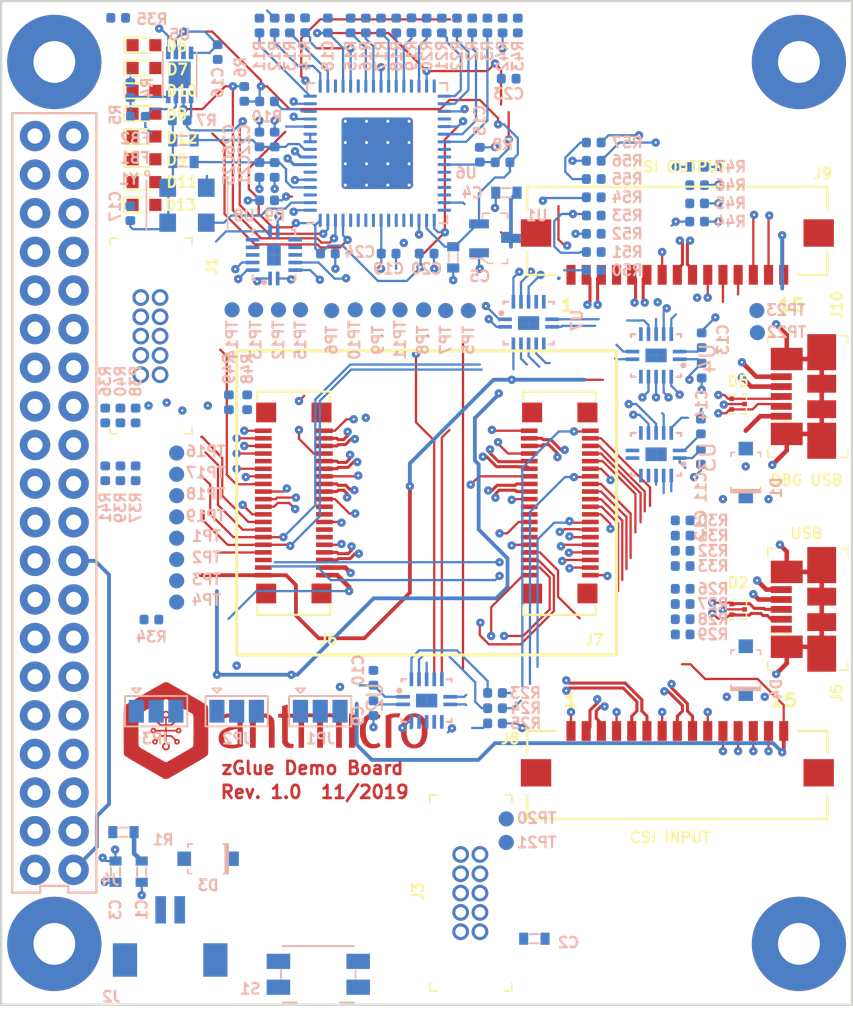
<source format=kicad_pcb>
(kicad_pcb (version 20171130) (host pcbnew 5.1.4+dfsg1-1~bpo9+1)
  (layers (0 F.Cu signal) (1 In1.Cu signal hide) (2 In2.Cu signal) (3 In3.Cu signal) (4 In4.Cu signal hide) (31 B.Cu signal) (34 B.Paste user hide) (35 F.Paste user hide) (36 B.SilkS user) (37 F.SilkS user) (38 B.Mask user hide) (39 F.Mask user hide) (44 Edge.Cuts user))
  (net 0 "")
  (net 1 /CSI_CLK_IN_N)
  (net 2 GND)
  (net 3 /CSI_D2_IN_P)
  (net 4 /CSI_D2_IN_N)
  (net 5 /CSI_D1_IN_P)
  (net 6 /CSI_D1_IN_N)
  (net 7 /CSI_CLK_IN_P)
  (net 8 /3V3_SYS)
  (net 9 /CSI_CLK_OUT_P)
  (net 10 /CSI_D1_OUT_N)
  (net 11 /CSI_D1_OUT_P)
  (net 12 /CSI_D2_OUT_N)
  (net 13 /CSI_D2_OUT_P)
  (net 14 /CSI_CLK_OUT_N)
  (net 15 /5V0_USB)
  (net 16 /PROG_USB_D_N)
  (net 17 /PROG_USB_D_P)
  (net 18 /5V0_DBG_USB)
  (net 19 /USB_D_N)
  (net 20 /USB_D_P)
  (net 21 /E_PROC_SO_3V3)
  (net 22 /E_PROC_SI_3V3)
  (net 23 /I2C_1_SDA)
  (net 24 /I2C_1_SCL)
  (net 25 /I2C_0_SDA)
  (net 26 /I2C_0_SCL)
  (net 27 /E_PROC_SS_3V3)
  (net 28 /E_PROC_SCK_3V3)
  (net 29 /E_CTRL_SS_3V3)
  (net 30 /E_CTRL_SO_3V3)
  (net 31 /E_PROC_RST_3V3)
  (net 32 /1V2_SYS)
  (net 33 /1V8_SYS)
  (net 34 /2V5_SYS)
  (net 35 /DONE_3V3)
  (net 36 /E_CTRL_SI_3V3)
  (net 37 /E_CTRL_SCK_3V3)
  (net 38 "Net-(R7-Pad1)")
  (net 39 "Net-(R6-Pad1)")
  (net 40 "Net-(R4-Pad1)")
  (net 41 "Net-(U5-Pad7)")
  (net 42 "Net-(R5-Pad2)")
  (net 43 /VUSB)
  (net 44 /5V0_IN)
  (net 45 "Net-(R3-Pad1)")
  (net 46 /VCCIO1)
  (net 47 "Net-(U2-Pad10)")
  (net 48 "Net-(U2-Pad9)")
  (net 49 "Net-(U2-Pad6)")
  (net 50 "Net-(U2-Pad5)")
  (net 51 "Net-(R25-Pad2)")
  (net 52 "Net-(R24-Pad2)")
  (net 53 "Net-(R23-Pad2)")
  (net 54 "Net-(R30-Pad2)")
  (net 55 "Net-(R31-Pad2)")
  (net 56 "Net-(R32-Pad2)")
  (net 57 "Net-(R33-Pad2)")
  (net 58 "Net-(U4-Pad6)")
  (net 59 /VCCIO3)
  (net 60 "Net-(U4-Pad9)")
  (net 61 /VCCIO2)
  (net 62 "Net-(U3-Pad9)")
  (net 63 "Net-(U3-Pad6)")
  (net 64 "Net-(R29-Pad2)")
  (net 65 "Net-(R28-Pad2)")
  (net 66 "Net-(R27-Pad2)")
  (net 67 "Net-(R26-Pad2)")
  (net 68 /TMS)
  (net 69 /TCK)
  (net 70 /TDO)
  (net 71 /TDI)
  (net 72 "Net-(J3-Pad10)")
  (net 73 "Net-(J4-Pad40)")
  (net 74 "Net-(J4-Pad1)")
  (net 75 "Net-(J4-Pad38)")
  (net 76 "Net-(J4-Pad37)")
  (net 77 "Net-(J4-Pad36)")
  (net 78 "Net-(J4-Pad35)")
  (net 79 "Net-(J4-Pad7)")
  (net 80 "Net-(J4-Pad33)")
  (net 81 "Net-(J4-Pad8)")
  (net 82 "Net-(J4-Pad32)")
  (net 83 "Net-(J4-Pad31)")
  (net 84 "Net-(J4-Pad10)")
  (net 85 "Net-(J4-Pad29)")
  (net 86 "Net-(J4-Pad12)")
  (net 87 "Net-(J4-Pad28)")
  (net 88 "Net-(J4-Pad27)")
  (net 89 "Net-(J4-Pad26)")
  (net 90 "Net-(J4-Pad15)")
  (net 91 "Net-(J4-Pad16)")
  (net 92 "Net-(J4-Pad18)")
  (net 93 "Net-(J4-Pad22)")
  (net 94 /CSI_D4_IN_N)
  (net 95 /CSI_D4_IN_P)
  (net 96 /CSI_D3_IN_N)
  (net 97 /CSI_D3_IN_P)
  (net 98 /LED3_ISINK)
  (net 99 /LED2_ISINK)
  (net 100 /LED1_ISINK)
  (net 101 /PWR_BTN)
  (net 102 /DBG_RX)
  (net 103 /DBG_TX)
  (net 104 /CSI_D3_OUT_P)
  (net 105 /CSI_D3_OUT_N)
  (net 106 /CSI_D4_OUT_P)
  (net 107 /CSI_D4_OUT_N)
  (net 108 /CTRL_OUT)
  (net 109 /PROC_OUT_0)
  (net 110 /PROC_OUT_1)
  (net 111 /PROC_OUT_2)
  (net 112 /E_PROC_RST)
  (net 113 /E_PROC_SI)
  (net 114 /E_PROC_SO)
  (net 115 /E_PROC_SCK)
  (net 116 /E_PROC_SS)
  (net 117 /CTRL_RST_FLASH_SOC_CS)
  (net 118 /E_CTRL_SI)
  (net 119 /E_CTRL_SO)
  (net 120 /E_CTRL_SCK)
  (net 121 /E_CTRL_SS)
  (net 122 /DONE)
  (net 123 /FLASH_CLK)
  (net 124 /FLASH_CS)
  (net 125 /FLASH_IO0)
  (net 126 /FLASH_IO1)
  (net 127 /FLASH_IO2)
  (net 128 /FLASH_IO3)
  (net 129 "Net-(R17-Pad1)")
  (net 130 /VCCIO)
  (net 131 "Net-(R10-Pad2)")
  (net 132 "Net-(R9-Pad2)")
  (net 133 "Net-(R22-Pad1)")
  (net 134 "Net-(R11-Pad1)")
  (net 135 "Net-(R12-Pad1)")
  (net 136 "Net-(R13-Pad1)")
  (net 137 "Net-(R14-Pad1)")
  (net 138 "Net-(R15-Pad1)")
  (net 139 "Net-(R16-Pad1)")
  (net 140 "Net-(R18-Pad1)")
  (net 141 "Net-(R19-Pad1)")
  (net 142 "Net-(R20-Pad1)")
  (net 143 "Net-(R21-Pad1)")
  (net 144 /VPHY)
  (net 145 /VPLL)
  (net 146 /3V3_FTDI)
  (net 147 "Net-(R15-Pad2)")
  (net 148 "Net-(R2-Pad1)")
  (net 149 /1V8_FTDI)
  (net 150 "Net-(U6-Pad2)")
  (net 151 "Net-(U6-Pad3)")
  (net 152 "Net-(U6-Pad19)")
  (net 153 "Net-(U6-Pad22)")
  (net 154 "Net-(U6-Pad29)")
  (net 155 "Net-(U6-Pad32)")
  (net 156 "Net-(U6-Pad36)")
  (net 157 "Net-(U6-Pad40)")
  (net 158 "Net-(U6-Pad41)")
  (net 159 "Net-(U6-Pad43)")
  (net 160 "Net-(U6-Pad44)")
  (net 161 "Net-(U6-Pad45)")
  (net 162 "Net-(U6-Pad46)")
  (net 163 "Net-(U6-Pad48)")
  (net 164 "Net-(U6-Pad52)")
  (net 165 "Net-(U6-Pad53)")
  (net 166 "Net-(U6-Pad54)")
  (net 167 "Net-(U6-Pad55)")
  (net 168 "Net-(U6-Pad57)")
  (net 169 "Net-(U6-Pad58)")
  (net 170 "Net-(U6-Pad59)")
  (net 171 "Net-(U6-Pad60)")
  (net 172 /CTRL_RST_FLASH_SOC_CS_3V3)
  (net 173 "Net-(D6-Pad2)")
  (net 174 "Net-(D7-Pad2)")
  (net 175 "Net-(D11-Pad2)")
  (net 176 "Net-(D8-Pad2)")
  (net 177 "Net-(D10-Pad2)")
  (net 178 "Net-(D13-Pad2)")
  (net 179 "Net-(D12-Pad2)")
  (net 180 "Net-(D9-Pad2)")
  (net 181 /CAM_SDA_OUT)
  (net 182 /CAM_SCL_OUT)
  (net 183 /CAM_CLK_OUT)
  (net 184 /CAM_GPIO_OUT)
  (net 185 /CAM_SDA_IN)
  (net 186 /CAM_SCL_IN)
  (net 187 /CAM_CLK_IN)
  (net 188 /CAM_GPIO_IN)
  (net 189 /I2C_0_SCL_3V3)
  (net 190 /I2C_0_SDA_3V3)
  (net 191 /I2C_1_SCL_3V3)
  (net 192 /I2C_1_SDA_3V3)
  (net 193 "Net-(U7-Pad9)")
  (net 194 "Net-(U7-Pad6)")
  (net 195 "Net-(R47-Pad2)")
  (net 196 "Net-(R46-Pad2)")
  (net 197 "Net-(R45-Pad2)")
  (net 198 "Net-(R44-Pad2)")
  (net 199 "Net-(R48-Pad2)")
  (net 200 "Net-(R49-Pad2)")
  (net 201 "Net-(U8-Pad4)")
  (net 202 "Net-(U8-Pad5)")
  (net 203 "Net-(U8-Pad6)")
  (net 204 "Net-(U8-Pad9)")
  (net 205 "Net-(U8-Pad10)")
  (net 206 "Net-(U8-Pad11)")
  (net 207 /DBG_RX_3V3)
  (net 208 /DBG_TX_3V3)
  (net 209 /RPI_SCL)
  (net 210 /RPI_SDA)
  (module antmicro-footprints:FT4232HQ (layer B.Cu) (at 24.75 10)
    (fp_text reference U6 (at 5.85 1.3) (layer B.SilkS) (effects (font (size 0.7 0.7)) (justify mirror)))
    (fp_text value FT4232HQ)
    (pad 65 smd roundrect (at 0 0) (size 4.7 4.7) (layers B.Cu B.Mask) (roundrect_rratio 0.053191) (net 2 GND))
    (pad 65 thru_hole circle (at -2.1 2.1) (size 0.5 0.5) (drill 0.2) (layers *.Cu) (net 2 GND))
    (pad 65 thru_hole circle (at -0.7 2.1) (size 0.5 0.5) (drill 0.2) (layers *.Cu) (net 2 GND))
    (pad 65 thru_hole circle (at 0.7 2.1) (size 0.5 0.5) (drill 0.2) (layers *.Cu) (net 2 GND))
    (pad 65 thru_hole circle (at 2.1 2.1) (size 0.5 0.5) (drill 0.2) (layers *.Cu) (net 2 GND))
    (pad 65 thru_hole circle (at -2.1 0.7) (size 0.5 0.5) (drill 0.2) (layers *.Cu) (net 2 GND))
    (pad 65 thru_hole circle (at -0.7 0.7) (size 0.5 0.5) (drill 0.2) (layers *.Cu) (net 2 GND))
    (pad 65 thru_hole circle (at 0.7 0.7) (size 0.5 0.5) (drill 0.2) (layers *.Cu) (net 2 GND))
    (pad 65 thru_hole circle (at 2.1 0.7) (size 0.5 0.5) (drill 0.2) (layers *.Cu) (net 2 GND))
    (pad 65 thru_hole circle (at -2.1 -0.7) (size 0.5 0.5) (drill 0.2) (layers *.Cu) (net 2 GND))
    (pad 65 thru_hole circle (at -0.7 -0.7) (size 0.5 0.5) (drill 0.2) (layers *.Cu) (net 2 GND))
    (pad 65 thru_hole circle (at 0.7 -0.7) (size 0.5 0.5) (drill 0.2) (layers *.Cu) (net 2 GND))
    (pad 65 thru_hole circle (at 2.1 -0.7) (size 0.5 0.5) (drill 0.2) (layers *.Cu) (net 2 GND))
    (pad 65 thru_hole circle (at -2.1 -2.1) (size 0.5 0.5) (drill 0.2) (layers *.Cu) (net 2 GND))
    (pad 65 thru_hole circle (at -0.7 -2.1) (size 0.5 0.5) (drill 0.2) (layers *.Cu) (net 2 GND))
    (pad 65 thru_hole circle (at 0.7 -2.1) (size 0.5 0.5) (drill 0.2) (layers *.Cu) (net 2 GND))
    (pad 65 thru_hole circle (at 2.1 -2.1) (size 0.5 0.5) (drill 0.2) (layers *.Cu) (net 2 GND))
    (pad 65 smd roundrect (at 0 0) (size 4.7 4.7) (layers F.Cu) (roundrect_rratio 0.053191) (net 2 GND))
    (pad 1 smd roundrect (at -4.4125 3.75) (size 0.875 0.2) (layers B.Cu B.Paste B.Mask) (net 2 GND))
    (pad 2 smd roundrect (at -4.4125 3.25) (size 0.875 0.2) (layers B.Cu B.Paste B.Mask) (net 150 "Net-(U6-Pad2)"))
    (pad 3 smd roundrect (at -4.4125 2.75) (size 0.875 0.2) (layers B.Cu B.Paste B.Mask) (net 151 "Net-(U6-Pad3)"))
    (pad 4 smd roundrect (at -4.4125 2.25) (size 0.875 0.2) (layers B.Cu B.Paste B.Mask) (net 144 /VPHY))
    (pad 5 smd roundrect (at -4.4125 1.75) (size 0.875 0.2) (layers B.Cu B.Paste B.Mask) (net 2 GND))
    (pad 6 smd roundrect (at -4.4125 1.25) (size 0.875 0.2) (layers B.Cu B.Paste B.Mask) (net 132 "Net-(R9-Pad2)"))
    (pad 7 smd roundrect (at -4.4125 0.75) (size 0.875 0.2) (layers B.Cu B.Paste B.Mask) (net 16 /PROG_USB_D_N))
    (pad 8 smd roundrect (at -4.4125 0.25) (size 0.875 0.2) (layers B.Cu B.Paste B.Mask) (net 17 /PROG_USB_D_P))
    (pad 9 smd roundrect (at -4.4125 -0.25) (size 0.875 0.2) (layers B.Cu B.Paste B.Mask) (net 145 /VPLL))
    (pad 10 smd roundrect (at -4.4125 -0.75) (size 0.875 0.2) (layers B.Cu B.Paste B.Mask) (net 2 GND))
    (pad 11 smd roundrect (at -4.4125 -1.25) (size 0.875 0.2) (layers B.Cu B.Paste B.Mask) (net 2 GND))
    (pad 12 smd roundrect (at -4.4125 -1.75) (size 0.875 0.2) (layers B.Cu B.Paste B.Mask) (net 149 /1V8_FTDI))
    (pad 13 smd roundrect (at -4.4125 -2.25) (size 0.875 0.2) (layers B.Cu B.Paste B.Mask) (net 2 GND))
    (pad 14 smd roundrect (at -4.4125 -2.75) (size 0.875 0.2) (layers B.Cu B.Paste B.Mask) (net 131 "Net-(R10-Pad2)"))
    (pad 15 smd roundrect (at -4.4125 -3.25) (size 0.875 0.2) (layers B.Cu B.Paste B.Mask) (net 2 GND))
    (pad 16 smd roundrect (at -4.4125 -3.75) (size 0.875 0.2) (layers B.Cu B.Paste B.Mask) (net 134 "Net-(R11-Pad1)"))
    (pad 17 smd roundrect (at -3.75 -4.4125) (size 0.2 0.875) (layers B.Cu B.Paste B.Mask) (net 135 "Net-(R12-Pad1)"))
    (pad 18 smd roundrect (at -3.25 -4.4125) (size 0.2 0.875) (layers B.Cu B.Paste B.Mask) (net 136 "Net-(R13-Pad1)"))
    (pad 19 smd roundrect (at -2.75 -4.4125) (size 0.2 0.875) (layers B.Cu B.Paste B.Mask) (net 152 "Net-(U6-Pad19)"))
    (pad 20 smd roundrect (at -2.25 -4.4125) (size 0.2 0.875) (layers B.Cu B.Paste B.Mask) (net 130 /VCCIO))
    (pad 21 smd roundrect (at -1.75 -4.4125) (size 0.2 0.875) (layers B.Cu B.Paste B.Mask) (net 137 "Net-(R14-Pad1)"))
    (pad 22 smd roundrect (at -1.25 -4.4125) (size 0.2 0.875) (layers B.Cu B.Paste B.Mask) (net 153 "Net-(U6-Pad22)"))
    (pad 23 smd roundrect (at -0.75 -4.4125) (size 0.2 0.875) (layers B.Cu B.Paste B.Mask) (net 138 "Net-(R15-Pad1)"))
    (pad 24 smd roundrect (at -0.25 -4.4125) (size 0.2 0.875) (layers B.Cu B.Paste B.Mask) (net 139 "Net-(R16-Pad1)"))
    (pad 25 smd roundrect (at 0.25 -4.4125) (size 0.2 0.875) (layers B.Cu B.Paste B.Mask) (net 2 GND))
    (pad 26 smd roundrect (at 0.75 -4.4125) (size 0.2 0.875) (layers B.Cu B.Paste B.Mask) (net 129 "Net-(R17-Pad1)"))
    (pad 27 smd roundrect (at 1.25 -4.4125) (size 0.2 0.875) (layers B.Cu B.Paste B.Mask) (net 140 "Net-(R18-Pad1)"))
    (pad 28 smd roundrect (at 1.75 -4.4125) (size 0.2 0.875) (layers B.Cu B.Paste B.Mask) (net 141 "Net-(R19-Pad1)"))
    (pad 29 smd roundrect (at 2.25 -4.4125) (size 0.2 0.875) (layers B.Cu B.Paste B.Mask) (net 154 "Net-(U6-Pad29)"))
    (pad 30 smd roundrect (at 2.75 -4.4125) (size 0.2 0.875) (layers B.Cu B.Paste B.Mask) (net 142 "Net-(R20-Pad1)"))
    (pad 31 smd roundrect (at 3.25 -4.4125) (size 0.2 0.875) (layers B.Cu B.Paste B.Mask) (net 130 /VCCIO))
    (pad 32 smd roundrect (at 3.75 -4.4125) (size 0.2 0.875) (layers B.Cu B.Paste B.Mask) (net 155 "Net-(U6-Pad32)"))
    (pad 33 smd roundrect (at 4.4125 -3.75) (size 0.875 0.2) (layers B.Cu B.Paste B.Mask) (net 143 "Net-(R21-Pad1)"))
    (pad 34 smd roundrect (at 4.4125 -3.25) (size 0.875 0.2) (layers B.Cu B.Paste B.Mask) (net 133 "Net-(R22-Pad1)"))
    (pad 35 smd roundrect (at 4.4125 -2.75) (size 0.875 0.2) (layers B.Cu B.Paste B.Mask) (net 2 GND))
    (pad 36 smd roundrect (at 4.4125 -2.25) (size 0.875 0.2) (layers B.Cu B.Paste B.Mask) (net 156 "Net-(U6-Pad36)"))
    (pad 37 smd roundrect (at 4.4125 -1.75) (size 0.875 0.2) (layers B.Cu B.Paste B.Mask) (net 149 /1V8_FTDI))
    (pad 38 smd roundrect (at 4.4125 -1.25) (size 0.875 0.2) (layers B.Cu B.Paste B.Mask) (net 148 "Net-(R2-Pad1)"))
    (pad 39 smd roundrect (at 4.4125 -0.75) (size 0.875 0.2) (layers B.Cu B.Paste B.Mask) (net 45 "Net-(R3-Pad1)"))
    (pad 40 smd roundrect (at 4.4125 -0.25) (size 0.875 0.2) (layers B.Cu B.Paste B.Mask) (net 157 "Net-(U6-Pad40)"))
    (pad 41 smd roundrect (at 4.4125 0.25) (size 0.875 0.2) (layers B.Cu B.Paste B.Mask) (net 158 "Net-(U6-Pad41)"))
    (pad 42 smd roundrect (at 4.4125 0.75) (size 0.875 0.2) (layers B.Cu B.Paste B.Mask) (net 130 /VCCIO))
    (pad 43 smd roundrect (at 4.4125 1.25) (size 0.875 0.2) (layers B.Cu B.Paste B.Mask) (net 159 "Net-(U6-Pad43)"))
    (pad 44 smd roundrect (at 4.4125 1.75) (size 0.875 0.2) (layers B.Cu B.Paste B.Mask) (net 160 "Net-(U6-Pad44)"))
    (pad 45 smd roundrect (at 4.4125 2.25) (size 0.875 0.2) (layers B.Cu B.Paste B.Mask) (net 161 "Net-(U6-Pad45)"))
    (pad 46 smd roundrect (at 4.4125 2.75) (size 0.875 0.2) (layers B.Cu B.Paste B.Mask) (net 162 "Net-(U6-Pad46)"))
    (pad 47 smd roundrect (at 4.4125 3.25) (size 0.875 0.2) (layers B.Cu B.Paste B.Mask) (net 2 GND))
    (pad 48 smd roundrect (at 4.4125 3.75) (size 0.875 0.2) (layers B.Cu B.Paste B.Mask) (net 163 "Net-(U6-Pad48)"))
    (pad 49 smd roundrect (at 3.75 4.4125) (size 0.2 0.875) (layers B.Cu B.Paste B.Mask) (net 149 /1V8_FTDI))
    (pad 50 smd roundrect (at 3.25 4.4125) (size 0.2 0.875) (layers B.Cu B.Paste B.Mask) (net 146 /3V3_FTDI))
    (pad 51 smd roundrect (at 2.75 4.4125) (size 0.2 0.875) (layers B.Cu B.Paste B.Mask) (net 2 GND))
    (pad 52 smd roundrect (at 2.25 4.4125) (size 0.2 0.875) (layers B.Cu B.Paste B.Mask) (net 164 "Net-(U6-Pad52)"))
    (pad 53 smd roundrect (at 1.75 4.4125) (size 0.2 0.875) (layers B.Cu B.Paste B.Mask) (net 165 "Net-(U6-Pad53)"))
    (pad 54 smd roundrect (at 1.25 4.4125) (size 0.2 0.875) (layers B.Cu B.Paste B.Mask) (net 166 "Net-(U6-Pad54)"))
    (pad 55 smd roundrect (at 0.75 4.4125) (size 0.2 0.875) (layers B.Cu B.Paste B.Mask) (net 167 "Net-(U6-Pad55)"))
    (pad 56 smd roundrect (at 0.25 4.4125) (size 0.2 0.875) (layers B.Cu B.Paste B.Mask) (net 130 /VCCIO))
    (pad 57 smd roundrect (at -0.25 4.4125) (size 0.2 0.875) (layers B.Cu B.Paste B.Mask) (net 168 "Net-(U6-Pad57)"))
    (pad 58 smd roundrect (at -0.75 4.4125) (size 0.2 0.875) (layers B.Cu B.Paste B.Mask) (net 169 "Net-(U6-Pad58)"))
    (pad 59 smd roundrect (at -1.25 4.4125) (size 0.2 0.875) (layers B.Cu B.Paste B.Mask) (net 170 "Net-(U6-Pad59)"))
    (pad 60 smd roundrect (at -1.75 4.4125) (size 0.2 0.875) (layers B.Cu B.Paste B.Mask) (net 171 "Net-(U6-Pad60)"))
    (pad 61 smd roundrect (at -2.25 4.4125) (size 0.2 0.875) (layers B.Cu B.Paste B.Mask) (net 42 "Net-(R5-Pad2)"))
    (pad 62 smd roundrect (at -2.75 4.4125) (size 0.2 0.875) (layers B.Cu B.Paste B.Mask) (net 39 "Net-(R6-Pad1)"))
    (pad 63 smd roundrect (at -3.25 4.4125) (size 0.2 0.875) (layers B.Cu B.Paste B.Mask) (net 38 "Net-(R7-Pad1)"))
    (pad 64 smd roundrect (at -3.75 4.4125) (size 0.2 0.875) (layers B.Cu B.Paste B.Mask) (net 149 /1V8_FTDI))
  )
  (module antmicro-footprints:LED_0603 (layer F.Cu) (at 9.4 8.9)
    (fp_text reference D12 (at 2.5 0.1) (layer F.SilkS) (effects (font (size 0.7 0.7))))
    (fp_text value LG_L29K-G2J1-24-Z)
    (pad 2 smd rect (at 0.75 0) (size 0.8 0.8) (layers F.Cu F.Paste F.Mask) (net 179 "Net-(D12-Pad2)"))
    (pad 1 smd rect (at -0.75 0) (size 0.8 0.8) (layers F.Cu F.Paste F.Mask) (net 8 /3V3_SYS))
  )
  (module antmicro-footprints:PinHeader_2x5_P1.27mm_Drill.7mm (layer F.Cu) (at 31.51 61.2 90)
    (fp_text reference J3 (at 2.64 -4.08 90) (layer F.SilkS) (effects (font (size 0.7 0.7))))
    (fp_text value 3220-10-0100-00)
    (pad 10 thru_hole circle (at 5.08 -1.27 90) (size 1.1 1.1) (drill 0.7) (layers *.Cu *.Mask) (net 72 "Net-(J3-Pad10)"))
    (pad 9 thru_hole circle (at 5.08 0 90) (size 1.1 1.1) (drill 0.7) (layers *.Cu *.Mask) (net 2 GND))
    (pad 8 thru_hole circle (at 3.81 -1.27 90) (size 1.1 1.1) (drill 0.7) (layers *.Cu *.Mask) (net 71 /TDI))
    (pad 7 thru_hole circle (at 3.81 0 90) (size 1.1 1.1) (drill 0.7) (layers *.Cu *.Mask) (net 2 GND))
    (pad 6 thru_hole circle (at 2.54 -1.27 90) (size 1.1 1.1) (drill 0.7) (layers *.Cu *.Mask) (net 70 /TDO))
    (pad 5 thru_hole circle (at 2.54 0 90) (size 1.1 1.1) (drill 0.7) (layers *.Cu *.Mask) (net 2 GND))
    (pad 4 thru_hole circle (at 1.27 -1.27 90) (size 1.1 1.1) (drill 0.7) (layers *.Cu *.Mask) (net 69 /TCK))
    (pad 3 thru_hole circle (at 1.27 0 90) (size 1.1 1.1) (drill 0.7) (layers *.Cu *.Mask) (net 2 GND))
    (pad 2 thru_hole circle (at 0 -1.27 90) (size 1.1 1.1) (drill 0.7) (layers *.Cu *.Mask) (net 68 /TMS))
    (pad 1 thru_hole circle (at 0 0 90) (size 1.1 1.1) (drill 0.7) (layers *.Cu *.Mask) (net 8 /3V3_SYS))
  )
  (module antmicro-footprints:PinHeader_2x5_P1.27mm_Drill.7mm (layer F.Cu) (at 10.46 24.57 90)
    (fp_text reference J1 (at 7.16 3.4 90) (layer F.SilkS) (effects (font (size 0.7 0.7))))
    (fp_text value 3220-10-0100-00)
    (pad 10 thru_hole circle (at 5.08 -1.27 90) (size 1.1 1.1) (drill 0.7) (layers *.Cu *.Mask) (net 122 /DONE))
    (pad 9 thru_hole circle (at 5.08 0 90) (size 1.1 1.1) (drill 0.7) (layers *.Cu *.Mask) (net 123 /FLASH_CLK))
    (pad 8 thru_hole circle (at 3.81 -1.27 90) (size 1.1 1.1) (drill 0.7) (layers *.Cu *.Mask) (net 128 /FLASH_IO3))
    (pad 7 thru_hole circle (at 3.81 0 90) (size 1.1 1.1) (drill 0.7) (layers *.Cu *.Mask) (net 127 /FLASH_IO2))
    (pad 6 thru_hole circle (at 2.54 -1.27 90) (size 1.1 1.1) (drill 0.7) (layers *.Cu *.Mask) (net 126 /FLASH_IO1))
    (pad 5 thru_hole circle (at 2.54 0 90) (size 1.1 1.1) (drill 0.7) (layers *.Cu *.Mask) (net 125 /FLASH_IO0))
    (pad 4 thru_hole circle (at 1.27 -1.27 90) (size 1.1 1.1) (drill 0.7) (layers *.Cu *.Mask) (net 124 /FLASH_CS))
    (pad 3 thru_hole circle (at 1.27 0 90) (size 1.1 1.1) (drill 0.7) (layers *.Cu *.Mask) (net 2 GND))
    (pad 2 thru_hole circle (at 0 -1.27 90) (size 1.1 1.1) (drill 0.7) (layers *.Cu *.Mask) (net 117 /CTRL_RST_FLASH_SOC_CS))
    (pad 1 thru_hole circle (at 0 0 90) (size 1.1 1.1) (drill 0.7) (layers *.Cu *.Mask) (net 8 /3V3_SYS))
  )
  (module antmicro-footprints:WE_686115148922_FLIPPED (layer F.Cu) (at 44.5 18 180)
    (fp_text reference J9 (at -9.575 6.65 180) (layer F.SilkS) (effects (font (size 0.7 0.7))))
    (fp_text value WE_686115148922_FLIPPED)
    (fp_text user 1 (at 7.25 -2 180) (layer F.SilkS) (effects (font (size 0.8 0.95) (thickness 0.2))))
    (fp_text user 15 (at -7.5 -2 180) (layer F.SilkS) (effects (font (size 0.8 0.95) (thickness 0.2))))
    (pad 8 smd rect (at 0 0 180) (size 0.6 1.3) (layers F.Cu F.Paste F.Mask) (net 14 /CSI_CLK_OUT_N))
    (pad 9 smd rect (at -1 0 180) (size 0.6 1.3) (layers F.Cu F.Paste F.Mask) (net 9 /CSI_CLK_OUT_P))
    (pad 10 smd rect (at -2 0 180) (size 0.6 1.3) (layers F.Cu F.Paste F.Mask) (net 2 GND))
    (pad 11 smd rect (at -3 0 180) (size 0.6 1.3) (layers F.Cu F.Paste F.Mask) (net 184 /CAM_GPIO_OUT))
    (pad 12 smd rect (at -4 0 180) (size 0.6 1.3) (layers F.Cu F.Paste F.Mask) (net 183 /CAM_CLK_OUT))
    (pad 13 smd rect (at -5 0 180) (size 0.6 1.3) (layers F.Cu F.Paste F.Mask) (net 182 /CAM_SCL_OUT))
    (pad 14 smd rect (at -6 0 180) (size 0.6 1.3) (layers F.Cu F.Paste F.Mask) (net 181 /CAM_SDA_OUT))
    (pad 15 smd rect (at -7 0 180) (size 0.6 1.3) (layers F.Cu F.Paste F.Mask) (net 8 /3V3_SYS))
    (pad 7 smd rect (at 1 0 180) (size 0.6 1.3) (layers F.Cu F.Paste F.Mask) (net 2 GND))
    (pad 6 smd rect (at 2 0) (size 0.6 1.3) (layers F.Cu F.Paste F.Mask) (net 13 /CSI_D2_OUT_P))
    (pad 5 smd rect (at 3 0 180) (size 0.6 1.3) (layers F.Cu F.Paste F.Mask) (net 12 /CSI_D2_OUT_N))
    (pad 4 smd rect (at 4 0 180) (size 0.6 1.3) (layers F.Cu F.Paste F.Mask) (net 2 GND))
    (pad 3 smd rect (at 5 0 180) (size 0.6 1.3) (layers F.Cu F.Paste F.Mask) (net 11 /CSI_D1_OUT_P))
    (pad 2 smd rect (at 6 0 180) (size 0.6 1.3) (layers F.Cu F.Paste F.Mask) (net 10 /CSI_D1_OUT_N))
    (pad 1 smd rect (at 7 0 180) (size 0.6 1.3) (layers F.Cu F.Paste F.Mask) (net 2 GND))
    (pad M smd rect (at 9.3 2.75 180) (size 2 1.8) (layers F.Cu F.Paste F.Mask))
    (pad M smd rect (at -9.3 2.75 180) (size 2 1.8) (layers F.Cu F.Paste F.Mask))
  )
  (module antmicro-footprints:SOD-123 (layer B.Cu) (at 49 31 90)
    (fp_text reference D1 (at -1 2 270) (layer B.SilkS) (effects (font (size 0.7 0.7)) (justify mirror)))
    (fp_text value MBR0540T1G)
    (pad A smd rect (at 1.575 0 90) (size 0.9 0.95) (layers B.Cu B.Paste B.Mask) (net 18 /5V0_DBG_USB))
    (pad K smd rect (at -1.575 0 90) (size 0.9 0.95) (layers B.Cu B.Paste B.Mask) (net 43 /VUSB))
  )
  (module Jumper:SolderJumper-3_P1.3mm_Open_Pad1.0x1.5mm (layer B.Cu) (at 21 46.7)
    (fp_text reference JP1 (at 0 1.8) (layer B.SilkS) (effects (font (size 0.7 0.7)) (justify mirror)))
    (fp_text value Jumper_3_Open)
    (pad 1 smd rect (at -1.3 0) (size 1 1.5) (layers B.Cu B.Mask) (net 33 /1V8_SYS))
    (pad 2 smd rect (at 0 0) (size 1 1.5) (layers B.Cu B.Mask) (net 46 /VCCIO1))
    (pad 3 smd rect (at 1.3 0) (size 1 1.5) (layers B.Cu B.Mask) (net 8 /3V3_SYS))
  )
  (module antmicro-footprints:QDHVQFN14 (layer B.Cu) (at 43.1 23.3 90)
    (fp_text reference U4 (at -0.2 3.4 270) (layer B.SilkS) (effects (justify mirror)))
    (fp_text value NTS0104BQ)
    (pad 1 smd rect (at -0.25 1.55 90) (size 0.24 0.9) (layers B.Cu B.Paste B.Mask) (net 59 /VCCIO3))
    (pad 14 smd rect (at 0.25 1.55 90) (size 0.24 0.9) (layers B.Cu B.Paste B.Mask) (net 8 /3V3_SYS))
    (pad 13 smd rect (at 1.4 1) (size 0.24 0.9) (layers B.Cu B.Paste B.Mask) (net 22 /E_PROC_SI_3V3))
    (pad 12 smd rect (at 1.4 0.5) (size 0.24 0.9) (layers B.Cu B.Paste B.Mask) (net 21 /E_PROC_SO_3V3))
    (pad 11 smd rect (at 1.4 0) (size 0.24 0.9) (layers B.Cu B.Paste B.Mask) (net 28 /E_PROC_SCK_3V3))
    (pad 10 smd rect (at 1.4 -0.5) (size 0.24 0.9) (layers B.Cu B.Paste B.Mask) (net 27 /E_PROC_SS_3V3))
    (pad 9 smd rect (at 1.4 -1) (size 0.24 0.9) (layers B.Cu B.Paste B.Mask) (net 60 "Net-(U4-Pad9)"))
    (pad 8 smd rect (at 0.25 -1.55 90) (size 0.24 0.9) (layers B.Cu B.Paste B.Mask) (net 59 /VCCIO3))
    (pad 7 smd rect (at -0.25 -1.55 90) (size 0.24 0.9) (layers B.Cu B.Paste B.Mask) (net 2 GND))
    (pad 6 smd rect (at -1.4 -1) (size 0.24 0.9) (layers B.Cu B.Paste B.Mask) (net 58 "Net-(U4-Pad6)"))
    (pad 5 smd rect (at -1.4 -0.5) (size 0.24 0.9) (layers B.Cu B.Paste B.Mask) (net 57 "Net-(R33-Pad2)"))
    (pad 4 smd rect (at -1.4 0) (size 0.24 0.9) (layers B.Cu B.Paste B.Mask) (net 56 "Net-(R32-Pad2)"))
    (pad 3 smd rect (at -1.4 0.5) (size 0.24 0.9) (layers B.Cu B.Paste B.Mask) (net 55 "Net-(R31-Pad2)"))
    (pad 2 smd rect (at -1.4 1) (size 0.24 0.9) (layers B.Cu B.Paste B.Mask) (net 54 "Net-(R30-Pad2)"))
    (pad ~ smd rect (at -0.225 0.35) (size 0.7 0.45) (layers B.Cu B.Paste B.Mask))
    (pad ~ smd rect (at 0.225 0.35) (size 0.7 0.45) (layers B.Cu B.Paste B.Mask))
    (pad ~ smd rect (at -0.225 -0.35) (size 0.7 0.45) (layers B.Cu B.Paste B.Mask))
    (pad ~ smd rect (at 0.225 -0.35) (size 0.7 0.45) (layers B.Cu B.Paste B.Mask))
  )
  (module antmicro-footprints:QDHVQFN14 (layer B.Cu) (at 43.1 29.8 90)
    (fp_text reference U3 (at -0.2 3.4 270) (layer B.SilkS) (effects (justify mirror)))
    (fp_text value NTS0104BQ)
    (pad 1 smd rect (at -0.25 1.55 90) (size 0.24 0.9) (layers B.Cu B.Paste B.Mask) (net 61 /VCCIO2))
    (pad 14 smd rect (at 0.25 1.55 90) (size 0.24 0.9) (layers B.Cu B.Paste B.Mask) (net 8 /3V3_SYS))
    (pad 13 smd rect (at 1.4 1) (size 0.24 0.9) (layers B.Cu B.Paste B.Mask) (net 36 /E_CTRL_SI_3V3))
    (pad 12 smd rect (at 1.4 0.5) (size 0.24 0.9) (layers B.Cu B.Paste B.Mask) (net 30 /E_CTRL_SO_3V3))
    (pad 11 smd rect (at 1.4 0) (size 0.24 0.9) (layers B.Cu B.Paste B.Mask) (net 37 /E_CTRL_SCK_3V3))
    (pad 10 smd rect (at 1.4 -0.5) (size 0.24 0.9) (layers B.Cu B.Paste B.Mask) (net 29 /E_CTRL_SS_3V3))
    (pad 9 smd rect (at 1.4 -1) (size 0.24 0.9) (layers B.Cu B.Paste B.Mask) (net 62 "Net-(U3-Pad9)"))
    (pad 8 smd rect (at 0.25 -1.55 90) (size 0.24 0.9) (layers B.Cu B.Paste B.Mask) (net 61 /VCCIO2))
    (pad 7 smd rect (at -0.25 -1.55 90) (size 0.24 0.9) (layers B.Cu B.Paste B.Mask) (net 2 GND))
    (pad 6 smd rect (at -1.4 -1) (size 0.24 0.9) (layers B.Cu B.Paste B.Mask) (net 63 "Net-(U3-Pad6)"))
    (pad 5 smd rect (at -1.4 -0.5) (size 0.24 0.9) (layers B.Cu B.Paste B.Mask) (net 64 "Net-(R29-Pad2)"))
    (pad 4 smd rect (at -1.4 0) (size 0.24 0.9) (layers B.Cu B.Paste B.Mask) (net 65 "Net-(R28-Pad2)"))
    (pad 3 smd rect (at -1.4 0.5) (size 0.24 0.9) (layers B.Cu B.Paste B.Mask) (net 66 "Net-(R27-Pad2)"))
    (pad 2 smd rect (at -1.4 1) (size 0.24 0.9) (layers B.Cu B.Paste B.Mask) (net 67 "Net-(R26-Pad2)"))
    (pad ~ smd rect (at -0.225 0.35) (size 0.7 0.45) (layers B.Cu B.Paste B.Mask))
    (pad ~ smd rect (at 0.225 0.35) (size 0.7 0.45) (layers B.Cu B.Paste B.Mask))
    (pad ~ smd rect (at -0.225 -0.35) (size 0.7 0.45) (layers B.Cu B.Paste B.Mask))
    (pad ~ smd rect (at 0.225 -0.35) (size 0.7 0.45) (layers B.Cu B.Paste B.Mask))
  )
  (module antmicro-footprints:QDHVQFN14 (layer B.Cu) (at 28 46 270)
    (fp_text reference U2 (at -0.2 3.4 270) (layer B.SilkS) (effects (justify mirror)))
    (fp_text value NTS0104BQ)
    (pad 1 smd rect (at -0.25 1.55 270) (size 0.24 0.9) (layers B.Cu B.Paste B.Mask) (net 46 /VCCIO1))
    (pad 14 smd rect (at 0.25 1.55 270) (size 0.24 0.9) (layers B.Cu B.Paste B.Mask) (net 8 /3V3_SYS))
    (pad 13 smd rect (at 1.4 1 180) (size 0.24 0.9) (layers B.Cu B.Paste B.Mask) (net 172 /CTRL_RST_FLASH_SOC_CS_3V3))
    (pad 12 smd rect (at 1.4 0.5 180) (size 0.24 0.9) (layers B.Cu B.Paste B.Mask) (net 31 /E_PROC_RST_3V3))
    (pad 11 smd rect (at 1.4 0 180) (size 0.24 0.9) (layers B.Cu B.Paste B.Mask) (net 35 /DONE_3V3))
    (pad 10 smd rect (at 1.4 -0.5 180) (size 0.24 0.9) (layers B.Cu B.Paste B.Mask) (net 47 "Net-(U2-Pad10)"))
    (pad 9 smd rect (at 1.4 -1 180) (size 0.24 0.9) (layers B.Cu B.Paste B.Mask) (net 48 "Net-(U2-Pad9)"))
    (pad 8 smd rect (at 0.25 -1.55 270) (size 0.24 0.9) (layers B.Cu B.Paste B.Mask) (net 46 /VCCIO1))
    (pad 7 smd rect (at -0.25 -1.55 270) (size 0.24 0.9) (layers B.Cu B.Paste B.Mask) (net 2 GND))
    (pad 6 smd rect (at -1.4 -1 180) (size 0.24 0.9) (layers B.Cu B.Paste B.Mask) (net 49 "Net-(U2-Pad6)"))
    (pad 5 smd rect (at -1.4 -0.5 180) (size 0.24 0.9) (layers B.Cu B.Paste B.Mask) (net 50 "Net-(U2-Pad5)"))
    (pad 4 smd rect (at -1.4 0 180) (size 0.24 0.9) (layers B.Cu B.Paste B.Mask) (net 51 "Net-(R25-Pad2)"))
    (pad 3 smd rect (at -1.4 0.5 180) (size 0.24 0.9) (layers B.Cu B.Paste B.Mask) (net 52 "Net-(R24-Pad2)"))
    (pad 2 smd rect (at -1.4 1 180) (size 0.24 0.9) (layers B.Cu B.Paste B.Mask) (net 53 "Net-(R23-Pad2)"))
    (pad ~ smd rect (at -0.225 0.35 180) (size 0.7 0.45) (layers B.Cu B.Paste B.Mask))
    (pad ~ smd rect (at 0.225 0.35 180) (size 0.7 0.45) (layers B.Cu B.Paste B.Mask))
    (pad ~ smd rect (at -0.225 -0.35 180) (size 0.7 0.45) (layers B.Cu B.Paste B.Mask))
    (pad ~ smd rect (at 0.225 -0.35 180) (size 0.7 0.45) (layers B.Cu B.Paste B.Mask))
  )
  (module antmicro-footprints:Testpoint_smd_1mm (layer B.Cu) (at 33.24 53.73)
    (fp_text reference TP20 (at 2 0) (layer B.SilkS) (effects (font (size 0.7 0.7)) (justify mirror)))
    (fp_text value TP_SMD1MM hide)
    (pad 1 smd circle (at 0 0.0508) (size 1 1) (layers B.Cu B.Mask) (net 188 /CAM_GPIO_IN))
  )
  (module antmicro-footprints:Testpoint_smd_1mm (layer B.Cu) (at 33.24 55.2792)
    (fp_text reference TP21 (at 2 0.0508) (layer B.SilkS) (effects (font (size 0.7 0.7)) (justify mirror)))
    (fp_text value TP_SMD1MM hide)
    (pad 1 smd circle (at 0 0.0508) (size 1 1) (layers B.Cu B.Mask) (net 187 /CAM_CLK_IN))
  )
  (module antmicro-footprints:Testpoint_smd_1mm (layer B.Cu) (at 49.73 20.4 180)
    (fp_text reference TP23 (at -1.91 0.08) (layer B.SilkS) (effects (font (size 0.7 0.7)) (justify mirror)))
    (fp_text value TP_SMD1MM hide)
    (pad 1 smd circle (at 0 0.0508 180) (size 1 1) (layers B.Cu B.Mask) (net 183 /CAM_CLK_OUT))
  )
  (module antmicro-footprints:Testpoint_smd_1mm (layer B.Cu) (at 49.77 21.8508 180)
    (fp_text reference TP22 (at -1.91 0.08) (layer B.SilkS) (effects (font (size 0.7 0.7)) (justify mirror)))
    (fp_text value TP_SMD1MM hide)
    (pad 1 smd circle (at 0 0.0508 180) (size 1 1) (layers B.Cu B.Mask) (net 184 /CAM_GPIO_OUT))
  )
  (module antmicro-footprints:Testpoint_smd_1mm (layer B.Cu) (at 23.25 20.3 90)
    (fp_text reference TP10 (at -2 0 90) (layer B.SilkS) (effects (font (size 0.7 0.7)) (justify mirror)))
    (fp_text value TP_SMD1MM hide)
    (pad 1 smd circle (at 0 0.0508 90) (size 1 1) (layers B.Cu B.Mask) (net 37 /E_CTRL_SCK_3V3))
  )
  (module antmicro-footprints:Testpoint_smd_1mm (layer B.Cu) (at 27.75 20.3 90)
    (fp_text reference TP8 (at -2 0 90) (layer B.SilkS) (effects (font (size 0.7 0.7)) (justify mirror)))
    (fp_text value TP_SMD1MM hide)
    (pad 1 smd circle (at 0 0.0508 90) (size 1 1) (layers B.Cu B.Mask) (net 36 /E_CTRL_SI_3V3))
  )
  (module antmicro-footprints:Testpoint_smd_1mm (layer B.Cu) (at 29.25 20.3)
    (fp_text reference TP7 (at 0 2 -90) (layer B.SilkS) (effects (font (size 0.7 0.7)) (justify mirror)))
    (fp_text value TP_SMD1MM hide)
    (pad 1 smd circle (at 0 0.0508) (size 1 1) (layers B.Cu B.Mask) (net 35 /DONE_3V3))
  )
  (module antmicro-footprints:Testpoint_smd_1mm (layer B.Cu) (at 21.75 20.3)
    (fp_text reference TP6 (at 0 2 -90) (layer B.SilkS) (effects (font (size 0.7 0.7)) (justify mirror)))
    (fp_text value TP_SMD1MM hide)
    (pad 1 smd circle (at 0 0.0508) (size 1 1) (layers B.Cu B.Mask) (net 31 /E_PROC_RST_3V3))
  )
  (module antmicro-footprints:Testpoint_smd_1mm (layer B.Cu) (at 11.55 39.4692)
    (fp_text reference TP4 (at 1.95 -0.085) (layer B.SilkS) (effects (font (size 0.7 0.7)) (justify mirror)))
    (fp_text value TP_SMD1MM hide)
    (pad 1 smd circle (at 0 0.0508) (size 1 1) (layers B.Cu B.Mask) (net 8 /3V3_SYS))
  )
  (module antmicro-footprints:Testpoint_smd_1mm (layer B.Cu) (at 11.55 38.0692)
    (fp_text reference TP3 (at 1.95 -0.0342) (layer B.SilkS) (effects (font (size 0.7 0.7)) (justify mirror)))
    (fp_text value TP_SMD1MM hide)
    (pad 1 smd circle (at 0 0.0508) (size 1 1) (layers B.Cu B.Mask) (net 34 /2V5_SYS))
  )
  (module antmicro-footprints:Testpoint_smd_1mm (layer B.Cu) (at 11.55 36.6692)
    (fp_text reference TP2 (at 1.95 -0.085) (layer B.SilkS) (effects (font (size 0.7 0.7)) (justify mirror)))
    (fp_text value TP_SMD1MM hide)
    (pad 1 smd circle (at 0 0.0508) (size 1 1) (layers B.Cu B.Mask) (net 33 /1V8_SYS))
  )
  (module antmicro-footprints:Testpoint_smd_1mm (layer B.Cu) (at 11.55 35.2692)
    (fp_text reference TP1 (at 1.95 -0.085) (layer B.SilkS) (effects (font (size 0.7 0.7)) (justify mirror)))
    (fp_text value TP_SMD1MM hide)
    (pad 1 smd circle (at 0 0.0508) (size 1 1) (layers B.Cu B.Mask) (net 32 /1V2_SYS))
  )
  (module antmicro-footprints:Testpoint_smd_1mm (layer B.Cu) (at 30.75 20.3)
    (fp_text reference TP5 (at 0 2 -90) (layer B.SilkS) (effects (font (size 0.7 0.7)) (justify mirror)))
    (fp_text value TP_SMD1MM hide)
    (pad 1 smd circle (at 0 0.0508) (size 1 1) (layers B.Cu B.Mask) (net 172 /CTRL_RST_FLASH_SOC_CS_3V3))
  )
  (module antmicro-footprints:Testpoint_smd_1mm (layer B.Cu) (at 24.75 20.3 90)
    (fp_text reference TP9 (at -2 0.0508 90) (layer B.SilkS) (effects (font (size 0.7 0.7)) (justify mirror)))
    (fp_text value TP_SMD1MM hide)
    (pad 1 smd circle (at 0 0.0508 90) (size 1 1) (layers B.Cu B.Mask) (net 30 /E_CTRL_SO_3V3))
  )
  (module antmicro-footprints:Testpoint_smd_1mm (layer B.Cu) (at 26.1992 20.3 90)
    (fp_text reference TP11 (at -2 0.0508 90) (layer B.SilkS) (effects (font (size 0.7 0.7)) (justify mirror)))
    (fp_text value TP_SMD1MM hide)
    (pad 1 smd circle (at 0 0.0508 90) (size 1 1) (layers B.Cu B.Mask) (net 29 /E_CTRL_SS_3V3))
  )
  (module antmicro-footprints:Testpoint_smd_1mm (layer B.Cu) (at 16.8008 20.3 270)
    (fp_text reference TP13 (at 2 0.0508 270) (layer B.SilkS) (effects (font (size 0.7 0.7)) (justify mirror)))
    (fp_text value TP_SMD1MM hide)
    (pad 1 smd circle (at 0 0.0508 270) (size 1 1) (layers B.Cu B.Mask) (net 21 /E_PROC_SO_3V3))
  )
  (module antmicro-footprints:Testpoint_smd_1mm (layer B.Cu) (at 19.75 20.3 270)
    (fp_text reference TP15 (at 2 0.0508 270) (layer B.SilkS) (effects (font (size 0.7 0.7)) (justify mirror)))
    (fp_text value TP_SMD1MM hide)
    (pad 1 smd circle (at 0 0.0508 270) (size 1 1) (layers B.Cu B.Mask) (net 27 /E_PROC_SS_3V3))
  )
  (module antmicro-footprints:Testpoint_smd_1mm (layer B.Cu) (at 11.55 29.6692)
    (fp_text reference TP16 (at 1.9 -0.06) (layer B.SilkS) (effects (font (size 0.7 0.7)) (justify mirror)))
    (fp_text value TP_SMD1MM hide)
    (pad 1 smd circle (at 0 0.0508) (size 1 1) (layers B.Cu B.Mask) (net 26 /I2C_0_SCL))
  )
  (module antmicro-footprints:Testpoint_smd_1mm (layer B.Cu) (at 11.55 31.0692)
    (fp_text reference TP17 (at 1.9 -0.06) (layer B.SilkS) (effects (font (size 0.7 0.7)) (justify mirror)))
    (fp_text value TP_SMD1MM hide)
    (pad 1 smd circle (at 0 0.0508) (size 1 1) (layers B.Cu B.Mask) (net 25 /I2C_0_SDA))
  )
  (module antmicro-footprints:Testpoint_smd_1mm (layer B.Cu) (at 11.55 32.4692)
    (fp_text reference TP18 (at 1.9 -0.06) (layer B.SilkS) (effects (font (size 0.7 0.7)) (justify mirror)))
    (fp_text value TP_SMD1MM hide)
    (pad 1 smd circle (at 0 0.0508) (size 1 1) (layers B.Cu B.Mask) (net 24 /I2C_1_SCL))
  )
  (module antmicro-footprints:Testpoint_smd_1mm (layer B.Cu) (at 18.3008 20.3 270)
    (fp_text reference TP12 (at 2 0.0508 270) (layer B.SilkS) (effects (font (size 0.7 0.7)) (justify mirror)))
    (fp_text value TP_SMD1MM hide)
    (pad 1 smd circle (at 0 0.0508 270) (size 1 1) (layers B.Cu B.Mask) (net 22 /E_PROC_SI_3V3))
  )
  (module antmicro-footprints:Testpoint_smd_1mm (layer B.Cu) (at 11.55 33.8692)
    (fp_text reference TP19 (at 1.9 -0.0092) (layer B.SilkS) (effects (font (size 0.7 0.7)) (justify mirror)))
    (fp_text value TP_SMD1MM hide)
    (pad 1 smd circle (at 0 0.0508) (size 1 1) (layers B.Cu B.Mask) (net 23 /I2C_1_SDA))
  )
  (module antmicro-footprints:Testpoint_smd_1mm (layer B.Cu) (at 15.25 20.3 270)
    (fp_text reference TP14 (at 2 0.0508 270) (layer B.SilkS) (effects (font (size 0.7 0.7)) (justify mirror)))
    (fp_text value TP_SMD1MM hide)
    (pad 1 smd circle (at 0 0.0508 270) (size 1 1) (layers B.Cu B.Mask) (net 28 /E_PROC_SCK_3V3))
  )
  (module antmicro-footprints:0402-res (layer B.Cu) (at 39 9.3)
    (fp_text reference R57 (at 2.2 0) (layer B.SilkS) (effects (font (size 0.7 0.7)) (justify mirror)))
    (fp_text value R_0R_0402)
    (pad 2 smd roundrect (at 0.485 0) (size 0.59 0.64) (layers B.Cu B.Paste B.Mask) (net 185 /CAM_SDA_IN))
    (pad 1 smd roundrect (at -0.485 0) (size 0.59 0.64) (layers B.Cu B.Paste B.Mask) (net 191 /I2C_1_SCL_3V3))
  )
  (module antmicro-footprints:0402-res (layer B.Cu) (at 39 15.3)
    (fp_text reference R52 (at 2.2 0) (layer B.SilkS) (effects (font (size 0.7 0.7)) (justify mirror)))
    (fp_text value R_0R_0402)
    (pad 1 smd roundrect (at -0.485 0) (size 0.59 0.64) (layers B.Cu B.Paste B.Mask) (net 210 /RPI_SDA))
    (pad 2 smd roundrect (at 0.485 0) (size 0.59 0.64) (layers B.Cu B.Paste B.Mask) (net 186 /CAM_SCL_IN))
  )
  (module antmicro-footprints:0402-res (layer B.Cu) (at 39 14.1)
    (fp_text reference R53 (at 2.2 0) (layer B.SilkS) (effects (font (size 0.7 0.7)) (justify mirror)))
    (fp_text value R_0R_0402)
    (pad 2 smd roundrect (at 0.485 0) (size 0.59 0.64) (layers B.Cu B.Paste B.Mask) (net 185 /CAM_SDA_IN))
    (pad 1 smd roundrect (at -0.485 0) (size 0.59 0.64) (layers B.Cu B.Paste B.Mask) (net 209 /RPI_SCL))
  )
  (module antmicro-footprints:0402-res (layer B.Cu) (at 39 12.9)
    (fp_text reference R54 (at 2.2 0) (layer B.SilkS) (effects (font (size 0.7 0.7)) (justify mirror)))
    (fp_text value R_0R_0402)
    (pad 1 smd roundrect (at -0.485 0) (size 0.59 0.64) (layers B.Cu B.Paste B.Mask) (net 192 /I2C_1_SDA_3V3))
    (pad 2 smd roundrect (at 0.485 0) (size 0.59 0.64) (layers B.Cu B.Paste B.Mask) (net 181 /CAM_SDA_OUT))
  )
  (module antmicro-footprints:0402-res (layer B.Cu) (at 39 11.7)
    (fp_text reference R55 (at 2.2 0) (layer B.SilkS) (effects (font (size 0.7 0.7)) (justify mirror)))
    (fp_text value R_0R_0402)
    (pad 2 smd roundrect (at 0.485 0) (size 0.59 0.64) (layers B.Cu B.Paste B.Mask) (net 182 /CAM_SCL_OUT))
    (pad 1 smd roundrect (at -0.485 0) (size 0.59 0.64) (layers B.Cu B.Paste B.Mask) (net 191 /I2C_1_SCL_3V3))
  )
  (module antmicro-footprints:0402-res (layer B.Cu) (at 39 10.5)
    (fp_text reference R56 (at 2.2 0) (layer B.SilkS) (effects (font (size 0.7 0.7)) (justify mirror)))
    (fp_text value R_0R_0402)
    (pad 1 smd roundrect (at -0.485 0) (size 0.59 0.64) (layers B.Cu B.Paste B.Mask) (net 192 /I2C_1_SDA_3V3))
    (pad 2 smd roundrect (at 0.485 0) (size 0.59 0.64) (layers B.Cu B.Paste B.Mask) (net 186 /CAM_SCL_IN))
  )
  (module antmicro-footprints:0402-res (layer B.Cu) (at 39 17.7)
    (fp_text reference R50 (at 2.2 0) (layer B.SilkS) (effects (font (size 0.7 0.7)) (justify mirror)))
    (fp_text value R_0R_0402)
    (pad 2 smd roundrect (at 0.485 0) (size 0.59 0.64) (layers B.Cu B.Paste B.Mask) (net 189 /I2C_0_SCL_3V3))
    (pad 1 smd roundrect (at -0.485 0) (size 0.59 0.64) (layers B.Cu B.Paste B.Mask) (net 210 /RPI_SDA))
  )
  (module antmicro-footprints:0402-res (layer B.Cu) (at 39 16.5)
    (fp_text reference R51 (at 2.2 0) (layer B.SilkS) (effects (font (size 0.7 0.7)) (justify mirror)))
    (fp_text value R_0R_0402)
    (pad 1 smd roundrect (at -0.485 0) (size 0.59 0.64) (layers B.Cu B.Paste B.Mask) (net 209 /RPI_SCL))
    (pad 2 smd roundrect (at 0.485 0) (size 0.59 0.64) (layers B.Cu B.Paste B.Mask) (net 190 /I2C_0_SDA_3V3))
  )
  (module antmicro-footprints:0402-res (layer B.Cu) (at 14.99 26.38 90)
    (fp_text reference R49 (at 2.2 0 270) (layer B.SilkS) (effects (font (size 0.7 0.7)) (justify mirror)))
    (fp_text value R_0R_0402)
    (pad 2 smd roundrect (at 0.485 0 90) (size 0.59 0.64) (layers B.Cu B.Paste B.Mask) (net 200 "Net-(R49-Pad2)"))
    (pad 1 smd roundrect (at -0.485 0 90) (size 0.59 0.64) (layers B.Cu B.Paste B.Mask) (net 102 /DBG_RX))
  )
  (module antmicro-footprints:0402-res (layer B.Cu) (at 16.19 26.38 90)
    (fp_text reference R48 (at 2.2 0 270) (layer B.SilkS) (effects (font (size 0.7 0.7)) (justify mirror)))
    (fp_text value R_0R_0402)
    (pad 1 smd roundrect (at -0.485 0 90) (size 0.59 0.64) (layers B.Cu B.Paste B.Mask) (net 103 /DBG_TX))
    (pad 2 smd roundrect (at 0.485 0 90) (size 0.59 0.64) (layers B.Cu B.Paste B.Mask) (net 199 "Net-(R48-Pad2)"))
  )
  (module antmicro-footprints:0402-res (layer B.Cu) (at 33 1.6 270)
    (fp_text reference R42 (at 2.008333 0 270) (layer B.SilkS) (effects (font (size 0.7 0.7)) (justify mirror)))
    (fp_text value R_0R_0402)
    (pad 2 smd roundrect (at 0.485 0 270) (size 0.59 0.64) (layers B.Cu B.Paste B.Mask) (net 207 /DBG_RX_3V3))
    (pad 1 smd roundrect (at -0.485 0 270) (size 0.59 0.64) (layers B.Cu B.Paste B.Mask) (net 81 "Net-(J4-Pad8)"))
  )
  (module antmicro-footprints:0402-res (layer B.Cu) (at 34 1.6 270)
    (fp_text reference R43 (at 2.008333 0 270) (layer B.SilkS) (effects (font (size 0.7 0.7)) (justify mirror)))
    (fp_text value R_0R_0402)
    (pad 1 smd roundrect (at -0.485 0 270) (size 0.59 0.64) (layers B.Cu B.Paste B.Mask) (net 84 "Net-(J4-Pad10)"))
    (pad 2 smd roundrect (at 0.485 0 270) (size 0.59 0.64) (layers B.Cu B.Paste B.Mask) (net 208 /DBG_TX_3V3))
  )
  (module antmicro-footprints:0402-res (layer B.Cu) (at 45.8 14.5)
    (fp_text reference R44 (at 2.2 0) (layer B.SilkS) (effects (font (size 0.7 0.7)) (justify mirror)))
    (fp_text value R_0R_0402)
    (pad 2 smd roundrect (at 0.485 0) (size 0.59 0.64) (layers B.Cu B.Paste B.Mask) (net 198 "Net-(R44-Pad2)"))
    (pad 1 smd roundrect (at -0.485 0) (size 0.59 0.64) (layers B.Cu B.Paste B.Mask) (net 26 /I2C_0_SCL))
  )
  (module antmicro-footprints:0402-res (layer B.Cu) (at 45.8 13.3)
    (fp_text reference R45 (at 2.2 0) (layer B.SilkS) (effects (font (size 0.7 0.7)) (justify mirror)))
    (fp_text value R_0R_0402)
    (pad 1 smd roundrect (at -0.485 0) (size 0.59 0.64) (layers B.Cu B.Paste B.Mask) (net 25 /I2C_0_SDA))
    (pad 2 smd roundrect (at 0.485 0) (size 0.59 0.64) (layers B.Cu B.Paste B.Mask) (net 197 "Net-(R45-Pad2)"))
  )
  (module antmicro-footprints:0402-res (layer B.Cu) (at 45.8 12.1)
    (fp_text reference R46 (at 2.2 0) (layer B.SilkS) (effects (font (size 0.7 0.7)) (justify mirror)))
    (fp_text value R_0R_0402)
    (pad 2 smd roundrect (at 0.485 0) (size 0.59 0.64) (layers B.Cu B.Paste B.Mask) (net 196 "Net-(R46-Pad2)"))
    (pad 1 smd roundrect (at -0.485 0) (size 0.59 0.64) (layers B.Cu B.Paste B.Mask) (net 24 /I2C_1_SCL))
  )
  (module antmicro-footprints:0402-res (layer B.Cu) (at 45.8 10.9)
    (fp_text reference R47 (at 2.2 0) (layer B.SilkS) (effects (font (size 0.7 0.7)) (justify mirror)))
    (fp_text value R_0R_0402)
    (pad 1 smd roundrect (at -0.485 0) (size 0.59 0.64) (layers B.Cu B.Paste B.Mask) (net 23 /I2C_1_SDA))
    (pad 2 smd roundrect (at 0.485 0) (size 0.59 0.64) (layers B.Cu B.Paste B.Mask) (net 195 "Net-(R47-Pad2)"))
  )
  (module antmicro-footprints:QDHVQFN14 (layer B.Cu) (at 17.95 16.69)
    (fp_text reference U8 (at -1.95 -2.59) (layer B.SilkS) (effects (font (size 0.7 0.7)) (justify mirror)))
    (fp_text value NTB0104BQ)
    (pad 1 smd rect (at -0.25 1.55) (size 0.24 0.9) (layers B.Cu B.Paste B.Mask) (net 33 /1V8_SYS))
    (pad 14 smd rect (at 0.25 1.55) (size 0.24 0.9) (layers B.Cu B.Paste B.Mask) (net 8 /3V3_SYS))
    (pad 13 smd rect (at 1.4 1 270) (size 0.24 0.9) (layers B.Cu B.Paste B.Mask) (net 208 /DBG_TX_3V3))
    (pad 12 smd rect (at 1.4 0.5 270) (size 0.24 0.9) (layers B.Cu B.Paste B.Mask) (net 207 /DBG_RX_3V3))
    (pad 11 smd rect (at 1.4 0 270) (size 0.24 0.9) (layers B.Cu B.Paste B.Mask) (net 206 "Net-(U8-Pad11)"))
    (pad 10 smd rect (at 1.4 -0.5 270) (size 0.24 0.9) (layers B.Cu B.Paste B.Mask) (net 205 "Net-(U8-Pad10)"))
    (pad 9 smd rect (at 1.4 -1 270) (size 0.24 0.9) (layers B.Cu B.Paste B.Mask) (net 204 "Net-(U8-Pad9)"))
    (pad 8 smd rect (at 0.25 -1.55) (size 0.24 0.9) (layers B.Cu B.Paste B.Mask) (net 33 /1V8_SYS))
    (pad 7 smd rect (at -0.25 -1.55) (size 0.24 0.9) (layers B.Cu B.Paste B.Mask) (net 2 GND))
    (pad 6 smd rect (at -1.4 -1 270) (size 0.24 0.9) (layers B.Cu B.Paste B.Mask) (net 203 "Net-(U8-Pad6)"))
    (pad 5 smd rect (at -1.4 -0.5 270) (size 0.24 0.9) (layers B.Cu B.Paste B.Mask) (net 202 "Net-(U8-Pad5)"))
    (pad 4 smd rect (at -1.4 0 270) (size 0.24 0.9) (layers B.Cu B.Paste B.Mask) (net 201 "Net-(U8-Pad4)"))
    (pad 3 smd rect (at -1.4 0.5 270) (size 0.24 0.9) (layers B.Cu B.Paste B.Mask) (net 200 "Net-(R49-Pad2)"))
    (pad 2 smd rect (at -1.4 1 270) (size 0.24 0.9) (layers B.Cu B.Paste B.Mask) (net 199 "Net-(R48-Pad2)"))
    (pad ~ smd rect (at -0.225 0.35 270) (size 0.7 0.45) (layers B.Cu B.Paste B.Mask))
    (pad ~ smd rect (at 0.225 0.35 270) (size 0.7 0.45) (layers B.Cu B.Paste B.Mask))
    (pad ~ smd rect (at -0.225 -0.35 270) (size 0.7 0.45) (layers B.Cu B.Paste B.Mask))
    (pad ~ smd rect (at 0.225 -0.35 270) (size 0.7 0.45) (layers B.Cu B.Paste B.Mask))
  )
  (module antmicro-footprints:QDHVQFN14 (layer B.Cu) (at 34.71 21.17 270)
    (fp_text reference U7 (at -0.17 -3.19 270) (layer B.SilkS) (effects (font (size 0.7 0.7)) (justify mirror)))
    (fp_text value NTB0104BQ)
    (pad ~ smd rect (at 0.225 -0.35 180) (size 0.7 0.45) (layers B.Cu B.Paste B.Mask))
    (pad ~ smd rect (at -0.225 -0.35 180) (size 0.7 0.45) (layers B.Cu B.Paste B.Mask))
    (pad ~ smd rect (at 0.225 0.35 180) (size 0.7 0.45) (layers B.Cu B.Paste B.Mask))
    (pad ~ smd rect (at -0.225 0.35 180) (size 0.7 0.45) (layers B.Cu B.Paste B.Mask))
    (pad 2 smd rect (at -1.4 1 180) (size 0.24 0.9) (layers B.Cu B.Paste B.Mask) (net 198 "Net-(R44-Pad2)"))
    (pad 3 smd rect (at -1.4 0.5 180) (size 0.24 0.9) (layers B.Cu B.Paste B.Mask) (net 197 "Net-(R45-Pad2)"))
    (pad 4 smd rect (at -1.4 0 180) (size 0.24 0.9) (layers B.Cu B.Paste B.Mask) (net 196 "Net-(R46-Pad2)"))
    (pad 5 smd rect (at -1.4 -0.5 180) (size 0.24 0.9) (layers B.Cu B.Paste B.Mask) (net 195 "Net-(R47-Pad2)"))
    (pad 6 smd rect (at -1.4 -1 180) (size 0.24 0.9) (layers B.Cu B.Paste B.Mask) (net 194 "Net-(U7-Pad6)"))
    (pad 7 smd rect (at -0.25 -1.55 270) (size 0.24 0.9) (layers B.Cu B.Paste B.Mask) (net 2 GND))
    (pad 8 smd rect (at 0.25 -1.55 270) (size 0.24 0.9) (layers B.Cu B.Paste B.Mask) (net 33 /1V8_SYS))
    (pad 9 smd rect (at 1.4 -1 180) (size 0.24 0.9) (layers B.Cu B.Paste B.Mask) (net 193 "Net-(U7-Pad9)"))
    (pad 10 smd rect (at 1.4 -0.5 180) (size 0.24 0.9) (layers B.Cu B.Paste B.Mask) (net 192 /I2C_1_SDA_3V3))
    (pad 11 smd rect (at 1.4 0 180) (size 0.24 0.9) (layers B.Cu B.Paste B.Mask) (net 191 /I2C_1_SCL_3V3))
    (pad 12 smd rect (at 1.4 0.5 180) (size 0.24 0.9) (layers B.Cu B.Paste B.Mask) (net 190 /I2C_0_SDA_3V3))
    (pad 13 smd rect (at 1.4 1 180) (size 0.24 0.9) (layers B.Cu B.Paste B.Mask) (net 189 /I2C_0_SCL_3V3))
    (pad 14 smd rect (at 0.25 1.55 270) (size 0.24 0.9) (layers B.Cu B.Paste B.Mask) (net 8 /3V3_SYS))
    (pad 1 smd rect (at -0.25 1.55 270) (size 0.24 0.9) (layers B.Cu B.Paste B.Mask) (net 33 /1V8_SYS))
  )
  (module antmicro-footprints:Mount-hole-M2.5 (layer F.Cu) (at 3.5 4)
    (fp_text reference REF** hide)
    (fp_text value Mount-hole-M2.5)
    (pad 0 thru_hole circle (at 0 0) (size 6.2 6.2) (drill 2.75) (layers *.Cu *.Mask))
  )
  (module antmicro-footprints:Mount-hole-M2.5 (layer F.Cu) (at 3.5 62)
    (fp_text reference REF** hide)
    (fp_text value Mount-hole-M2.5)
    (pad 0 thru_hole circle (at 0 0) (size 6.2 6.2) (drill 2.75) (layers *.Cu *.Mask))
  )
  (module antmicro-footprints:Mount-hole-M2.5 (layer F.Cu) (at 52.5 62)
    (fp_text reference REF** hide)
    (fp_text value Mount-hole-M2.5)
    (pad 0 thru_hole circle (at 0 0) (size 6.2 6.2) (drill 2.75) (layers *.Cu *.Mask))
  )
  (module antmicro-footprints:Mount-hole-M2.5 (layer F.Cu) (at 52.5 4)
    (fp_text reference REF** hide)
    (fp_text value Mount-hole-M2.5)
    (pad 0 thru_hole circle (at 0 0) (size 6.2 6.2) (drill 2.75) (layers *.Cu *.Mask))
  )
  (module antmicro-footprints:0402-res (layer B.Cu) (at 6.85 31.05 90)
    (fp_text reference R41 (at -2.25 0 270) (layer B.SilkS) (effects (font (size 0.7 0.7)) (justify mirror)))
    (fp_text value R_330R_0402)
    (pad 1 smd roundrect (at -0.485 0 90) (size 0.59 0.64) (layers B.Cu B.Paste B.Mask) (net 178 "Net-(D13-Pad2)"))
    (pad 2 smd roundrect (at 0.485 0 90) (size 0.59 0.64) (layers B.Cu B.Paste B.Mask) (net 111 /PROC_OUT_2))
  )
  (module antmicro-footprints:0402-res (layer B.Cu) (at 7.85 27.25 90)
    (fp_text reference R40 (at 2.25 0 270) (layer B.SilkS) (effects (font (size 0.7 0.7)) (justify mirror)))
    (fp_text value R_330R_0402)
    (pad 2 smd roundrect (at 0.485 0 90) (size 0.59 0.64) (layers B.Cu B.Paste B.Mask) (net 98 /LED3_ISINK))
    (pad 1 smd roundrect (at -0.485 0 90) (size 0.59 0.64) (layers B.Cu B.Paste B.Mask) (net 179 "Net-(D12-Pad2)"))
  )
  (module antmicro-footprints:0402-res (layer B.Cu) (at 7.85 31.05 90)
    (fp_text reference R39 (at -2.25 0 270) (layer B.SilkS) (effects (font (size 0.7 0.7)) (justify mirror)))
    (fp_text value R_330R_0402)
    (pad 1 smd roundrect (at -0.485 0 90) (size 0.59 0.64) (layers B.Cu B.Paste B.Mask) (net 175 "Net-(D11-Pad2)"))
    (pad 2 smd roundrect (at 0.485 0 90) (size 0.59 0.64) (layers B.Cu B.Paste B.Mask) (net 110 /PROC_OUT_1))
  )
  (module antmicro-footprints:0402-res (layer B.Cu) (at 8.85 27.25 90)
    (fp_text reference R38 (at 2.25 0 270) (layer B.SilkS) (effects (font (size 0.7 0.7)) (justify mirror)))
    (fp_text value R_330R_0402)
    (pad 2 smd roundrect (at 0.485 0 90) (size 0.59 0.64) (layers B.Cu B.Paste B.Mask) (net 99 /LED2_ISINK))
    (pad 1 smd roundrect (at -0.485 0 90) (size 0.59 0.64) (layers B.Cu B.Paste B.Mask) (net 177 "Net-(D10-Pad2)"))
  )
  (module antmicro-footprints:0402-res (layer B.Cu) (at 8.85 31.05 90)
    (fp_text reference R37 (at -2.25 0 270) (layer B.SilkS) (effects (font (size 0.7 0.7)) (justify mirror)))
    (fp_text value R_330R_0402)
    (pad 1 smd roundrect (at -0.485 0 90) (size 0.59 0.64) (layers B.Cu B.Paste B.Mask) (net 180 "Net-(D9-Pad2)"))
    (pad 2 smd roundrect (at 0.485 0 90) (size 0.59 0.64) (layers B.Cu B.Paste B.Mask) (net 109 /PROC_OUT_0))
  )
  (module antmicro-footprints:0402-res (layer B.Cu) (at 7.7 1.1 180)
    (fp_text reference R35 (at -2.23 -0.09 180) (layer B.SilkS) (effects (font (size 0.7 0.7)) (justify mirror)))
    (fp_text value R_330R_0402)
    (pad 2 smd roundrect (at 0.485 0 180) (size 0.59 0.64) (layers B.Cu B.Paste B.Mask) (net 108 /CTRL_OUT))
    (pad 1 smd roundrect (at -0.485 0 180) (size 0.59 0.64) (layers B.Cu B.Paste B.Mask) (net 174 "Net-(D7-Pad2)"))
  )
  (module antmicro-footprints:0402-res (layer B.Cu) (at 6.85 27.25 90)
    (fp_text reference R36 (at 2.25 0 270) (layer B.SilkS) (effects (font (size 0.7 0.7)) (justify mirror)))
    (fp_text value R_330R_0402)
    (pad 1 smd roundrect (at -0.485 0 90) (size 0.59 0.64) (layers B.Cu B.Paste B.Mask) (net 176 "Net-(D8-Pad2)"))
    (pad 2 smd roundrect (at 0.485 0 90) (size 0.59 0.64) (layers B.Cu B.Paste B.Mask) (net 100 /LED1_ISINK))
  )
  (module antmicro-footprints:LED_0603 (layer F.Cu) (at 9.4 10.4)
    (fp_text reference D9 (at 2.15 0.05) (layer F.SilkS) (effects (font (size 0.7 0.7))))
    (fp_text value LG_L29K-G2J1-24-Z)
    (pad 1 smd rect (at -0.75 0) (size 0.8 0.8) (layers F.Cu F.Paste F.Mask) (net 8 /3V3_SYS))
    (pad 2 smd rect (at 0.75 0) (size 0.8 0.8) (layers F.Cu F.Paste F.Mask) (net 180 "Net-(D9-Pad2)"))
  )
  (module antmicro-footprints:LED_0603 (layer F.Cu) (at 9.4 13.4)
    (fp_text reference D13 (at 2.42 0) (layer F.SilkS) (effects (font (size 0.7 0.7))))
    (fp_text value LG_L29K-G2J1-24-Z)
    (pad 1 smd rect (at -0.75 0) (size 0.8 0.8) (layers F.Cu F.Paste F.Mask) (net 8 /3V3_SYS))
    (pad 2 smd rect (at 0.75 0) (size 0.8 0.8) (layers F.Cu F.Paste F.Mask) (net 178 "Net-(D13-Pad2)"))
  )
  (module antmicro-footprints:LED_0603 (layer F.Cu) (at 9.4 5.9)
    (fp_text reference D10 (at 2.5 0) (layer F.SilkS) (effects (font (size 0.7 0.7))))
    (fp_text value LG_L29K-G2J1-24-Z)
    (pad 2 smd rect (at 0.75 0) (size 0.8 0.8) (layers F.Cu F.Paste F.Mask) (net 177 "Net-(D10-Pad2)"))
    (pad 1 smd rect (at -0.75 0) (size 0.8 0.8) (layers F.Cu F.Paste F.Mask) (net 8 /3V3_SYS))
  )
  (module antmicro-footprints:LED_0603 (layer F.Cu) (at 9.4 7.4)
    (fp_text reference D8 (at 2.15 0.05) (layer F.SilkS) (effects (font (size 0.7 0.7))))
    (fp_text value LG_L29K-G2J1-24-Z)
    (pad 1 smd rect (at -0.75 0) (size 0.8 0.8) (layers F.Cu F.Paste F.Mask) (net 8 /3V3_SYS))
    (pad 2 smd rect (at 0.75 0) (size 0.8 0.8) (layers F.Cu F.Paste F.Mask) (net 176 "Net-(D8-Pad2)"))
  )
  (module antmicro-footprints:LED_0603 (layer F.Cu) (at 9.4 4.4)
    (fp_text reference D7 (at 2.2 0.1 180) (layer F.SilkS) (effects (font (size 0.7 0.7))))
    (fp_text value LG_L29K-G2J1-24-Z)
    (pad 2 smd rect (at 0.75 0) (size 0.8 0.8) (layers F.Cu F.Paste F.Mask) (net 174 "Net-(D7-Pad2)"))
    (pad 1 smd rect (at -0.75 0) (size 0.8 0.8) (layers F.Cu F.Paste F.Mask) (net 8 /3V3_SYS))
  )
  (module antmicro-footprints:LED_0603 (layer F.Cu) (at 9.4 11.9)
    (fp_text reference D11 (at 2.5 0) (layer F.SilkS) (effects (font (size 0.7 0.7))))
    (fp_text value LG_L29K-G2J1-24-Z)
    (pad 1 smd rect (at -0.75 0) (size 0.8 0.8) (layers F.Cu F.Paste F.Mask) (net 8 /3V3_SYS))
    (pad 2 smd rect (at 0.75 0) (size 0.8 0.8) (layers F.Cu F.Paste F.Mask) (net 175 "Net-(D11-Pad2)"))
  )
  (module antmicro-footprints:Panasonic_EVQPUJ_EVQPUA (layer B.Cu) (at 20.87 64)
    (fp_text reference S1 (at -4.48 0.96) (layer B.SilkS) (effects (font (size 0.7 0.7)) (justify mirror)))
    (fp_text value EVQPUA02K)
    (pad 2 smd rect (at 2.625 -0.85 180) (size 1.55 1) (layers B.Cu B.Paste B.Mask) (net 2 GND))
    (pad 2 smd rect (at -2.625 -0.85 180) (size 1.55 1) (layers B.Cu B.Paste B.Mask) (net 2 GND))
    (pad 1 smd rect (at -2.625 0.85 180) (size 1.55 1) (layers B.Cu B.Paste B.Mask) (net 101 /PWR_BTN))
    (pad 1 smd rect (at 2.625 0.85 180) (size 1.55 1) (layers B.Cu B.Paste B.Mask) (net 101 /PWR_BTN))
  )
  (module antmicro-footprints:0402-res (layer B.Cu) (at 9.89 40.67 180)
    (fp_text reference R34 (at 0 -1.13 180) (layer B.SilkS) (effects (font (size 0.7 0.7)) (justify mirror)))
    (fp_text value R_470R_0402)
    (pad 1 smd roundrect (at -0.485 0 180) (size 0.59 0.64) (layers B.Cu B.Paste B.Mask) (net 173 "Net-(D6-Pad2)"))
    (pad 2 smd roundrect (at 0.485 0 180) (size 0.59 0.64) (layers B.Cu B.Paste B.Mask) (net 2 GND))
  )
  (module antmicro-footprints:LED_0603 (layer F.Cu) (at 9.4 2.9)
    (fp_text reference D6 (at 2.15 0.05 180) (layer F.SilkS) (effects (font (size 0.7 0.7))))
    (fp_text value LG_L29K-G2J1-24-Z)
    (pad 1 smd rect (at -0.75 0) (size 0.8 0.8) (layers F.Cu F.Paste F.Mask) (net 43 /VUSB))
    (pad 2 smd rect (at 0.75 0) (size 0.8 0.8) (layers F.Cu F.Paste F.Mask) (net 173 "Net-(D6-Pad2)"))
  )
  (module antmicro-footprints:WE_686115148922 (layer F.Cu) (at 44.5 48)
    (fp_text reference J8 (at -11 0.5) (layer F.SilkS) (effects (font (size 0.7 0.7))))
    (fp_text value WE_686115148922)
    (fp_text user 1 (at -7 -2) (layer F.SilkS) (effects (font (size 0.8 0.95) (thickness 0.2))))
    (fp_text user 15 (at 7 -2) (layer F.SilkS) (effects (font (size 0.8 0.95) (thickness 0.2))))
    (pad 8 smd rect (at 0 0) (size 0.6 1.3) (layers F.Cu F.Paste F.Mask) (net 1 /CSI_CLK_IN_N))
    (pad 7 smd rect (at -1 0) (size 0.6 1.3) (layers F.Cu F.Paste F.Mask) (net 2 GND))
    (pad 6 smd rect (at -2 0) (size 0.6 1.3) (layers F.Cu F.Paste F.Mask) (net 3 /CSI_D2_IN_P))
    (pad 5 smd rect (at -3 0) (size 0.6 1.3) (layers F.Cu F.Paste F.Mask) (net 4 /CSI_D2_IN_N))
    (pad 4 smd rect (at -4 0) (size 0.6 1.3) (layers F.Cu F.Paste F.Mask) (net 2 GND))
    (pad 3 smd rect (at -5 0) (size 0.6 1.3) (layers F.Cu F.Paste F.Mask) (net 5 /CSI_D1_IN_P))
    (pad 2 smd rect (at -6 0) (size 0.6 1.3) (layers F.Cu F.Paste F.Mask) (net 6 /CSI_D1_IN_N))
    (pad 1 smd rect (at -7 0) (size 0.6 1.3) (layers F.Cu F.Paste F.Mask) (net 2 GND))
    (pad 9 smd rect (at 1 0) (size 0.6 1.3) (layers F.Cu F.Paste F.Mask) (net 7 /CSI_CLK_IN_P))
    (pad 10 smd rect (at 2 0) (size 0.6 1.3) (layers F.Cu F.Paste F.Mask) (net 2 GND))
    (pad 11 smd rect (at 3 0) (size 0.6 1.3) (layers F.Cu F.Paste F.Mask) (net 188 /CAM_GPIO_IN))
    (pad 12 smd rect (at 4 0) (size 0.6 1.3) (layers F.Cu F.Paste F.Mask) (net 187 /CAM_CLK_IN))
    (pad 13 smd rect (at 5 0) (size 0.6 1.3) (layers F.Cu F.Paste F.Mask) (net 186 /CAM_SCL_IN))
    (pad 14 smd rect (at 6 0) (size 0.6 1.3) (layers F.Cu F.Paste F.Mask) (net 185 /CAM_SDA_IN))
    (pad 15 smd rect (at 7 0) (size 0.6 1.3) (layers F.Cu F.Paste F.Mask) (net 8 /3V3_SYS))
    (pad M smd rect (at 9.3 2.75) (size 2 1.8) (layers F.Cu F.Paste F.Mask))
    (pad M smd rect (at -9.3 2.75) (size 2 1.8) (layers F.Cu F.Paste F.Mask))
  )
  (module antmicro-footprints:antmicro-logo_scaled_20mm (layer F.Cu) (at 18.06 48.16)
    (fp_text reference N1 hide)
    (fp_text value antmicro_logo hide)
    (fp_poly (pts (xy -7.152142 -3.365846) (xy -7.086986 -3.350911) (xy -7.085897 -3.350461) (xy -7.065403 -3.339768) (xy -7.020055 -3.314682) (xy -6.952258 -3.276586) (xy -6.864418 -3.226862) (xy -6.75894 -3.166895) (xy -6.63823 -3.098067) (xy -6.504694 -3.021762) (xy -6.360737 -2.939362) (xy -6.208764 -2.85225) (xy -6.051182 -2.76181) (xy -5.890395 -2.669425) (xy -5.72881 -2.576478) (xy -5.568831 -2.484352) (xy -5.412866 -2.39443) (xy -5.263318 -2.308096) (xy -5.122594 -2.226732) (xy -4.993099 -2.151721) (xy -4.877239 -2.084447) (xy -4.77742 -2.026293) (xy -4.696046 -1.978641) (xy -4.635524 -1.942876) (xy -4.598259 -1.920379) (xy -4.594001 -1.917716) (xy -4.527202 -1.862861) (xy -4.475891 -1.797261) (xy -4.433062 -1.724406) (xy -4.428815 -0.223306) (xy -4.428178 0.063912) (xy -4.427967 0.323067) (xy -4.428181 0.553768) (xy -4.428817 0.755625) (xy -4.42987 0.928247) (xy -4.431339 1.071242) (xy -4.433221 1.184219) (xy -4.435511 1.266788) (xy -4.438209 1.318558) (xy -4.440579 1.337256) (xy -4.447009 1.360965) (xy -4.453864 1.382589) (xy -4.462777 1.403216) (xy -4.475386 1.423937) (xy -4.493324 1.44584) (xy -4.518227 1.470014) (xy -4.55173 1.497548) (xy -4.595469 1.529532) (xy -4.651077 1.567053) (xy -4.720191 1.611202) (xy -4.804445 1.663068) (xy -4.905475 1.723738) (xy -5.024916 1.794304) (xy -5.164402 1.875853) (xy -5.32557 1.969474) (xy -5.510053 2.076257) (xy -5.719487 2.197291) (xy -5.812698 2.251142) (xy -7.078726 2.982603) (xy -7.196836 2.988672) (xy -7.314946 2.994742) (xy -7.779512 2.727563) (xy -8.06399 2.563979) (xy -8.322462 2.415352) (xy -8.556193 2.280884) (xy -8.76645 2.159777) (xy -8.954499 2.051231) (xy -9.121606 1.95445) (xy -9.269037 1.868634) (xy -9.398057 1.792986) (xy -9.509934 1.726708) (xy -9.605932 1.669) (xy -9.687318 1.619066) (xy -9.755358 1.576106) (xy -9.811318 1.539323) (xy -9.856465 1.507918) (xy -9.892063 1.481094) (xy -9.919379 1.458051) (xy -9.939678 1.437992) (xy -9.954228 1.420119) (xy -9.964294 1.403633) (xy -9.971142 1.387736) (xy -9.976039 1.37163) (xy -9.980249 1.354516) (xy -9.984579 1.33729) (xy -9.987595 1.309658) (xy -9.990205 1.250912) (xy -9.992407 1.161435) (xy -9.994198 1.041605) (xy -9.995575 0.891803) (xy -9.996534 0.71241) (xy -9.997074 0.503806) (xy -9.997191 0.266373) (xy -9.996882 0.000489) (xy -9.996434 -0.188976) (xy -9.023604 -0.188976) (xy -9.023583 0.015721) (xy -9.023402 0.191328) (xy -9.022884 0.340252) (xy -9.021851 0.464899) (xy -9.020127 0.567676) (xy -9.017535 0.650988) (xy -9.013897 0.717244) (xy -9.009036 0.768847) (xy -9.002775 0.808206) (xy -8.994937 0.837727) (xy -8.985345 0.859815) (xy -8.973822 0.876878) (xy -8.96019 0.891321) (xy -8.944273 0.905552) (xy -8.942957 0.9067) (xy -8.921858 0.921079) (xy -8.876461 0.949185) (xy -8.809732 0.989311) (xy -8.724637 1.03975) (xy -8.624142 1.098796) (xy -8.511213 1.16474) (xy -8.388816 1.235876) (xy -8.259917 1.310497) (xy -8.127481 1.386896) (xy -7.994476 1.463365) (xy -7.863866 1.538198) (xy -7.738618 1.609687) (xy -7.621698 1.676126) (xy -7.516071 1.735807) (xy -7.424704 1.787023) (xy -7.350563 1.828068) (xy -7.296613 1.857233) (xy -7.265821 1.872813) (xy -7.260992 1.874762) (xy -7.221946 1.885408) (xy -7.194652 1.886037) (xy -7.162305 1.875649) (xy -7.14312 1.867739) (xy -7.116888 1.854599) (xy -7.066974 1.827524) (xy -6.996363 1.788241) (xy -6.90804 1.738476) (xy -6.804989 1.679956) (xy -6.690196 1.614405) (xy -6.566644 1.543552) (xy -6.437318 1.469121) (xy -6.305202 1.392839) (xy -6.173282 1.316433) (xy -6.044541 1.241628) (xy -5.921965 1.170151) (xy -5.808537 1.103728) (xy -5.707243 1.044084) (xy -5.621067 0.992947) (xy -5.552994 0.952043) (xy -5.506007 0.923097) (xy -5.483093 0.907836) (xy -5.482211 0.907104) (xy -5.466109 0.892621) (xy -5.452307 0.878146) (xy -5.440627 0.861271) (xy -5.430893 0.839588) (xy -5.422927 0.810687) (xy -5.416552 0.772161) (xy -5.411591 0.721599) (xy -5.407867 0.656593) (xy -5.405202 0.574736) (xy -5.403419 0.473616) (xy -5.402341 0.350827) (xy -5.40179 0.203959) (xy -5.401591 0.030603) (xy -5.401564 -0.171649) (xy -5.401564 -0.188976) (xy -5.401567 -0.394575) (xy -5.401714 -0.571069) (xy -5.402215 -0.720849) (xy -5.40328 -0.846307) (xy -5.405117 -0.949834) (xy -5.407935 -1.033821) (xy -5.411945 -1.100659) (xy -5.417355 -1.15274) (xy -5.424375 -1.192454) (xy -5.433213 -1.222194) (xy -5.444079 -1.244349) (xy -5.457182 -1.261311) (xy -5.472732 -1.275472) (xy -5.490937 -1.289222) (xy -5.498318 -1.294633) (xy -5.521441 -1.309511) (xy -5.569272 -1.338536) (xy -5.639198 -1.380176) (xy -5.728611 -1.432902) (xy -5.834899 -1.495183) (xy -5.955453 -1.565489) (xy -6.087661 -1.642289) (xy -6.228913 -1.724053) (xy -6.347993 -1.792771) (xy -6.518144 -1.890701) (xy -6.663285 -1.973904) (xy -6.785597 -2.043541) (xy -6.887266 -2.100775) (xy -6.970474 -2.146768) (xy -7.037405 -2.182681) (xy -7.090242 -2.209676) (xy -7.131169 -2.228916) (xy -7.162369 -2.241563) (xy -7.186025 -2.248777) (xy -7.204322 -2.251721) (xy -7.210897 -2.251964) (xy -7.227359 -2.250476) (xy -7.248245 -2.24525) (xy -7.2757 -2.235139) (xy -7.311867 -2.219) (xy -7.35889 -2.195687) (xy -7.418914 -2.164055) (xy -7.494083 -2.122959) (xy -7.586539 -2.071255) (xy -7.698427 -2.007796) (xy -7.831891 -1.931439) (xy -7.989075 -1.841038) (xy -8.09911 -1.77759) (xy -8.247204 -1.692002) (xy -8.387704 -1.610535) (xy -8.518142 -1.534641) (xy -8.636045 -1.465769) (xy -8.738944 -1.40537) (xy -8.824368 -1.354893) (xy -8.889846 -1.315788) (xy -8.932906 -1.289507) (xy -8.950975 -1.277591) (xy -8.965476 -1.264574) (xy -8.977906 -1.250801) (xy -8.988424 -1.233879) (xy -8.997191 -1.211417) (xy -9.004365 -1.181024) (xy -9.010106 -1.140306) (xy -9.014574 -1.086871) (xy -9.017928 -1.018329) (xy -9.020329 -0.932287) (xy -9.021934 -0.826353) (xy -9.022905 -0.698135) (xy -9.023401 -0.545241) (xy -9.02358 -0.365279) (xy -9.023604 -0.188976) (xy -9.996434 -0.188976) (xy -9.996353 -0.223306) (xy -9.995674 -0.478474) (xy -9.995088 -0.704068) (xy -9.994472 -0.902011) (xy -9.993707 -1.074224) (xy -9.99267 -1.222629) (xy -9.991241 -1.349148) (xy -9.989297 -1.455702) (xy -9.986718 -1.544214) (xy -9.983383 -1.616605) (xy -9.97917 -1.674798) (xy -9.973957 -1.720713) (xy -9.967624 -1.756273) (xy -9.96005 -1.7834) (xy -9.951112 -1.804015) (xy -9.94069 -1.82004) (xy -9.928662 -1.833397) (xy -9.914908 -1.846008) (xy -9.899305 -1.859795) (xy -9.892684 -1.865914) (xy -9.872614 -1.879932) (xy -9.827232 -1.908462) (xy -9.758536 -1.950323) (xy -9.668524 -2.004337) (xy -9.559194 -2.069324) (xy -9.432544 -2.144105) (xy -9.290572 -2.2275) (xy -9.135275 -2.318331) (xy -8.968652 -2.415418) (xy -8.7927 -2.517581) (xy -8.609418 -2.623642) (xy -8.589859 -2.634939) (xy -8.376201 -2.758306) (xy -8.18804 -2.866861) (xy -8.02361 -2.961561) (xy -7.881143 -3.043361) (xy -7.758872 -3.113218) (xy -7.65503 -3.172089) (xy -7.56785 -3.220929) (xy -7.495565 -3.260694) (xy -7.436408 -3.292341) (xy -7.38861 -3.316826) (xy -7.350406 -3.335104) (xy -7.320028 -3.348133) (xy -7.295708 -3.356869) (xy -7.275681 -3.362267) (xy -7.258177 -3.365284) (xy -7.241431 -3.366875) (xy -7.23652 -3.367203) (xy -7.152142 -3.365846)) (layer F.Cu) (width 0.00186))
    (fp_poly (pts (xy -2.762249 -1.312167) (xy -2.66255 -1.293503) (xy -2.549392 -1.25881) (xy -2.458084 -1.215755) (xy -2.379163 -1.159346) (xy -2.340359 -1.123556) (xy -2.283133 -1.052088) (xy -2.231753 -0.960588) (xy -2.191937 -0.860517) (xy -2.17355 -0.789119) (xy -2.1699 -0.753668) (xy -2.166624 -0.689343) (xy -2.163769 -0.598767) (xy -2.161387 -0.484561) (xy -2.159525 -0.349347) (xy -2.158235 -0.195746) (xy -2.157564 -0.026379) (xy -2.157476 0.064404) (xy -2.157476 0.83317) (xy -2.231284 0.865819) (xy -2.363439 0.913297) (xy -2.516531 0.94998) (xy -2.681516 0.974719) (xy -2.84935 0.986367) (xy -3.010988 0.983776) (xy -3.096245 0.975571) (xy -3.263289 0.94229) (xy -3.406069 0.889385) (xy -3.524297 0.817171) (xy -3.617686 0.725962) (xy -3.685949 0.61607) (xy -3.728798 0.487809) (xy -3.745946 0.341493) (xy -3.745116 0.268039) (xy -3.743109 0.254154) (xy -3.382296 0.254154) (xy -3.379368 0.384438) (xy -3.351055 0.49704) (xy -3.297965 0.591021) (xy -3.220703 0.665443) (xy -3.119873 0.719368) (xy -3.071639 0.735398) (xy -3.010019 0.745934) (xy -2.927498 0.75073) (xy -2.834071 0.750162) (xy -2.739734 0.744607) (xy -2.654483 0.734439) (xy -2.588312 0.720036) (xy -2.578735 0.716856) (xy -2.503932 0.689951) (xy -2.503932 -0.301478) (xy -2.594483 -0.290553) (xy -2.652273 -0.281462) (xy -2.72709 -0.266795) (xy -2.805569 -0.249235) (xy -2.830244 -0.2432) (xy -2.991685 -0.193566) (xy -3.124252 -0.13258) (xy -3.228703 -0.059559) (xy -3.305799 0.026184) (xy -3.356299 0.125331) (xy -3.380963 0.238569) (xy -3.382296 0.254154) (xy -3.743109 0.254154) (xy -3.724612 0.126169) (xy -3.677067 0.000045) (xy -3.601887 -0.111692) (xy -3.558984 -0.157543) (xy -3.464184 -0.232868) (xy -3.3423 -0.302193) (xy -3.197421 -0.364005) (xy -3.033639 -0.416787) (xy -2.855043 -0.459023) (xy -2.665725 -0.489199) (xy -2.662896 -0.489544) (xy -2.499634 -0.50933) (xy -2.509073 -0.643074) (xy -2.527337 -0.769203) (xy -2.563566 -0.870412) (xy -2.619397 -0.948715) (xy -2.696465 -1.006126) (xy -2.796408 -1.044659) (xy -2.844245 -1.055443) (xy -2.974469 -1.066784) (xy -3.119212 -1.055936) (xy -3.2717 -1.023916) (xy -3.425161 -0.971742) (xy -3.438671 -0.966142) (xy -3.487101 -0.94693) (xy -3.522581 -0.935054) (xy -3.53668 -0.933011) (xy -3.544711 -0.949635) (xy -3.559824 -0.986705) (xy -3.57853 -1.034994) (xy -3.59734 -1.085278) (xy -3.612765 -1.128333) (xy -3.621316 -1.154935) (xy -3.62204 -1.158704) (xy -3.608855 -1.168984) (xy -3.574628 -1.18716) (xy -3.536157 -1.205067) (xy -3.394789 -1.256208) (xy -3.238038 -1.293367) (xy -3.07458 -1.315665) (xy -2.913092 -1.322225) (xy -2.762249 -1.312167)) (layer F.Cu) (width 0.00186))
    (fp_poly (pts (xy 6.480642 -1.319989) (xy 6.58434 -1.309941) (xy 6.642021 -1.29909) (xy 6.701468 -1.281974) (xy 6.765304 -1.258729) (xy 6.825268 -1.232959) (xy 6.873099 -1.208268) (xy 6.900536 -1.18826) (xy 6.902731 -1.185337) (xy 6.901034 -1.165755) (xy 6.889691 -1.127281) (xy 6.872257 -1.078963) (xy 6.852289 -1.029849) (xy 6.833344 -0.988985) (xy 6.818977 -0.965419) (xy 6.815277 -0.96286) (xy 6.79584 -0.968533) (xy 6.757145 -0.984054) (xy 6.717966 -1.001363) (xy 6.597556 -1.043183) (xy 6.478303 -1.059436) (xy 6.365741 -1.049949) (xy 6.267082 -1.015425) (xy 6.184633 -0.956435) (xy 6.109079 -0.869907) (xy 6.042796 -0.759473) (xy 5.988158 -0.628763) (xy 5.964987 -0.55344) (xy 5.9467 -0.460621) (xy 5.934948 -0.346326) (xy 5.929731 -0.219894) (xy 5.931048 -0.090658) (xy 5.938899 0.032043) (xy 5.953283 0.138876) (xy 5.965029 0.191403) (xy 6.018441 0.347854) (xy 6.085682 0.476208) (xy 6.166949 0.57676) (xy 6.262433 0.649803) (xy 6.269842 0.653997) (xy 6.318046 0.678461) (xy 6.360476 0.692533) (xy 6.40936 0.698899) (xy 6.476928 0.700247) (xy 6.480302 0.700234) (xy 6.551196 0.697119) (xy 6.613423 0.686543) (xy 6.676539 0.665628) (xy 6.750104 0.631498) (xy 6.805132 0.602451) (xy 6.811994 0.606864) (xy 6.823881 0.627522) (xy 6.842273 0.667671) (xy 6.868648 0.730555) (xy 6.904485 0.819421) (xy 6.907856 0.827878) (xy 6.898997 0.84482) (xy 6.866949 0.868588) (xy 6.818267 0.89564) (xy 6.759502 0.922438) (xy 6.697208 0.945441) (xy 6.680962 0.950446) (xy 6.596243 0.968476) (xy 6.494197 0.980035) (xy 6.38837 0.984337) (xy 6.292302 0.980592) (xy 6.251956 0.975421) (xy 6.192955 0.960449) (xy 6.121933 0.935569) (xy 6.055106 0.906553) (xy 5.924393 0.825216) (xy 5.811546 0.718355) (xy 5.717058 0.586718) (xy 5.64142 0.431051) (xy 5.585125 0.252101) (xy 5.566382 0.164966) (xy 5.55271 0.061836) (xy 5.545515 -0.060348) (xy 5.544535 -0.192732) (xy 5.549505 -0.326459) (xy 5.560163 -0.452674) (xy 5.576246 -0.562522) (xy 5.589781 -0.622034) (xy 5.650979 -0.796354) (xy 5.73177 -0.948264) (xy 5.831148 -1.076626) (xy 5.948105 -1.180303) (xy 6.081634 -1.258159) (xy 6.187885 -1.297708) (xy 6.270746 -1.313837) (xy 6.372221 -1.321276) (xy 6.480642 -1.319989)) (layer F.Cu) (width 0.00186))
    (fp_poly (pts (xy 9.2785 -1.312066) (xy 9.419271 -1.280013) (xy 9.543888 -1.224868) (xy 9.656461 -1.145058) (xy 9.708553 -1.096387) (xy 9.8083 -0.974431) (xy 9.887318 -0.830972) (xy 9.945961 -0.6651) (xy 9.984585 -0.475905) (xy 9.998095 -0.353364) (xy 10.005731 -0.13312) (xy 9.992844 0.072824) (xy 9.960106 0.262524) (xy 9.908183 0.434035) (xy 9.837744 0.585411) (xy 9.749459 0.714707) (xy 9.643995 0.819978) (xy 9.578549 0.867161) (xy 9.475336 0.918408) (xy 9.352499 0.956601) (xy 9.219808 0.980004) (xy 9.087028 0.986884) (xy 8.966072 0.975896) (xy 8.810713 0.933331) (xy 8.673021 0.864959) (xy 8.55358 0.771436) (xy 8.45297 0.653416) (xy 8.371776 0.511552) (xy 8.310581 0.346499) (xy 8.277228 0.202757) (xy 8.249196 -0.010531) (xy 8.243315 -0.181843) (xy 8.619775 -0.181843) (xy 8.626639 -0.006059) (xy 8.647674 0.163017) (xy 8.682896 0.318411) (xy 8.730663 0.449537) (xy 8.792305 0.552891) (xy 8.870412 0.633717) (xy 8.961038 0.690398) (xy 9.060232 0.721318) (xy 9.164048 0.724859) (xy 9.268537 0.699405) (xy 9.303274 0.683979) (xy 9.391728 0.625796) (xy 9.465071 0.546116) (xy 9.524047 0.443338) (xy 9.569396 0.315865) (xy 9.601861 0.162097) (xy 9.620669 0) (xy 9.628833 -0.197594) (xy 9.620784 -0.38162) (xy 9.597156 -0.549325) (xy 9.558579 -0.697956) (xy 9.505687 -0.824761) (xy 9.439111 -0.926986) (xy 9.397763 -0.970932) (xy 9.30783 -1.034591) (xy 9.210287 -1.070154) (xy 9.109492 -1.078662) (xy 9.009802 -1.061154) (xy 8.915575 -1.018669) (xy 8.831168 -0.952247) (xy 8.760939 -0.862927) (xy 8.733695 -0.812545) (xy 8.684043 -0.679686) (xy 8.648494 -0.525632) (xy 8.627066 -0.357359) (xy 8.619775 -0.181843) (xy 8.243315 -0.181843) (xy 8.242077 -0.217887) (xy 8.255237 -0.416019) (xy 8.288043 -0.601636) (xy 8.339862 -0.771445) (xy 8.41006 -0.922155) (xy 8.498004 -1.050475) (xy 8.524035 -1.080128) (xy 8.63728 -1.181032) (xy 8.765238 -1.254668) (xy 8.908825 -1.301412) (xy 9.068958 -1.321638) (xy 9.117464 -1.322599) (xy 9.2785 -1.312066)) (layer F.Cu) (width 0.00186))
    (fp_poly (pts (xy 0.795755 -1.890556) (xy 0.79863 -1.848884) (xy 0.80093 -1.785265) (xy 0.802488 -1.704473) (xy 0.803139 -1.611284) (xy 0.803148 -1.598422) (xy 0.803148 -1.291336) (xy 1.1811 -1.291336) (xy 1.1811 -1.039368) (xy 0.803148 -1.039368) (xy 0.803148 0.498982) (xy 0.838973 0.566729) (xy 0.885039 0.631264) (xy 0.944279 0.671205) (xy 1.021404 0.688928) (xy 1.082708 0.68969) (xy 1.181166 0.685038) (xy 1.181133 0.806155) (xy 1.178348 0.880811) (xy 1.17014 0.92607) (xy 1.161415 0.939626) (xy 1.138007 0.945325) (xy 1.090929 0.950669) (xy 1.028005 0.954906) (xy 0.98425 0.956653) (xy 0.897887 0.957443) (xy 0.832757 0.953166) (xy 0.778855 0.942783) (xy 0.743384 0.931661) (xy 0.647529 0.886432) (xy 0.57123 0.823573) (xy 0.508105 0.737316) (xy 0.488188 0.701009) (xy 0.43307 0.593781) (xy 0.428593 -0.222794) (xy 0.424117 -1.039368) (xy 0.173228 -1.039368) (xy 0.173228 -1.291336) (xy 0.425196 -1.291336) (xy 0.425196 -1.794188) (xy 0.603495 -1.849848) (xy 0.673943 -1.871574) (xy 0.733143 -1.889331) (xy 0.774786 -1.901261) (xy 0.792471 -1.905508) (xy 0.795755 -1.890556)) (layer F.Cu) (width 0.00186))
    (fp_poly (pts (xy -0.819904 -1.314167) (xy -0.736102 -1.311976) (xy -0.671677 -1.307691) (xy -0.620578 -1.300843) (xy -0.576756 -1.29096) (xy -0.559727 -1.285995) (xy -0.416939 -1.23134) (xy -0.301586 -1.163455) (xy -0.211999 -1.081149) (xy -0.153086 -0.995726) (xy -0.134276 -0.960359) (xy -0.118283 -0.926977) (xy -0.104879 -0.892787) (xy -0.093836 -0.854996) (xy -0.084925 -0.810811) (xy -0.077918 -0.757442) (xy -0.072587 -0.692094) (xy -0.068703 -0.611975) (xy -0.066037 -0.514293) (xy -0.064362 -0.396256) (xy -0.063448 -0.25507) (xy -0.063068 -0.087944) (xy -0.062992 0.105671) (xy -0.062992 0.94488) (xy -0.440944 0.94488) (xy -0.440944 0.113094) (xy -0.441024 -0.082694) (xy -0.441426 -0.249628) (xy -0.442397 -0.390347) (xy -0.444181 -0.507492) (xy -0.447024 -0.603705) (xy -0.451171 -0.681626) (xy -0.456866 -0.743896) (xy -0.464356 -0.793155) (xy -0.473884 -0.832045) (xy -0.485698 -0.863206) (xy -0.500041 -0.889279) (xy -0.517159 -0.912904) (xy -0.537298 -0.936724) (xy -0.538554 -0.938156) (xy -0.603691 -0.996935) (xy -0.683121 -1.038201) (xy -0.783528 -1.065101) (xy -0.821079 -1.071174) (xy -0.92666 -1.077955) (xy -1.043513 -1.072214) (xy -1.157052 -1.055272) (xy -1.239803 -1.033145) (xy -1.29921 -1.01258) (xy -1.303266 -0.03385) (xy -1.307322 0.94488) (xy -1.685036 0.94488) (xy -1.685036 -1.177123) (xy -1.539367 -1.224908) (xy -1.439126 -1.25659) (xy -1.353944 -1.279913) (xy -1.275379 -1.296119) (xy -1.194992 -1.306451) (xy -1.104341 -1.312151) (xy -0.994986 -1.314461) (xy -0.929132 -1.314735) (xy -0.819904 -1.314167)) (layer F.Cu) (width 0.00186))
    (fp_poly (pts (xy 3.757209 -1.311066) (xy 3.91088 -1.277588) (xy 4.043095 -1.222181) (xy 4.153265 -1.145137) (xy 4.240801 -1.046747) (xy 4.282829 -0.976376) (xy 4.299474 -0.942443) (xy 4.313617 -0.909633) (xy 4.325461 -0.875159) (xy 4.33521 -0.836235) (xy 4.343065 -0.790076) (xy 4.349232 -0.733894) (xy 4.353914 -0.664903) (xy 4.357313 -0.580319) (xy 4.359633 -0.477354) (xy 4.361078 -0.353222) (xy 4.36185 -0.205138) (xy 4.362153 -0.030314) (xy 4.362196 0.111011) (xy 4.362196 0.94488) (xy 3.985262 0.94488) (xy 3.980816 0.074803) (xy 3.97637 -0.795274) (xy 3.930412 -0.878223) (xy 3.867906 -0.960698) (xy 3.786589 -1.021784) (xy 3.691109 -1.06111) (xy 3.586111 -1.078306) (xy 3.476242 -1.073001) (xy 3.36615 -1.044823) (xy 3.26048 -0.993402) (xy 3.185033 -0.937719) (xy 3.118104 -0.879434) (xy 3.118104 0.94488) (xy 2.740152 0.94488) (xy 2.740152 0.092378) (xy 2.739876 -0.121519) (xy 2.739034 -0.304953) (xy 2.737607 -0.458951) (xy 2.735573 -0.584541) (xy 2.732913 -0.682749) (xy 2.729606 -0.754605) (xy 2.725633 -0.801136) (xy 2.722177 -0.82012) (xy 2.679945 -0.909237) (xy 2.613117 -0.980546) (xy 2.523646 -1.03318) (xy 2.413489 -1.066271) (xy 2.2846 -1.078953) (xy 2.154025 -1.072179) (xy 2.082817 -1.063523) (xy 2.031721 -1.055313) (xy 1.989488 -1.045082) (xy 1.94487 -1.03036) (xy 1.917319 -1.020233) (xy 1.874012 -1.004051) (xy 1.874012 0.94488) (xy 1.511808 0.94488) (xy 1.511808 -1.179621) (xy 1.66183 -1.227678) (xy 1.830788 -1.275419) (xy 1.988628 -1.305225) (xy 2.148725 -1.318962) (xy 2.314956 -1.318834) (xy 2.448348 -1.310972) (xy 2.557653 -1.296023) (xy 2.649872 -1.271947) (xy 2.732008 -1.236698) (xy 2.811063 -1.188233) (xy 2.843587 -1.16454) (xy 2.947015 -1.086256) (xy 3.012874 -1.139691) (xy 3.140383 -1.223949) (xy 3.283556 -1.282108) (xy 3.443665 -1.314575) (xy 3.58267 -1.322326) (xy 3.757209 -1.311066)) (layer F.Cu) (width 0.00186))
    (fp_poly (pts (xy 5.212588 0.94488) (xy 4.834636 0.94488) (xy 4.834636 -1.291336) (xy 5.212588 -1.291336) (xy 5.212588 0.94488)) (layer F.Cu) (width 0.00186))
    (fp_poly (pts (xy 8.164969 -1.320362) (xy 8.193264 -1.316383) (xy 8.204251 -1.309812) (xy 8.204708 -1.30763) (xy 8.200245 -1.284505) (xy 8.18833 -1.239539) (xy 8.171173 -1.180869) (xy 8.163348 -1.155417) (xy 8.142216 -1.091022) (xy 8.126092 -1.052117) (xy 8.112163 -1.033685) (xy 8.097618 -1.030706) (xy 8.094006 -1.031642) (xy 7.996101 -1.052528) (xy 7.886769 -1.059408) (xy 7.778397 -1.05246) (xy 7.683375 -1.031863) (xy 7.665339 -1.025458) (xy 7.622032 -1.008652) (xy 7.622032 0.94488) (xy 7.24408 0.94488) (xy 7.24408 -1.177905) (xy 7.358253 -1.218816) (xy 7.457469 -1.252148) (xy 7.548226 -1.276925) (xy 7.639168 -1.294621) (xy 7.738939 -1.306711) (xy 7.856184 -1.314667) (xy 7.940929 -1.318153) (xy 8.042332 -1.321106) (xy 8.115835 -1.32189) (xy 8.164969 -1.320362)) (layer F.Cu) (width 0.00186))
    (fp_poly (pts (xy -7.127785 -1.479949) (xy -7.113653 -1.474378) (xy -7.041334 -1.427439) (xy -6.988592 -1.360576) (xy -6.959053 -1.280878) (xy -6.956345 -1.195432) (xy -6.960184 -1.174445) (xy -6.991456 -1.093769) (xy -7.04554 -1.033284) (xy -7.100091 -1.000015) (xy -7.16534 -0.968536) (xy -7.16534 -0.598424) (xy -6.890491 -0.598424) (xy -6.777311 -0.710848) (xy -6.664131 -0.823273) (xy -6.672493 -0.90429) (xy -6.67259 -0.905992) (xy -6.565627 -0.905992) (xy -6.548018 -0.86929) (xy -6.511338 -0.852186) (xy -6.466981 -0.855829) (xy -6.434183 -0.875139) (xy -6.411682 -0.912045) (xy -6.419579 -0.949852) (xy -6.440932 -0.976376) (xy -6.470892 -1.001792) (xy -6.495715 -1.00433) (xy -6.529462 -0.98507) (xy -6.531916 -0.983357) (xy -6.559759 -0.948463) (xy -6.565627 -0.905992) (xy -6.67259 -0.905992) (xy -6.675458 -0.956199) (xy -6.6685 -0.99141) (xy -6.647962 -1.024089) (xy -6.638621 -1.035499) (xy -6.581396 -1.083887) (xy -6.518437 -1.105998) (xy -6.455063 -1.104735) (xy -6.396589 -1.083004) (xy -6.348333 -1.043711) (xy -6.315611 -0.98976) (xy -6.30374 -0.924056) (xy -6.314843 -0.858586) (xy -6.350331 -0.796578) (xy -6.407278 -0.756656) (xy -6.483198 -0.740443) (xy -6.496062 -0.740156) (xy -6.528949 -0.739014) (xy -6.556278 -0.733125) (xy -6.584165 -0.718793) (xy -6.61873 -0.692323) (xy -6.66609 -0.650017) (xy -6.704607 -0.614172) (xy -6.839262 -0.488188) (xy -7.16534 -0.488188) (xy -7.16534 -0.23622) (xy -6.567725 -0.23622) (xy -6.544392 -0.281341) (xy -6.501772 -0.332689) (xy -6.44298 -0.363427) (xy -6.376494 -0.372554) (xy -6.310786 -0.35907) (xy -6.254332 -0.321976) (xy -6.248863 -0.316203) (xy -6.208157 -0.252439) (xy -6.194616 -0.187396) (xy -6.204452 -0.125609) (xy -6.233878 -0.071615) (xy -6.279104 -0.029951) (xy -6.336342 -0.005153) (xy -6.401804 -0.001758) (xy -6.471701 -0.024301) (xy -6.48592 -0.032346) (xy -6.522365 -0.060855) (xy -6.544934 -0.090141) (xy -6.546812 -0.095279) (xy -6.551182 -0.105869) (xy -6.560781 -0.1137) (xy -6.579835 -0.119186) (xy -6.612572 -0.122743) (xy -6.663222 -0.124785) (xy -6.73601 -0.125725) (xy -6.835165 -0.125979) (xy -6.860091 -0.125984) (xy -7.16534 -0.125984) (xy -7.16534 0.110236) (xy -6.841811 0.110236) (xy -6.58031 0.373102) (xy -6.506684 0.366776) (xy -6.427754 0.372277) (xy -6.366407 0.40293) (xy -6.324611 0.457519) (xy -6.313741 0.486008) (xy -6.303081 0.561329) (xy -6.321162 0.626394) (xy -6.360629 0.678024) (xy -6.421632 0.720694) (xy -6.486446 0.736176) (xy -6.549425 0.727327) (xy -6.604927 0.697001) (xy -6.647305 0.648054) (xy -6.670915 0.583341) (xy -6.671949 0.536062) (xy -6.56392 0.536062) (xy -6.558793 0.575239) (xy -6.543726 0.597947) (xy -6.50789 0.625572) (xy -6.473343 0.623295) (xy -6.440932 0.598424) (xy -6.413594 0.560002) (xy -6.41616 0.5256) (xy -6.439633 0.497237) (xy -6.479461 0.476719) (xy -6.517772 0.480531) (xy -6.548086 0.502402) (xy -6.56392 0.536062) (xy -6.671949 0.536062) (xy -6.672293 0.520357) (xy -6.663483 0.445965) (xy -6.890491 0.220472) (xy -7.16534 0.220472) (xy -7.16534 0.59364) (xy -7.10041 0.62292) (xy -7.032255 0.668992) (xy -6.985252 0.732023) (xy -6.959578 0.805668) (xy -6.955407 0.883578) (xy -6.972916 0.959408) (xy -7.01228 1.026812) (xy -7.073675 1.079441) (xy -7.08756 1.087101) (xy -7.17002 1.112908) (xy -7.257848 1.112912) (xy -7.3394 1.087149) (xy -7.340965 1.08633) (xy -7.405537 1.036303) (xy -7.447971 0.970488) (xy -7.468491 0.895275) (xy -7.467938 0.858266) (xy -7.360615 0.858266) (xy -7.354224 0.90511) (xy -7.33018 0.942985) (xy -7.309973 0.962623) (xy -7.251717 0.999758) (xy -7.194358 1.005474) (xy -7.13658 0.979772) (xy -7.115195 0.962623) (xy -7.079953 0.923675) (xy -7.06591 0.883063) (xy -7.064553 0.858266) (xy -7.078726 0.801047) (xy -7.115633 0.751472) (xy -7.166854 0.71805) (xy -7.212584 0.70866) (xy -7.2692 0.722984) (xy -7.318253 0.760283) (xy -7.351324 0.812049) (xy -7.360615 0.858266) (xy -7.467938 0.858266) (xy -7.467321 0.817057) (xy -7.444683 0.742225) (xy -7.400801 0.677171) (xy -7.3359 0.628286) (xy -7.324758 0.62292) (xy -7.259828 0.59364) (xy -7.259828 0.220472) (xy -7.534677 0.220472) (xy -7.761686 0.445965) (xy -7.752875 0.520357) (xy -7.756832 0.59589) (xy -7.784197 0.658004) (xy -7.829325 0.703845) (xy -7.886571 0.730556) (xy -7.95029 0.735282) (xy -8.014838 0.715168) (xy -8.064539 0.678024) (xy -8.108324 0.617689) (xy -8.122296 0.551493) (xy -8.119077 0.532097) (xy -8.011726 0.532097) (xy -8.008721 0.566768) (xy -7.984236 0.598424) (xy -7.945895 0.62574) (xy -7.911521 0.623165) (xy -7.882448 0.599058) (xy -7.862722 0.55855) (xy -7.86791 0.517439) (xy -7.895163 0.486507) (xy -7.914244 0.478687) (xy -7.960697 0.48096) (xy -7.984871 0.496636) (xy -8.011726 0.532097) (xy -8.119077 0.532097) (xy -8.111427 0.486008) (xy -8.078066 0.422117) (xy -8.024361 0.381672) (xy -7.95228 0.36589) (xy -7.918484 0.366776) (xy -7.844858 0.373102) (xy -7.583357 0.110236) (xy -7.259828 0.110236) (xy -7.259828 -0.125984) (xy -7.565853 -0.125984) (xy -7.671205 -0.125849) (xy -7.749326 -0.125153) (xy -7.804478 -0.123455) (xy -7.840927 -0.120318) (xy -7.862936 -0.1153) (xy -7.874769 -0.107965) (xy -7.880689 -0.097871) (xy -7.882219 -0.093402) (xy -7.907619 -0.057137) (xy -7.953274 -0.025395) (xy -8.008002 -0.004625) (xy -8.044073 -0.000059) (xy -8.116785 -0.013225) (xy -8.173607 -0.04891) (xy -8.212032 -0.10112) (xy -8.229554 -0.163863) (xy -8.227678 -0.185307) (xy -8.12379 -0.185307) (xy -8.119229 -0.162574) (xy -8.10332 -0.142808) (xy -8.062095 -0.11435) (xy -8.020016 -0.116341) (xy -7.993235 -0.134983) (xy -7.970569 -0.175581) (xy -7.975398 -0.201916) (xy -6.454334 -0.201916) (xy -6.44837 -0.157748) (xy -6.431933 -0.134983) (xy -6.391565 -0.112325) (xy -6.349319 -0.120309) (xy -6.321848 -0.142808) (xy -6.302666 -0.168912) (xy -6.303567 -0.192647) (xy -6.315997 -0.217611) (xy -6.349323 -0.25395) (xy -6.389391 -0.264218) (xy -6.428175 -0.24659) (xy -6.431095 -0.243807) (xy -6.454334 -0.201916) (xy -7.975398 -0.201916) (xy -7.978321 -0.217857) (xy -7.998812 -0.243034) (xy -8.039326 -0.264121) (xy -8.077656 -0.254452) (xy -8.109156 -0.2175) (xy -8.12379 -0.185307) (xy -8.227678 -0.185307) (xy -8.223667 -0.231147) (xy -8.191863 -0.296978) (xy -8.176305 -0.316203) (xy -8.120062 -0.357438) (xy -8.054435 -0.373301) (xy -7.987407 -0.364696) (xy -7.926965 -0.332524) (xy -7.884229 -0.28321) (xy -7.856471 -0.23622) (xy -7.259828 -0.23622) (xy -7.259828 -0.488188) (xy -7.585906 -0.488188) (xy -7.720561 -0.614172) (xy -7.778689 -0.668015) (xy -7.820214 -0.703817) (xy -7.851345 -0.725255) (xy -7.878292 -0.736005) (xy -7.907263 -0.739743) (xy -7.93335 -0.740156) (xy -8.010766 -0.751447) (xy -8.067407 -0.786045) (xy -8.104819 -0.845036) (xy -8.111906 -0.865558) (xy -8.118756 -0.922383) (xy -8.015732 -0.922383) (xy -8.002187 -0.886451) (xy -7.968966 -0.861376) (xy -7.927192 -0.851422) (xy -7.887985 -0.860847) (xy -7.87715 -0.86929) (xy -7.859479 -0.906453) (xy -7.865599 -0.948912) (xy -7.893252 -0.983357) (xy -7.923415 -1.001616) (xy -7.940496 -1.007872) (xy -7.963321 -0.996066) (xy -7.990396 -0.968803) (xy -8.010957 -0.938312) (xy -8.015732 -0.922383) (xy -8.118756 -0.922383) (xy -8.120816 -0.939467) (xy -8.10442 -1.003434) (xy -8.068092 -1.054652) (xy -8.017201 -1.090317) (xy -7.957121 -1.107623) (xy -7.893223 -1.103763) (xy -7.830878 -1.075932) (xy -7.786547 -1.035499) (xy -7.761229 -1.00082) (xy -7.750587 -0.967854) (xy -7.750964 -0.922433) (xy -7.752675 -0.90429) (xy -7.761037 -0.823273) (xy -7.647857 -0.710848) (xy -7.534677 -0.598424) (xy -7.259828 -0.598424) (xy -7.259828 -0.970315) (xy -7.322442 -0.99794) (xy -7.395741 -1.04537) (xy -7.445334 -1.113206) (xy -7.464531 -1.165275) (xy -7.471961 -1.239285) (xy -7.364257 -1.239285) (xy -7.358329 -1.203166) (xy -7.346979 -1.176582) (xy -7.306645 -1.122264) (xy -7.253026 -1.092713) (xy -7.193084 -1.089713) (xy -7.133785 -1.115049) (xy -7.126918 -1.120176) (xy -7.080457 -1.170315) (xy -7.064676 -1.22476) (xy -7.077166 -1.282157) (xy -7.115359 -1.341118) (xy -7.165775 -1.374847) (xy -7.221937 -1.383454) (xy -7.277364 -1.367051) (xy -7.325578 -1.325747) (xy -7.353549 -1.27744) (xy -7.364257 -1.239285) (xy -7.471961 -1.239285) (xy -7.473022 -1.249858) (xy -7.454992 -1.327975) (xy -7.415034 -1.395579) (xy -7.35774 -1.448625) (xy -7.287706 -1.483067) (xy -7.209523 -1.494857) (xy -7.127785 -1.479949)) (layer F.Cu) (width 0.00186))
  )
  (module antmicro-footprints:ASFLMB (layer B.Cu) (at 10.96 12.27 270)
    (fp_text reference Y1 (at -0.57 2.56 180) (layer B.SilkS) (effects (font (size 0.7 0.7)) (justify mirror)))
    (fp_text value ASFLMB-12.000MHZ-LC-T)
    (pad 3 smd rect (at 2.3 -2.54 270) (size 1.2 1.1) (layers B.Cu B.Paste B.Mask) (net 150 "Net-(U6-Pad2)"))
    (pad 2 smd rect (at 0 -2.54 270) (size 1.2 1.1) (layers B.Cu B.Paste B.Mask) (net 2 GND))
    (pad 4 smd rect (at 2.3 0 270) (size 1.2 1.1) (layers B.Cu B.Paste B.Mask) (net 146 /3V3_FTDI))
    (pad 1 smd rect (at 0 0 270) (size 1.2 1.1) (layers B.Cu B.Paste B.Mask) (net 146 /3V3_FTDI))
  )
  (module antmicro-footprints:DFN-8_2x3mm (layer B.Cu) (at 11.75 4.85 180)
    (fp_text reference U5 (at 0 2.65 180) (layer B.SilkS) (effects (font (size 0.7 0.7)) (justify mirror)))
    (fp_text value 93LC56CT-IMC)
    (pad 1 smd rect (at -0.75 -1.45 180) (size 0.3 0.825) (layers B.Cu B.Paste B.Mask) (net 38 "Net-(R7-Pad1)"))
    (pad 2 smd rect (at -0.25 -1.45 180) (size 0.3 0.825) (layers B.Cu B.Paste B.Mask) (net 39 "Net-(R6-Pad1)"))
    (pad 3 smd rect (at 0.25 -1.45 180) (size 0.3 0.825) (layers B.Cu B.Paste B.Mask) (net 42 "Net-(R5-Pad2)"))
    (pad 4 smd rect (at 0.75 -1.45 180) (size 0.3 0.825) (layers B.Cu B.Paste B.Mask) (net 40 "Net-(R4-Pad1)"))
    (pad 5 smd rect (at 0.75 1.45 180) (size 0.3 0.825) (layers B.Cu B.Paste B.Mask) (net 2 GND))
    (pad 6 smd rect (at 0.25 1.45 180) (size 0.3 0.825) (layers B.Cu B.Paste B.Mask) (net 146 /3V3_FTDI))
    (pad 7 smd rect (at -0.25 1.45 180) (size 0.3 0.825) (layers B.Cu B.Paste B.Mask) (net 41 "Net-(U5-Pad7)"))
    (pad 8 smd rect (at -0.75 1.45 180) (size 0.3 0.825) (layers B.Cu B.Paste B.Mask) (net 146 /3V3_FTDI))
    (pad 0 smd rect (at 0 0 180) (size 1.45 1.75) (layers B.Cu B.Paste B.Mask))
  )
  (module antmicro-footprints:SOD-123 (layer B.Cu) (at 49 44 90)
    (fp_text reference D4 (at -1.25 2 270) (layer B.SilkS) (effects (font (size 0.7 0.7)) (justify mirror)))
    (fp_text value MBR0540T1G)
    (pad A smd rect (at 1.575 0 90) (size 0.9 0.95) (layers B.Cu B.Paste B.Mask) (net 15 /5V0_USB))
    (pad K smd rect (at -1.575 0 90) (size 0.9 0.95) (layers B.Cu B.Paste B.Mask) (net 43 /VUSB))
  )
  (module antmicro-footprints:SOD-123 (layer B.Cu) (at 13.62 56.4 180)
    (fp_text reference D3 (at 0 -1.75) (layer B.SilkS) (effects (font (size 0.7 0.7)) (justify mirror)))
    (fp_text value MBR0540T1G)
    (pad A smd rect (at 1.575 0 180) (size 0.9 0.95) (layers B.Cu B.Paste B.Mask) (net 44 /5V0_IN))
    (pad K smd rect (at -1.575 0 180) (size 0.9 0.95) (layers B.Cu B.Paste B.Mask) (net 43 /VUSB))
  )
  (module antmicro-footprints:0603-cap (layer B.Cu) (at 33.25 12.6 180)
    (fp_text reference C4 (at 2.25 0 180) (layer B.SilkS) (effects (font (size 0.7 0.7)) (justify mirror)))
    (fp_text value C_1u_0603)
    (pad 2 smd rect (at 0.7 0 180) (size 0.6 0.8) (layers B.Cu B.Paste B.Mask) (net 2 GND))
    (pad 1 smd rect (at -0.7 0 180) (size 0.6 0.8) (layers B.Cu B.Paste B.Mask) (net 18 /5V0_DBG_USB))
  )
  (module antmicro-footprints:SOT-23-3 (layer B.Cu) (at 32.5 15.6)
    (fp_text reference U1 (at 2.75 -1.5) (layer B.SilkS) (effects (font (size 0.7 0.7)) (justify mirror)))
    (fp_text value MCP1700T-3302E_TT)
    (pad 3 smd rect (at 1.05 0) (size 1.3 0.6) (layers B.Cu B.Paste B.Mask) (net 18 /5V0_DBG_USB))
    (pad 2 smd rect (at -1.05 -0.95) (size 1.3 0.6) (layers B.Cu B.Paste B.Mask) (net 146 /3V3_FTDI))
    (pad 1 smd rect (at -1.05 0.95) (size 1.3 0.6) (layers B.Cu B.Paste B.Mask) (net 2 GND))
  )
  (module antmicro-footprints:0402-cap (layer B.Cu) (at 46.05 27.97 270)
    (fp_text reference C11 (at 4 0 90) (layer B.SilkS) (effects (font (size 0.7 0.7)) (justify mirror)))
    (fp_text value C_100n_0402_6V3)
    (pad 2 smd roundrect (at 0.485 0 270) (size 0.59 0.64) (layers B.Cu B.Paste B.Mask) (net 8 /3V3_SYS))
    (pad 1 smd roundrect (at -0.485 0 270) (size 0.59 0.64) (layers B.Cu B.Paste B.Mask) (net 2 GND))
  )
  (module antmicro-footprints:0402-cap (layer B.Cu) (at 46.1 22.3 270)
    (fp_text reference C13 (at -0.03 -1.4 90) (layer B.SilkS) (effects (font (size 0.7 0.7)) (justify mirror)))
    (fp_text value C_100n_0402_6V3)
    (pad 1 smd roundrect (at -0.485 0 270) (size 0.59 0.64) (layers B.Cu B.Paste B.Mask) (net 2 GND))
    (pad 2 smd roundrect (at 0.485 0 270) (size 0.59 0.64) (layers B.Cu B.Paste B.Mask) (net 8 /3V3_SYS))
  )
  (module antmicro-footprints:0402-cap (layer B.Cu) (at 46.1 24.3 90)
    (fp_text reference C14 (at -2.25 0 270) (layer B.SilkS) (effects (font (size 0.7 0.7)) (justify mirror)))
    (fp_text value C_100n_0402_6V3)
    (pad 2 smd roundrect (at 0.485 0 90) (size 0.59 0.64) (layers B.Cu B.Paste B.Mask) (net 59 /VCCIO3))
    (pad 1 smd roundrect (at -0.485 0 90) (size 0.59 0.64) (layers B.Cu B.Paste B.Mask) (net 2 GND))
  )
  (module antmicro-footprints:0402-cap (layer B.Cu) (at 31.5 10.1 90)
    (fp_text reference C15 (at 2.25 0 90) (layer B.SilkS) (effects (font (size 0.7 0.7)) (justify mirror)))
    (fp_text value C_100n_0402_6V3)
    (pad 1 smd roundrect (at -0.485 0 90) (size 0.59 0.64) (layers B.Cu B.Paste B.Mask) (net 130 /VCCIO))
    (pad 2 smd roundrect (at 0.485 0 90) (size 0.59 0.64) (layers B.Cu B.Paste B.Mask) (net 2 GND))
  )
  (module antmicro-footprints:0402-cap (layer B.Cu) (at 14.25 3.35 270)
    (fp_text reference C16 (at 2 0 270) (layer B.SilkS) (effects (font (size 0.7 0.7)) (justify mirror)))
    (fp_text value C_100n_0402_6V3)
    (pad 2 smd roundrect (at 0.485 0 270) (size 0.59 0.64) (layers B.Cu B.Paste B.Mask) (net 2 GND))
    (pad 1 smd roundrect (at -0.485 0 270) (size 0.59 0.64) (layers B.Cu B.Paste B.Mask) (net 146 /3V3_FTDI))
  )
  (module antmicro-footprints:0402-cap (layer B.Cu) (at 17 9.1 90)
    (fp_text reference C26 (at 0 -2 90) (layer B.SilkS) (effects (font (size 0.7 0.7)) (justify mirror)))
    (fp_text value C_4u7_0402)
    (pad 1 smd roundrect (at -0.485 0 90) (size 0.59 0.64) (layers B.Cu B.Paste B.Mask) (net 145 /VPLL))
    (pad 2 smd roundrect (at 0.485 0 90) (size 0.59 0.64) (layers B.Cu B.Paste B.Mask) (net 2 GND))
  )
  (module antmicro-footprints:0402-cap (layer B.Cu) (at 17 11.1 270)
    (fp_text reference C25 (at 0 2 270) (layer B.SilkS) (effects (font (size 0.7 0.7)) (justify mirror)))
    (fp_text value C_4u7_0402)
    (pad 2 smd roundrect (at 0.485 0 270) (size 0.59 0.64) (layers B.Cu B.Paste B.Mask) (net 2 GND))
    (pad 1 smd roundrect (at -0.485 0 270) (size 0.59 0.64) (layers B.Cu B.Paste B.Mask) (net 144 /VPHY))
  )
  (module antmicro-footprints:0402-cap (layer B.Cu) (at 18 9.1 90)
    (fp_text reference C22 (at 0 -2 90) (layer B.SilkS) (effects (font (size 0.7 0.7)) (justify mirror)))
    (fp_text value C_100n_0402_6V3)
    (pad 1 smd roundrect (at -0.485 0 90) (size 0.59 0.64) (layers B.Cu B.Paste B.Mask) (net 145 /VPLL))
    (pad 2 smd roundrect (at 0.485 0 90) (size 0.59 0.64) (layers B.Cu B.Paste B.Mask) (net 2 GND))
  )
  (module antmicro-footprints:0402-res (layer B.Cu) (at 44.85 40.65)
    (fp_text reference R28 (at 2 0) (layer B.SilkS) (effects (font (size 0.7 0.7)) (justify mirror)))
    (fp_text value R_0R_0402)
    (pad 1 smd roundrect (at -0.485 0) (size 0.59 0.64) (layers B.Cu B.Paste B.Mask) (net 120 /E_CTRL_SCK))
    (pad 2 smd roundrect (at 0.485 0) (size 0.59 0.64) (layers B.Cu B.Paste B.Mask) (net 65 "Net-(R28-Pad2)"))
  )
  (module antmicro-footprints:0402-res (layer B.Cu) (at 31 1.6 90)
    (fp_text reference R2 (at -1.675 0 90) (layer B.SilkS) (effects (font (size 0.7 0.7)) (justify mirror)))
    (fp_text value R_0R_0402)
    (pad 2 smd roundrect (at 0.485 0 90) (size 0.59 0.64) (layers B.Cu B.Paste B.Mask) (net 207 /DBG_RX_3V3))
    (pad 1 smd roundrect (at -0.485 0 90) (size 0.59 0.64) (layers B.Cu B.Paste B.Mask) (net 148 "Net-(R2-Pad1)"))
  )
  (module antmicro-footprints:0402-res (layer B.Cu) (at 44.85 37.15)
    (fp_text reference R33 (at 2 0) (layer B.SilkS) (effects (font (size 0.7 0.7)) (justify mirror)))
    (fp_text value R_0R_0402)
    (pad 1 smd roundrect (at -0.485 0) (size 0.59 0.64) (layers B.Cu B.Paste B.Mask) (net 116 /E_PROC_SS))
    (pad 2 smd roundrect (at 0.485 0) (size 0.59 0.64) (layers B.Cu B.Paste B.Mask) (net 57 "Net-(R33-Pad2)"))
  )
  (module antmicro-footprints:0402-res (layer B.Cu) (at 32 1.6 90)
    (fp_text reference R3 (at -1.675 0 90) (layer B.SilkS) (effects (font (size 0.7 0.7)) (justify mirror)))
    (fp_text value R_0R_0402)
    (pad 2 smd roundrect (at 0.485 0 90) (size 0.59 0.64) (layers B.Cu B.Paste B.Mask) (net 208 /DBG_TX_3V3))
    (pad 1 smd roundrect (at -0.485 0 90) (size 0.59 0.64) (layers B.Cu B.Paste B.Mask) (net 45 "Net-(R3-Pad1)"))
  )
  (module antmicro-footprints:0402-res (layer B.Cu) (at 44.85 34.15)
    (fp_text reference R30 (at 2 0) (layer B.SilkS) (effects (font (size 0.7 0.7)) (justify mirror)))
    (fp_text value R_0R_0402)
    (pad 1 smd roundrect (at -0.485 0) (size 0.59 0.64) (layers B.Cu B.Paste B.Mask) (net 113 /E_PROC_SI))
    (pad 2 smd roundrect (at 0.485 0) (size 0.59 0.64) (layers B.Cu B.Paste B.Mask) (net 54 "Net-(R30-Pad2)"))
  )
  (module antmicro-footprints:0402-res (layer B.Cu) (at 44.85 39.65)
    (fp_text reference R27 (at 2 0) (layer B.SilkS) (effects (font (size 0.7 0.7)) (justify mirror)))
    (fp_text value R_0R_0402)
    (pad 2 smd roundrect (at 0.485 0) (size 0.59 0.64) (layers B.Cu B.Paste B.Mask) (net 66 "Net-(R27-Pad2)"))
    (pad 1 smd roundrect (at -0.485 0) (size 0.59 0.64) (layers B.Cu B.Paste B.Mask) (net 119 /E_CTRL_SO))
  )
  (module antmicro-footprints:0402-res (layer B.Cu) (at 44.85 38.65)
    (fp_text reference R26 (at 2 0) (layer B.SilkS) (effects (font (size 0.7 0.7)) (justify mirror)))
    (fp_text value R_0R_0402)
    (pad 1 smd roundrect (at -0.485 0) (size 0.59 0.64) (layers B.Cu B.Paste B.Mask) (net 118 /E_CTRL_SI))
    (pad 2 smd roundrect (at 0.485 0) (size 0.59 0.64) (layers B.Cu B.Paste B.Mask) (net 67 "Net-(R26-Pad2)"))
  )
  (module antmicro-footprints:0402-res (layer B.Cu) (at 32.5 47.5 180)
    (fp_text reference R25 (at -2.015 0 180) (layer B.SilkS) (effects (font (size 0.7 0.7)) (justify mirror)))
    (fp_text value R_0R_0402)
    (pad 2 smd roundrect (at 0.485 0 180) (size 0.59 0.64) (layers B.Cu B.Paste B.Mask) (net 51 "Net-(R25-Pad2)"))
    (pad 1 smd roundrect (at -0.485 0 180) (size 0.59 0.64) (layers B.Cu B.Paste B.Mask) (net 122 /DONE))
  )
  (module antmicro-footprints:0402-res (layer B.Cu) (at 44.85 35.15)
    (fp_text reference R31 (at 2 0) (layer B.SilkS) (effects (font (size 0.7 0.7)) (justify mirror)))
    (fp_text value R_0R_0402)
    (pad 1 smd roundrect (at -0.485 0) (size 0.59 0.64) (layers B.Cu B.Paste B.Mask) (net 114 /E_PROC_SO))
    (pad 2 smd roundrect (at 0.485 0) (size 0.59 0.64) (layers B.Cu B.Paste B.Mask) (net 55 "Net-(R31-Pad2)"))
  )
  (module antmicro-footprints:0402-res (layer B.Cu) (at 29 1.6 90)
    (fp_text reference R21 (at -2 0 90) (layer B.SilkS) (effects (font (size 0.7 0.7)) (justify mirror)))
    (fp_text value R_0R_0402)
    (pad 2 smd roundrect (at 0.485 0 90) (size 0.59 0.64) (layers B.Cu B.Paste B.Mask) (net 35 /DONE_3V3))
    (pad 1 smd roundrect (at -0.485 0 90) (size 0.59 0.64) (layers B.Cu B.Paste B.Mask) (net 143 "Net-(R21-Pad1)"))
  )
  (module antmicro-footprints:0402-res (layer B.Cu) (at 8.5 5.85 90)
    (fp_text reference R4 (at 0.15 1.1 90) (layer B.SilkS) (effects (font (size 0.7 0.7)) (justify mirror)))
    (fp_text value R_10k_0402)
    (pad 1 smd roundrect (at -0.485 0 90) (size 0.59 0.64) (layers B.Cu B.Paste B.Mask) (net 40 "Net-(R4-Pad1)"))
    (pad 2 smd roundrect (at 0.485 0 90) (size 0.59 0.64) (layers B.Cu B.Paste B.Mask) (net 146 /3V3_FTDI))
  )
  (module antmicro-footprints:0402-res (layer B.Cu) (at 27 1.585 90)
    (fp_text reference R19 (at -2 0 90) (layer B.SilkS) (effects (font (size 0.7 0.7)) (justify mirror)))
    (fp_text value R_0R_0402)
    (pad 2 smd roundrect (at 0.485 0 90) (size 0.59 0.64) (layers B.Cu B.Paste B.Mask) (net 36 /E_CTRL_SI_3V3))
    (pad 1 smd roundrect (at -0.485 0 90) (size 0.59 0.64) (layers B.Cu B.Paste B.Mask) (net 141 "Net-(R19-Pad1)"))
  )
  (module antmicro-footprints:0402-res (layer B.Cu) (at 24 1.6 90)
    (fp_text reference R16 (at -2 0 90) (layer B.SilkS) (effects (font (size 0.7 0.7)) (justify mirror)))
    (fp_text value R_0R_0402)
    (pad 1 smd roundrect (at -0.485 0 90) (size 0.59 0.64) (layers B.Cu B.Paste B.Mask) (net 139 "Net-(R16-Pad1)"))
    (pad 2 smd roundrect (at 0.485 0 90) (size 0.59 0.64) (layers B.Cu B.Paste B.Mask) (net 31 /E_PROC_RST_3V3))
  )
  (module antmicro-footprints:0402-res (layer B.Cu) (at 23 1.6 90)
    (fp_text reference R15 (at -2 0 90) (layer B.SilkS) (effects (font (size 0.7 0.7)) (justify mirror)))
    (fp_text value R_0R_0402)
    (pad 2 smd roundrect (at 0.485 0 90) (size 0.59 0.64) (layers B.Cu B.Paste B.Mask) (net 147 "Net-(R15-Pad2)"))
    (pad 1 smd roundrect (at -0.485 0 90) (size 0.59 0.64) (layers B.Cu B.Paste B.Mask) (net 138 "Net-(R15-Pad1)"))
  )
  (module antmicro-footprints:0402-res (layer B.Cu) (at 20 1.585 90)
    (fp_text reference R14 (at -2 0 90) (layer B.SilkS) (effects (font (size 0.7 0.7)) (justify mirror)))
    (fp_text value R_0R_0402)
    (pad 1 smd roundrect (at -0.485 0 90) (size 0.59 0.64) (layers B.Cu B.Paste B.Mask) (net 137 "Net-(R14-Pad1)"))
    (pad 2 smd roundrect (at 0.485 0 90) (size 0.59 0.64) (layers B.Cu B.Paste B.Mask) (net 27 /E_PROC_SS_3V3))
  )
  (module antmicro-footprints:0402-res (layer B.Cu) (at 18 1.6 90)
    (fp_text reference R12 (at -2 0 90) (layer B.SilkS) (effects (font (size 0.7 0.7)) (justify mirror)))
    (fp_text value R_0R_0402)
    (pad 2 smd roundrect (at 0.485 0 90) (size 0.59 0.64) (layers B.Cu B.Paste B.Mask) (net 21 /E_PROC_SO_3V3))
    (pad 1 smd roundrect (at -0.485 0 90) (size 0.59 0.64) (layers B.Cu B.Paste B.Mask) (net 135 "Net-(R12-Pad1)"))
  )
  (module antmicro-footprints:0402-res (layer B.Cu) (at 25 1.6 90)
    (fp_text reference R17 (at -2 0 90) (layer B.SilkS) (effects (font (size 0.7 0.7)) (justify mirror)))
    (fp_text value R_0R_0402)
    (pad 1 smd roundrect (at -0.485 0 90) (size 0.59 0.64) (layers B.Cu B.Paste B.Mask) (net 129 "Net-(R17-Pad1)"))
    (pad 2 smd roundrect (at 0.485 0 90) (size 0.59 0.64) (layers B.Cu B.Paste B.Mask) (net 37 /E_CTRL_SCK_3V3))
  )
  (module antmicro-footprints:0402-res (layer B.Cu) (at 26 1.6 90)
    (fp_text reference R18 (at -2.015 0 90) (layer B.SilkS) (effects (font (size 0.7 0.7)) (justify mirror)))
    (fp_text value R_0R_0402)
    (pad 2 smd roundrect (at 0.485 0 90) (size 0.59 0.64) (layers B.Cu B.Paste B.Mask) (net 30 /E_CTRL_SO_3V3))
    (pad 1 smd roundrect (at -0.485 0 90) (size 0.59 0.64) (layers B.Cu B.Paste B.Mask) (net 140 "Net-(R18-Pad1)"))
  )
  (module antmicro-footprints:0402-res (layer B.Cu) (at 28 1.6 90)
    (fp_text reference R20 (at -2 0 90) (layer B.SilkS) (effects (font (size 0.7 0.7)) (justify mirror)))
    (fp_text value R_0R_0402)
    (pad 1 smd roundrect (at -0.485 0 90) (size 0.59 0.64) (layers B.Cu B.Paste B.Mask) (net 142 "Net-(R20-Pad1)"))
    (pad 2 smd roundrect (at 0.485 0 90) (size 0.59 0.64) (layers B.Cu B.Paste B.Mask) (net 29 /E_CTRL_SS_3V3))
  )
  (module antmicro-footprints:0402-res (layer B.Cu) (at 19 1.6 90)
    (fp_text reference R13 (at -2 0 90) (layer B.SilkS) (effects (font (size 0.7 0.7)) (justify mirror)))
    (fp_text value R_0R_0402)
    (pad 2 smd roundrect (at 0.485 0 90) (size 0.59 0.64) (layers B.Cu B.Paste B.Mask) (net 22 /E_PROC_SI_3V3))
    (pad 1 smd roundrect (at -0.485 0 90) (size 0.59 0.64) (layers B.Cu B.Paste B.Mask) (net 136 "Net-(R13-Pad1)"))
  )
  (module antmicro-footprints:0402-res (layer B.Cu) (at 17 1.6 90)
    (fp_text reference R11 (at -2 0 90) (layer B.SilkS) (effects (font (size 0.7 0.7)) (justify mirror)))
    (fp_text value R_0R_0402)
    (pad 1 smd roundrect (at -0.485 0 90) (size 0.59 0.64) (layers B.Cu B.Paste B.Mask) (net 134 "Net-(R11-Pad1)"))
    (pad 2 smd roundrect (at 0.485 0 90) (size 0.59 0.64) (layers B.Cu B.Paste B.Mask) (net 28 /E_PROC_SCK_3V3))
  )
  (module antmicro-footprints:0402-res (layer B.Cu) (at 17.5 6.6)
    (fp_text reference R10 (at 0 1) (layer B.SilkS) (effects (font (size 0.7 0.7)) (justify mirror)))
    (fp_text value R_2k_0402)
    (pad 2 smd roundrect (at 0.485 0) (size 0.59 0.64) (layers B.Cu B.Paste B.Mask) (net 131 "Net-(R10-Pad2)"))
    (pad 1 smd roundrect (at -0.485 0) (size 0.59 0.64) (layers B.Cu B.Paste B.Mask) (net 146 /3V3_FTDI))
  )
  (module antmicro-footprints:0402-res (layer B.Cu) (at 17.5 13.1)
    (fp_text reference R9 (at 0.5 1) (layer B.SilkS) (effects (font (size 0.7 0.7)) (justify mirror)))
    (fp_text value R_12k_0402)
    (pad 1 smd roundrect (at -0.485 0) (size 0.59 0.64) (layers B.Cu B.Paste B.Mask) (net 2 GND))
    (pad 2 smd roundrect (at 0.485 0) (size 0.59 0.64) (layers B.Cu B.Paste B.Mask) (net 132 "Net-(R9-Pad2)"))
  )
  (module antmicro-footprints:0402-res (layer B.Cu) (at 33 10.6 180)
    (fp_text reference R8 (at 0 1.17 180) (layer B.SilkS) (effects (font (size 0.7 0.7)) (justify mirror)))
    (fp_text value R_0R_0402)
    (pad 2 smd roundrect (at 0.485 0 180) (size 0.59 0.64) (layers B.Cu B.Paste B.Mask) (net 130 /VCCIO))
    (pad 1 smd roundrect (at -0.485 0 180) (size 0.59 0.64) (layers B.Cu B.Paste B.Mask) (net 146 /3V3_FTDI))
  )
  (module antmicro-footprints:0402-res (layer B.Cu) (at 9 7.6)
    (fp_text reference R5 (at -1.48 -0.13 270) (layer B.SilkS) (effects (font (size 0.7 0.7)) (justify mirror)))
    (fp_text value R_2k_0402)
    (pad 1 smd roundrect (at -0.485 0) (size 0.59 0.64) (layers B.Cu B.Paste B.Mask) (net 40 "Net-(R4-Pad1)"))
    (pad 2 smd roundrect (at 0.485 0) (size 0.59 0.64) (layers B.Cu B.Paste B.Mask) (net 42 "Net-(R5-Pad2)"))
  )
  (module antmicro-footprints:0402-res (layer B.Cu) (at 16 6.1 270)
    (fp_text reference R6 (at -1.75 0.25 270) (layer B.SilkS) (effects (font (size 0.7 0.7)) (justify mirror)))
    (fp_text value R_10k_0402)
    (pad 2 smd roundrect (at 0.485 0 270) (size 0.59 0.64) (layers B.Cu B.Paste B.Mask) (net 146 /3V3_FTDI))
    (pad 1 smd roundrect (at -0.485 0 270) (size 0.59 0.64) (layers B.Cu B.Paste B.Mask) (net 39 "Net-(R6-Pad1)"))
  )
  (module antmicro-footprints:0402-res (layer B.Cu) (at 32.5 45.5 180)
    (fp_text reference R23 (at -2 0 180) (layer B.SilkS) (effects (font (size 0.7 0.7)) (justify mirror)))
    (fp_text value R_0R_0402)
    (pad 1 smd roundrect (at -0.485 0 180) (size 0.59 0.64) (layers B.Cu B.Paste B.Mask) (net 117 /CTRL_RST_FLASH_SOC_CS))
    (pad 2 smd roundrect (at 0.485 0 180) (size 0.59 0.64) (layers B.Cu B.Paste B.Mask) (net 53 "Net-(R23-Pad2)"))
  )
  (module antmicro-footprints:0603-cap (layer B.Cu) (at 29.75 16.85 270)
    (fp_text reference C5 (at 1.25 -1.75 180) (layer B.SilkS) (effects (font (size 0.7 0.7)) (justify mirror)))
    (fp_text value C_1u_0603)
    (pad 2 smd rect (at 0.7 0 270) (size 0.6 0.8) (layers B.Cu B.Paste B.Mask) (net 2 GND))
    (pad 1 smd rect (at -0.7 0 270) (size 0.6 0.8) (layers B.Cu B.Paste B.Mask) (net 146 /3V3_FTDI))
  )
  (module antmicro-footprints:SOT-3 (layer F.Cu) (at 48.5 26.5 270)
    (fp_text reference D5 (at -1.5 0) (layer F.SilkS) (effects (font (size 0.7 0.7))))
    (fp_text value TPD2EUSB30DRTR)
    (pad 1 smd rect (at -0.35 0.425 270) (size 0.3 0.3) (layers F.Cu F.Paste F.Mask) (net 17 /PROG_USB_D_P))
    (pad 3 smd rect (at 0 -0.425 270) (size 0.3 0.3) (layers F.Cu F.Paste F.Mask) (net 2 GND))
    (pad 2 smd rect (at 0.35 0.425 270) (size 0.3 0.3) (layers F.Cu F.Paste F.Mask) (net 16 /PROG_USB_D_N))
  )
  (module Jumper:SolderJumper-3_P1.3mm_Open_Pad1.0x1.5mm (layer B.Cu) (at 10.2 46.7)
    (fp_text reference JP3 (at 0 1.8) (layer B.SilkS) (effects (font (size 0.7 0.7)) (justify mirror)))
    (fp_text value Jumper_3_Open)
    (pad 1 smd rect (at -1.3 0) (size 1 1.5) (layers B.Cu B.Mask) (net 33 /1V8_SYS))
    (pad 2 smd rect (at 0 0) (size 1 1.5) (layers B.Cu B.Mask) (net 59 /VCCIO3))
    (pad 3 smd rect (at 1.3 0) (size 1 1.5) (layers B.Cu B.Mask) (net 8 /3V3_SYS))
  )
  (module Jumper:SolderJumper-3_P1.3mm_Open_Pad1.0x1.5mm (layer B.Cu) (at 15.5 46.7)
    (fp_text reference JP2 (at 0 1.8) (layer B.SilkS) (effects (font (size 0.7 0.7)) (justify mirror)))
    (fp_text value Jumper_3_Open)
    (pad 3 smd rect (at 1.3 0) (size 1 1.5) (layers B.Cu B.Mask) (net 8 /3V3_SYS))
    (pad 2 smd rect (at 0 0) (size 1 1.5) (layers B.Cu B.Mask) (net 61 /VCCIO2))
    (pad 1 smd rect (at -1.3 0) (size 1 1.5) (layers B.Cu B.Mask) (net 33 /1V8_SYS))
  )
  (module antmicro-footprints:0603-res (layer B.Cu) (at 12 10.58)
    (fp_text reference FB1 (at -3.21 -0.27) (layer B.SilkS) (effects (font (size 0.7 0.7)) (justify mirror)))
    (fp_text value BLM18AG601SN1D)
    (pad 1 smd rect (at -0.7 0) (size 0.6 0.8) (layers B.Cu B.Paste B.Mask) (net 146 /3V3_FTDI))
    (pad 2 smd rect (at 0.7 0) (size 0.6 0.8) (layers B.Cu B.Paste B.Mask) (net 144 /VPHY))
  )
  (module antmicro-footprints:0603-res (layer B.Cu) (at 12 9.16)
    (fp_text reference FB2 (at -3.19 -0.13) (layer B.SilkS) (effects (font (size 0.7 0.7)) (justify mirror)))
    (fp_text value BLM18AG601SN1D)
    (pad 2 smd rect (at 0.7 0) (size 0.6 0.8) (layers B.Cu B.Paste B.Mask) (net 145 /VPLL))
    (pad 1 smd rect (at -0.7 0) (size 0.6 0.8) (layers B.Cu B.Paste B.Mask) (net 146 /3V3_FTDI))
  )
  (module antmicro-footprints:556500488 (layer F.Cu) (at 19.25 33)
    (fp_text reference J6 (at 2.2828 9) (layer F.SilkS) (effects (font (size 0.7 0.7))))
    (fp_text value 556500488)
    (pad 40 smd rect (at -1.99622 4.752 90) (size 0.3 1.1) (layers F.Cu F.Paste F.Mask) (net 8 /3V3_SYS))
    (pad 39 smd rect (at -1.99622 4.252 90) (size 0.3 1.1) (layers F.Cu F.Paste F.Mask) (net 34 /2V5_SYS))
    (pad 38 smd rect (at -1.99622 3.752 90) (size 0.3 1.1) (layers F.Cu F.Paste F.Mask) (net 33 /1V8_SYS))
    (pad 37 smd rect (at -1.99622 3.252 90) (size 0.3 1.1) (layers F.Cu F.Paste F.Mask) (net 32 /1V2_SYS))
    (pad 36 smd rect (at -1.99622 2.752 90) (size 0.3 1.1) (layers F.Cu F.Paste F.Mask) (net 23 /I2C_1_SDA))
    (pad 35 smd rect (at -1.99622 2.252 90) (size 0.3 1.1) (layers F.Cu F.Paste F.Mask) (net 24 /I2C_1_SCL))
    (pad 34 smd rect (at -1.99622 1.752 90) (size 0.3 1.1) (layers F.Cu F.Paste F.Mask) (net 25 /I2C_0_SDA))
    (pad 33 smd rect (at -1.99622 1.252 90) (size 0.3 1.1) (layers F.Cu F.Paste F.Mask) (net 26 /I2C_0_SCL))
    (pad 32 smd rect (at -1.99622 0.752 90) (size 0.3 1.1) (layers F.Cu F.Paste F.Mask) (net 2 GND))
    (pad 31 smd rect (at -1.99622 0.252 90) (size 0.3 1.1) (layers F.Cu F.Paste F.Mask) (net 98 /LED3_ISINK))
    (pad 30 smd rect (at -1.99622 -0.248 90) (size 0.3 1.1) (layers F.Cu F.Paste F.Mask) (net 99 /LED2_ISINK))
    (pad 29 smd rect (at -1.99622 -0.748 90) (size 0.3 1.1) (layers F.Cu F.Paste F.Mask) (net 100 /LED1_ISINK))
    (pad 28 smd rect (at -1.99622 -1.248 90) (size 0.3 1.1) (layers F.Cu F.Paste F.Mask) (net 101 /PWR_BTN))
    (pad 27 smd rect (at -1.99622 -1.748 90) (size 0.3 1.1) (layers F.Cu F.Paste F.Mask) (net 2 GND))
    (pad 26 smd rect (at -1.99622 -2.248 90) (size 0.3 1.1) (layers F.Cu F.Paste F.Mask) (net 102 /DBG_RX))
    (pad 25 smd rect (at -1.99622 -2.748 90) (size 0.3 1.1) (layers F.Cu F.Paste F.Mask) (net 103 /DBG_TX))
    (pad 24 smd rect (at -1.99622 -3.248 90) (size 0.3 1.1) (layers F.Cu F.Paste F.Mask) (net 69 /TCK))
    (pad 23 smd rect (at -1.99622 -3.748 90) (size 0.3 1.1) (layers F.Cu F.Paste F.Mask) (net 68 /TMS))
    (pad 22 smd rect (at -1.99622 -4.248 90) (size 0.3 1.1) (layers F.Cu F.Paste F.Mask) (net 70 /TDO))
    (pad 21 smd rect (at -1.99622 -4.748 90) (size 0.3 1.1) (layers F.Cu F.Paste F.Mask) (net 71 /TDI))
    (pad 20 smd rect (at 2.02288 4.752 90) (size 0.3 1.1) (layers F.Cu F.Paste F.Mask) (net 43 /VUSB))
    (pad 19 smd rect (at 2.02288 4.252 90) (size 0.3 1.1) (layers F.Cu F.Paste F.Mask) (net 43 /VUSB))
    (pad 18 smd rect (at 2.02288 3.752 90) (size 0.3 1.1) (layers F.Cu F.Paste F.Mask) (net 19 /USB_D_N))
    (pad 17 smd rect (at 2.02288 3.252 90) (size 0.3 1.1) (layers F.Cu F.Paste F.Mask) (net 20 /USB_D_P))
    (pad 16 smd rect (at 2.02288 2.752 90) (size 0.3 1.1) (layers F.Cu F.Paste F.Mask) (net 2 GND))
    (pad 15 smd rect (at 2.02288 2.252 90) (size 0.3 1.1) (layers F.Cu F.Paste F.Mask) (net 94 /CSI_D4_IN_N))
    (pad 14 smd rect (at 2.02288 1.752 90) (size 0.3 1.1) (layers F.Cu F.Paste F.Mask) (net 95 /CSI_D4_IN_P))
    (pad 13 smd rect (at 2.02288 1.252 90) (size 0.3 1.1) (layers F.Cu F.Paste F.Mask) (net 2 GND))
    (pad 12 smd rect (at 2.02288 0.752 90) (size 0.3 1.1) (layers F.Cu F.Paste F.Mask) (net 96 /CSI_D3_IN_N))
    (pad 11 smd rect (at 2.02288 0.252 90) (size 0.3 1.1) (layers F.Cu F.Paste F.Mask) (net 97 /CSI_D3_IN_P))
    (pad 10 smd rect (at 2.02288 -0.248 90) (size 0.3 1.1) (layers F.Cu F.Paste F.Mask) (net 2 GND))
    (pad 9 smd rect (at 2.02288 -0.748 90) (size 0.3 1.1) (layers F.Cu F.Paste F.Mask) (net 4 /CSI_D2_IN_N))
    (pad 8 smd rect (at 2.02288 -1.248 90) (size 0.3 1.1) (layers F.Cu F.Paste F.Mask) (net 3 /CSI_D2_IN_P))
    (pad 7 smd rect (at 2.02288 -1.748 90) (size 0.3 1.1) (layers F.Cu F.Paste F.Mask) (net 2 GND))
    (pad 6 smd rect (at 2.02288 -2.248 90) (size 0.3 1.1) (layers F.Cu F.Paste F.Mask) (net 6 /CSI_D1_IN_N))
    (pad 5 smd rect (at 2.02288 -2.748 90) (size 0.3 1.1) (layers F.Cu F.Paste F.Mask) (net 5 /CSI_D1_IN_P))
    (pad 4 smd rect (at 2.02288 -3.248 90) (size 0.3 1.1) (layers F.Cu F.Paste F.Mask) (net 2 GND))
    (pad 3 smd rect (at 2.02288 -3.748 90) (size 0.3 1.1) (layers F.Cu F.Paste F.Mask) (net 1 /CSI_CLK_IN_N))
    (pad 2 smd rect (at 2.02288 -4.248 90) (size 0.3 1.1) (layers F.Cu F.Paste F.Mask) (net 7 /CSI_CLK_IN_P))
    (pad 1 smd rect (at 2.02288 -4.748 90) (size 0.3 1.1) (layers F.Cu F.Paste F.Mask) (net 2 GND))
    (pad "" smd rect (at -1.80826 5.9585 90) (size 1.3 1.32) (layers F.Cu F.Paste F.Mask))
    (pad "" smd rect (at 1.83238 5.95342 90) (size 1.3 1.32) (layers F.Cu F.Paste F.Mask))
    (pad "" smd rect (at -1.80826 -5.94902 90) (size 1.3 1.32) (layers F.Cu F.Paste F.Mask))
    (pad "" smd rect (at 1.83238 -5.94902 90) (size 1.3 1.32) (layers F.Cu F.Paste F.Mask))
  )
  (module antmicro-footprints:556500488 (layer F.Cu) (at 36.75 33)
    (fp_text reference J7 (at 2.2828 9) (layer F.SilkS) (effects (font (size 0.7 0.7))))
    (fp_text value 556500488)
    (pad 40 smd rect (at -1.99622 4.752 90) (size 0.3 1.1) (layers F.Cu F.Paste F.Mask) (net 111 /PROC_OUT_2))
    (pad 39 smd rect (at -1.99622 4.252 90) (size 0.3 1.1) (layers F.Cu F.Paste F.Mask) (net 110 /PROC_OUT_1))
    (pad 38 smd rect (at -1.99622 3.752 90) (size 0.3 1.1) (layers F.Cu F.Paste F.Mask) (net 109 /PROC_OUT_0))
    (pad 37 smd rect (at -1.99622 3.252 90) (size 0.3 1.1) (layers F.Cu F.Paste F.Mask) (net 108 /CTRL_OUT))
    (pad 36 smd rect (at -1.99622 2.752 90) (size 0.3 1.1) (layers F.Cu F.Paste F.Mask) (net 2 GND))
    (pad 35 smd rect (at -1.99622 2.252 90) (size 0.3 1.1) (layers F.Cu F.Paste F.Mask) (net 107 /CSI_D4_OUT_N))
    (pad 34 smd rect (at -1.99622 1.752 90) (size 0.3 1.1) (layers F.Cu F.Paste F.Mask) (net 106 /CSI_D4_OUT_P))
    (pad 33 smd rect (at -1.99622 1.252 90) (size 0.3 1.1) (layers F.Cu F.Paste F.Mask) (net 2 GND))
    (pad 32 smd rect (at -1.99622 0.752 90) (size 0.3 1.1) (layers F.Cu F.Paste F.Mask) (net 105 /CSI_D3_OUT_N))
    (pad 31 smd rect (at -1.99622 0.252 90) (size 0.3 1.1) (layers F.Cu F.Paste F.Mask) (net 104 /CSI_D3_OUT_P))
    (pad 30 smd rect (at -1.99622 -0.248 90) (size 0.3 1.1) (layers F.Cu F.Paste F.Mask) (net 2 GND))
    (pad 29 smd rect (at -1.99622 -0.748 90) (size 0.3 1.1) (layers F.Cu F.Paste F.Mask) (net 12 /CSI_D2_OUT_N))
    (pad 28 smd rect (at -1.99622 -1.248 90) (size 0.3 1.1) (layers F.Cu F.Paste F.Mask) (net 13 /CSI_D2_OUT_P))
    (pad 27 smd rect (at -1.99622 -1.748 90) (size 0.3 1.1) (layers F.Cu F.Paste F.Mask) (net 2 GND))
    (pad 26 smd rect (at -1.99622 -2.248 90) (size 0.3 1.1) (layers F.Cu F.Paste F.Mask) (net 10 /CSI_D1_OUT_N))
    (pad 25 smd rect (at -1.99622 -2.748 90) (size 0.3 1.1) (layers F.Cu F.Paste F.Mask) (net 11 /CSI_D1_OUT_P))
    (pad 24 smd rect (at -1.99622 -3.248 90) (size 0.3 1.1) (layers F.Cu F.Paste F.Mask) (net 2 GND))
    (pad 23 smd rect (at -1.99622 -3.748 90) (size 0.3 1.1) (layers F.Cu F.Paste F.Mask) (net 14 /CSI_CLK_OUT_N))
    (pad 22 smd rect (at -1.99622 -4.248 90) (size 0.3 1.1) (layers F.Cu F.Paste F.Mask) (net 9 /CSI_CLK_OUT_P))
    (pad 21 smd rect (at -1.99622 -4.748 90) (size 0.3 1.1) (layers F.Cu F.Paste F.Mask) (net 2 GND))
    (pad 20 smd rect (at 2.02288 4.752 90) (size 0.3 1.1) (layers F.Cu F.Paste F.Mask) (net 2 GND))
    (pad 19 smd rect (at 2.02288 4.252 90) (size 0.3 1.1) (layers F.Cu F.Paste F.Mask) (net 128 /FLASH_IO3))
    (pad 18 smd rect (at 2.02288 3.752 90) (size 0.3 1.1) (layers F.Cu F.Paste F.Mask) (net 127 /FLASH_IO2))
    (pad 17 smd rect (at 2.02288 3.252 90) (size 0.3 1.1) (layers F.Cu F.Paste F.Mask) (net 126 /FLASH_IO1))
    (pad 16 smd rect (at 2.02288 2.752 90) (size 0.3 1.1) (layers F.Cu F.Paste F.Mask) (net 125 /FLASH_IO0))
    (pad 15 smd rect (at 2.02288 2.252 90) (size 0.3 1.1) (layers F.Cu F.Paste F.Mask) (net 124 /FLASH_CS))
    (pad 14 smd rect (at 2.02288 1.752 90) (size 0.3 1.1) (layers F.Cu F.Paste F.Mask) (net 123 /FLASH_CLK))
    (pad 13 smd rect (at 2.02288 1.252 90) (size 0.3 1.1) (layers F.Cu F.Paste F.Mask) (net 122 /DONE))
    (pad 12 smd rect (at 2.02288 0.752 90) (size 0.3 1.1) (layers F.Cu F.Paste F.Mask) (net 2 GND))
    (pad 11 smd rect (at 2.02288 0.252 90) (size 0.3 1.1) (layers F.Cu F.Paste F.Mask) (net 121 /E_CTRL_SS))
    (pad 10 smd rect (at 2.02288 -0.248 90) (size 0.3 1.1) (layers F.Cu F.Paste F.Mask) (net 120 /E_CTRL_SCK))
    (pad 9 smd rect (at 2.02288 -0.748 90) (size 0.3 1.1) (layers F.Cu F.Paste F.Mask) (net 119 /E_CTRL_SO))
    (pad 8 smd rect (at 2.02288 -1.248 90) (size 0.3 1.1) (layers F.Cu F.Paste F.Mask) (net 118 /E_CTRL_SI))
    (pad 7 smd rect (at 2.02288 -1.748 90) (size 0.3 1.1) (layers F.Cu F.Paste F.Mask) (net 117 /CTRL_RST_FLASH_SOC_CS))
    (pad 6 smd rect (at 2.02288 -2.248 90) (size 0.3 1.1) (layers F.Cu F.Paste F.Mask) (net 2 GND))
    (pad 5 smd rect (at 2.02288 -2.748 90) (size 0.3 1.1) (layers F.Cu F.Paste F.Mask) (net 116 /E_PROC_SS))
    (pad 4 smd rect (at 2.02288 -3.248 90) (size 0.3 1.1) (layers F.Cu F.Paste F.Mask) (net 115 /E_PROC_SCK))
    (pad 3 smd rect (at 2.02288 -3.748 90) (size 0.3 1.1) (layers F.Cu F.Paste F.Mask) (net 114 /E_PROC_SO))
    (pad 2 smd rect (at 2.02288 -4.248 90) (size 0.3 1.1) (layers F.Cu F.Paste F.Mask) (net 113 /E_PROC_SI))
    (pad 1 smd rect (at 2.02288 -4.748 90) (size 0.3 1.1) (layers F.Cu F.Paste F.Mask) (net 112 /E_PROC_RST))
    (pad "" smd rect (at -1.80826 5.9585 90) (size 1.3 1.32) (layers F.Cu F.Paste F.Mask))
    (pad "" smd rect (at 1.83238 5.95342 90) (size 1.3 1.32) (layers F.Cu F.Paste F.Mask))
    (pad "" smd rect (at -1.80826 -5.94902 90) (size 1.3 1.32) (layers F.Cu F.Paste F.Mask))
    (pad "" smd rect (at 1.83238 -5.94902 90) (size 1.3 1.32) (layers F.Cu F.Paste F.Mask))
  )
  (module antmicro-footprints:PinHeader_2x40_P2.54_Drill1mm (layer B.Cu) (at 3.5 33 90)
    (fp_text reference J4 (at -24.775 3.675) (layer B.SilkS) (effects (font (size 0.7 0.7)) (justify mirror)))
    (fp_text value 2x20_Header_Female)
    (pad 1 thru_hole circle (at -24.13 1.27 90) (size 2 2) (drill 1) (layers *.Cu *.Mask) (net 74 "Net-(J4-Pad1)"))
    (pad 2 thru_hole circle (at -24.13 -1.27 90) (size 2 2) (drill 1) (layers *.Cu *.Mask) (net 44 /5V0_IN))
    (pad 3 thru_hole circle (at -21.59 1.27 90) (size 2 2) (drill 1) (layers *.Cu *.Mask) (net 210 /RPI_SDA))
    (pad 4 thru_hole circle (at -21.59 -1.27 90) (size 2 2) (drill 1) (layers *.Cu *.Mask) (net 44 /5V0_IN))
    (pad 5 thru_hole circle (at -19.05 1.27 90) (size 2 2) (drill 1) (layers *.Cu *.Mask) (net 209 /RPI_SCL))
    (pad 6 thru_hole circle (at -19.05 -1.27 90) (size 2 2) (drill 1) (layers *.Cu *.Mask) (net 2 GND))
    (pad 7 thru_hole circle (at -16.51 1.27 90) (size 2 2) (drill 1) (layers *.Cu *.Mask) (net 79 "Net-(J4-Pad7)"))
    (pad 8 thru_hole circle (at -16.51 -1.27 90) (size 2 2) (drill 1) (layers *.Cu *.Mask) (net 81 "Net-(J4-Pad8)"))
    (pad 9 thru_hole circle (at -13.97 1.27 90) (size 2 2) (drill 1) (layers *.Cu *.Mask) (net 2 GND))
    (pad 10 thru_hole circle (at -13.97 -1.27 90) (size 2 2) (drill 1) (layers *.Cu *.Mask) (net 84 "Net-(J4-Pad10)"))
    (pad 11 thru_hole circle (at -11.43 1.27 90) (size 2 2) (drill 1) (layers *.Cu *.Mask) (net 35 /DONE_3V3))
    (pad 12 thru_hole circle (at -11.43 -1.27 90) (size 2 2) (drill 1) (layers *.Cu *.Mask) (net 86 "Net-(J4-Pad12)"))
    (pad 13 thru_hole circle (at -8.89 1.27 90) (size 2 2) (drill 1) (layers *.Cu *.Mask) (net 172 /CTRL_RST_FLASH_SOC_CS_3V3))
    (pad 14 thru_hole circle (at -8.89 -1.27 90) (size 2 2) (drill 1) (layers *.Cu *.Mask) (net 2 GND))
    (pad 15 thru_hole circle (at -6.35 1.27 90) (size 2 2) (drill 1) (layers *.Cu *.Mask) (net 90 "Net-(J4-Pad15)"))
    (pad 16 thru_hole circle (at -6.35 -1.27 90) (size 2 2) (drill 1) (layers *.Cu *.Mask) (net 91 "Net-(J4-Pad16)"))
    (pad 17 thru_hole circle (at -3.81 1.27 90) (size 2 2) (drill 1) (layers *.Cu *.Mask) (net 74 "Net-(J4-Pad1)"))
    (pad 18 thru_hole circle (at -3.81 -1.27 90) (size 2 2) (drill 1) (layers *.Cu *.Mask) (net 92 "Net-(J4-Pad18)"))
    (pad 19 thru_hole circle (at -1.27 1.27 90) (size 2 2) (drill 1) (layers *.Cu *.Mask) (net 30 /E_CTRL_SO_3V3))
    (pad 20 thru_hole circle (at -1.27 -1.27 90) (size 2 2) (drill 1) (layers *.Cu *.Mask) (net 2 GND))
    (pad 21 thru_hole circle (at 1.27 1.27 90) (size 2 2) (drill 1) (layers *.Cu *.Mask) (net 36 /E_CTRL_SI_3V3))
    (pad 22 thru_hole circle (at 1.27 -1.27 90) (size 2 2) (drill 1) (layers *.Cu *.Mask) (net 93 "Net-(J4-Pad22)"))
    (pad 23 thru_hole circle (at 3.81 1.27 90) (size 2 2) (drill 1) (layers *.Cu *.Mask) (net 37 /E_CTRL_SCK_3V3))
    (pad 24 thru_hole circle (at 3.81 -1.27 90) (size 2 2) (drill 1) (layers *.Cu *.Mask) (net 29 /E_CTRL_SS_3V3))
    (pad 25 thru_hole circle (at 6.35 1.27 90) (size 2 2) (drill 1) (layers *.Cu *.Mask) (net 2 GND))
    (pad 26 thru_hole circle (at 6.35 -1.27 90) (size 2 2) (drill 1) (layers *.Cu *.Mask) (net 89 "Net-(J4-Pad26)"))
    (pad 27 thru_hole circle (at 8.89 1.27 90) (size 2 2) (drill 1) (layers *.Cu *.Mask) (net 88 "Net-(J4-Pad27)"))
    (pad 28 thru_hole circle (at 8.89 -1.27 90) (size 2 2) (drill 1) (layers *.Cu *.Mask) (net 87 "Net-(J4-Pad28)"))
    (pad 29 thru_hole circle (at 11.43 1.27 90) (size 2 2) (drill 1) (layers *.Cu *.Mask) (net 85 "Net-(J4-Pad29)"))
    (pad 30 thru_hole circle (at 11.43 -1.27 90) (size 2 2) (drill 1) (layers *.Cu *.Mask) (net 2 GND))
    (pad 31 thru_hole circle (at 13.97 1.27 90) (size 2 2) (drill 1) (layers *.Cu *.Mask) (net 83 "Net-(J4-Pad31)"))
    (pad 32 thru_hole circle (at 13.97 -1.27 90) (size 2 2) (drill 1) (layers *.Cu *.Mask) (net 82 "Net-(J4-Pad32)"))
    (pad 33 thru_hole circle (at 16.51 1.27 90) (size 2 2) (drill 1) (layers *.Cu *.Mask) (net 80 "Net-(J4-Pad33)"))
    (pad 34 thru_hole circle (at 16.51 -1.27 90) (size 2 2) (drill 1) (layers *.Cu *.Mask) (net 2 GND))
    (pad 35 thru_hole circle (at 19.05 1.27 90) (size 2 2) (drill 1) (layers *.Cu *.Mask) (net 78 "Net-(J4-Pad35)"))
    (pad 36 thru_hole circle (at 19.05 -1.27 90) (size 2 2) (drill 1) (layers *.Cu *.Mask) (net 77 "Net-(J4-Pad36)"))
    (pad 37 thru_hole circle (at 21.59 1.27 90) (size 2 2) (drill 1) (layers *.Cu *.Mask) (net 76 "Net-(J4-Pad37)"))
    (pad 38 thru_hole circle (at 21.59 -1.27 90) (size 2 2) (drill 1) (layers *.Cu *.Mask) (net 75 "Net-(J4-Pad38)"))
    (pad 39 thru_hole circle (at 24.13 1.27 90) (size 2 2) (drill 1) (layers *.Cu *.Mask) (net 2 GND))
    (pad 40 thru_hole circle (at 24.13 -1.27 90) (size 2 2) (drill 1) (layers *.Cu *.Mask) (net 73 "Net-(J4-Pad40)"))
  )
  (module antmicro-footprints:0402-cap (layer B.Cu) (at 46.05 29.97 90)
    (fp_text reference C12 (at -4.5 0 270) (layer B.SilkS) (effects (font (size 0.7 0.7)) (justify mirror)))
    (fp_text value C_100n_0402_6V3)
    (pad 1 smd roundrect (at -0.485 0 90) (size 0.59 0.64) (layers B.Cu B.Paste B.Mask) (net 2 GND))
    (pad 2 smd roundrect (at 0.485 0 90) (size 0.59 0.64) (layers B.Cu B.Paste B.Mask) (net 61 /VCCIO2))
  )
  (module antmicro-footprints:0402-cap (layer B.Cu) (at 24.5 44.5 270)
    (fp_text reference C10 (at -0.5 1 270) (layer B.SilkS) (effects (font (size 0.7 0.7)) (justify mirror)))
    (fp_text value C_100n_0402_6V3)
    (pad 1 smd roundrect (at -0.485 0 270) (size 0.59 0.64) (layers B.Cu B.Paste B.Mask) (net 2 GND))
    (pad 2 smd roundrect (at 0.485 0 270) (size 0.59 0.64) (layers B.Cu B.Paste B.Mask) (net 46 /VCCIO1))
  )
  (module antmicro-footprints:0402-cap (layer B.Cu) (at 21.5 16.6)
    (fp_text reference C24 (at 2.1 -0.1) (layer B.SilkS) (effects (font (size 0.7 0.7)) (justify mirror)))
    (fp_text value C_100n_0402_6V3)
    (pad 2 smd roundrect (at 0.485 0) (size 0.59 0.64) (layers B.Cu B.Paste B.Mask) (net 2 GND))
    (pad 1 smd roundrect (at -0.485 0) (size 0.59 0.64) (layers B.Cu B.Paste B.Mask) (net 149 /1V8_FTDI))
  )
  (module antmicro-footprints:0402-cap (layer B.Cu) (at 33.4 5.1)
    (fp_text reference C23 (at 0 1) (layer B.SilkS) (effects (font (size 0.7 0.7)) (justify mirror)))
    (fp_text value C_100n_0402_6V3)
    (pad 1 smd roundrect (at -0.485 0) (size 0.59 0.64) (layers B.Cu B.Paste B.Mask) (net 130 /VCCIO))
    (pad 2 smd roundrect (at 0.485 0) (size 0.59 0.64) (layers B.Cu B.Paste B.Mask) (net 2 GND))
  )
  (module antmicro-footprints:0402-cap (layer B.Cu) (at 18 11.1 270)
    (fp_text reference C21 (at 0 2 270) (layer B.SilkS) (effects (font (size 0.7 0.7)) (justify mirror)))
    (fp_text value C_100n_0402_6V3)
    (pad 2 smd roundrect (at 0.485 0 270) (size 0.59 0.64) (layers B.Cu B.Paste B.Mask) (net 2 GND))
    (pad 1 smd roundrect (at -0.485 0 270) (size 0.59 0.64) (layers B.Cu B.Paste B.Mask) (net 144 /VPHY))
  )
  (module antmicro-footprints:0402-cap (layer B.Cu) (at 24.5 46.5 90)
    (fp_text reference C9 (at -0.5 -1 90) (layer B.SilkS) (effects (font (size 0.7 0.7)) (justify mirror)))
    (fp_text value C_100n_0402_6V3)
    (pad 1 smd roundrect (at -0.485 0 90) (size 0.59 0.64) (layers B.Cu B.Paste B.Mask) (net 2 GND))
    (pad 2 smd roundrect (at 0.485 0 90) (size 0.59 0.64) (layers B.Cu B.Paste B.Mask) (net 8 /3V3_SYS))
  )
  (module antmicro-footprints:0402-cap (layer B.Cu) (at 28 16.6)
    (fp_text reference C20 (at 0 1) (layer B.SilkS) (effects (font (size 0.7 0.7)) (justify mirror)))
    (fp_text value C_100n_0402_6V3)
    (pad 2 smd roundrect (at 0.485 0) (size 0.59 0.64) (layers B.Cu B.Paste B.Mask) (net 2 GND))
    (pad 1 smd roundrect (at -0.485 0) (size 0.59 0.64) (layers B.Cu B.Paste B.Mask) (net 149 /1V8_FTDI))
  )
  (module antmicro-footprints:0402-cap (layer B.Cu) (at 25.5 16.6)
    (fp_text reference C19 (at 0 1) (layer B.SilkS) (effects (font (size 0.7 0.7)) (justify mirror)))
    (fp_text value C_100n_0402_6V3)
    (pad 1 smd roundrect (at -0.485 0) (size 0.59 0.64) (layers B.Cu B.Paste B.Mask) (net 130 /VCCIO))
    (pad 2 smd roundrect (at 0.485 0) (size 0.59 0.64) (layers B.Cu B.Paste B.Mask) (net 2 GND))
  )
  (module antmicro-footprints:0402-cap (layer B.Cu) (at 21.5 1.6 90)
    (fp_text reference C18 (at -2 0 90) (layer B.SilkS) (effects (font (size 0.7 0.7)) (justify mirror)))
    (fp_text value C_100n_0402_6V3)
    (pad 2 smd roundrect (at 0.485 0 90) (size 0.59 0.64) (layers B.Cu B.Paste B.Mask) (net 2 GND))
    (pad 1 smd roundrect (at -0.485 0 90) (size 0.59 0.64) (layers B.Cu B.Paste B.Mask) (net 130 /VCCIO))
  )
  (module antmicro-footprints:0402-cap (layer B.Cu) (at 8.5 13.95 90)
    (fp_text reference C17 (at 0.45 -0.99 90) (layer B.SilkS) (effects (font (size 0.7 0.7)) (justify mirror)))
    (fp_text value C_100n_0402_6V3)
    (pad 1 smd roundrect (at -0.485 0 90) (size 0.59 0.64) (layers B.Cu B.Paste B.Mask) (net 146 /3V3_FTDI))
    (pad 2 smd roundrect (at 0.485 0 90) (size 0.59 0.64) (layers B.Cu B.Paste B.Mask) (net 2 GND))
  )
  (module antmicro-footprints:0402-res (layer B.Cu) (at 44.85 36.15)
    (fp_text reference R32 (at 2 0) (layer B.SilkS) (effects (font (size 0.7 0.7)) (justify mirror)))
    (fp_text value R_0R_0402)
    (pad 1 smd roundrect (at -0.485 0) (size 0.59 0.64) (layers B.Cu B.Paste B.Mask) (net 115 /E_PROC_SCK))
    (pad 2 smd roundrect (at 0.485 0) (size 0.59 0.64) (layers B.Cu B.Paste B.Mask) (net 56 "Net-(R32-Pad2)"))
  )
  (module antmicro-footprints:0402-res (layer B.Cu) (at 32.5 46.5 180)
    (fp_text reference R24 (at -2.015 0 180) (layer B.SilkS) (effects (font (size 0.7 0.7)) (justify mirror)))
    (fp_text value R_0R_0402)
    (pad 1 smd roundrect (at -0.485 0 180) (size 0.59 0.64) (layers B.Cu B.Paste B.Mask) (net 112 /E_PROC_RST))
    (pad 2 smd roundrect (at 0.485 0 180) (size 0.59 0.64) (layers B.Cu B.Paste B.Mask) (net 52 "Net-(R24-Pad2)"))
  )
  (module antmicro-footprints:0402-res (layer B.Cu) (at 44.85 41.65)
    (fp_text reference R29 (at 1.985 0) (layer B.SilkS) (effects (font (size 0.7 0.7)) (justify mirror)))
    (fp_text value R_0R_0402)
    (pad 2 smd roundrect (at 0.485 0) (size 0.59 0.64) (layers B.Cu B.Paste B.Mask) (net 64 "Net-(R29-Pad2)"))
    (pad 1 smd roundrect (at -0.485 0) (size 0.59 0.64) (layers B.Cu B.Paste B.Mask) (net 121 /E_CTRL_SS))
  )
  (module antmicro-footprints:0402-res (layer B.Cu) (at 30 1.6 90)
    (fp_text reference R22 (at -2 0 90) (layer B.SilkS) (effects (font (size 0.7 0.7)) (justify mirror)))
    (fp_text value R_0R_0402)
    (pad 1 smd roundrect (at -0.485 0 90) (size 0.59 0.64) (layers B.Cu B.Paste B.Mask) (net 133 "Net-(R22-Pad1)"))
    (pad 2 smd roundrect (at 0.485 0 90) (size 0.59 0.64) (layers B.Cu B.Paste B.Mask) (net 172 /CTRL_RST_FLASH_SOC_CS_3V3))
  )
  (module antmicro-footprints:0402-res (layer B.Cu) (at 11.75 7.85 180)
    (fp_text reference R7 (at -1.765 0 180) (layer B.SilkS) (effects (font (size 0.7 0.7)) (justify mirror)))
    (fp_text value R_10k_0402)
    (pad 1 smd roundrect (at -0.485 0 180) (size 0.59 0.64) (layers B.Cu B.Paste B.Mask) (net 38 "Net-(R7-Pad1)"))
    (pad 2 smd roundrect (at 0.485 0 180) (size 0.59 0.64) (layers B.Cu B.Paste B.Mask) (net 146 /3V3_FTDI))
  )
  (module antmicro-footprints:0603-cap (layer B.Cu) (at 35.09 61.66)
    (fp_text reference C2 (at 2.25 0.25 180) (layer B.SilkS) (effects (font (size 0.7 0.7)) (justify mirror)))
    (fp_text value C_1u_0603)
    (pad 2 smd rect (at 0.7 0) (size 0.6 0.8) (layers B.Cu B.Paste B.Mask) (net 2 GND))
    (pad 1 smd rect (at -0.7 0) (size 0.6 0.8) (layers B.Cu B.Paste B.Mask) (net 8 /3V3_SYS))
  )
  (module antmicro-footprints:0603-cap (layer B.Cu) (at 9.25 57.25 270)
    (fp_text reference C1 (at 2.5 0 270) (layer B.SilkS) (effects (font (size 0.7 0.7)) (justify mirror)))
    (fp_text value C_1u_0603)
    (pad 1 smd rect (at -0.7 0 270) (size 0.6 0.8) (layers B.Cu B.Paste B.Mask) (net 8 /3V3_SYS))
    (pad 2 smd rect (at 0.7 0 270) (size 0.6 0.8) (layers B.Cu B.Paste B.Mask) (net 2 GND))
  )
  (module antmicro-footprints:0603-cap (layer B.Cu) (at 7.525 57.25 270)
    (fp_text reference C3 (at 2.5 0 270) (layer B.SilkS) (effects (font (size 0.7 0.7)) (justify mirror)))
    (fp_text value C_1u_0603)
    (pad 2 smd rect (at 0.7 0 270) (size 0.6 0.8) (layers B.Cu B.Paste B.Mask) (net 44 /5V0_IN))
    (pad 1 smd rect (at -0.7 0 270) (size 0.6 0.8) (layers B.Cu B.Paste B.Mask) (net 2 GND))
  )
  (module antmicro-footprints:0603-res (layer B.Cu) (at 8.05 54.65 180)
    (fp_text reference R1 (at -2.6 -0.5 180) (layer B.SilkS) (effects (font (size 0.7 0.7)) (justify mirror)))
    (fp_text value R_0R_0603)
    (pad 2 smd rect (at 0.7 0 180) (size 0.6 0.8) (layers B.Cu B.Paste B.Mask) (net 74 "Net-(J4-Pad1)"))
    (pad 1 smd rect (at -0.7 0 180) (size 0.6 0.8) (layers B.Cu B.Paste B.Mask) (net 8 /3V3_SYS))
  )
  (module antmicro-footprints:DF13A-2P-1.25H (layer B.Cu) (at 11.75 59.76 180)
    (fp_text reference J2 (at 4.49 -5.71) (layer B.SilkS) (effects (font (size 0.7 0.7)) (justify mirror)))
    (fp_text value DF13A-2P-1.25H)
    (pad g smd rect (at 3.6 -3.3 180) (size 1.6 2.2) (layers B.Cu B.Paste B.Mask))
    (pad "" np_thru_hole circle (at 2.3 -1.4 180) (size 0.9 0.9) (drill 0.9) (layers *.Cu *.Mask))
    (pad "" np_thru_hole circle (at -1.05 -1.4 180) (size 0.9 0.9) (drill 0.9) (layers *.Cu *.Mask))
    (pad g smd rect (at -2.35 -3.3 180) (size 1.6 2.2) (layers B.Cu B.Paste B.Mask))
    (pad 1 smd rect (at 1.25 0 180) (size 0.7 1.8) (layers B.Cu B.Paste B.Mask) (net 44 /5V0_IN))
    (pad 2 smd rect (at 0 0 180) (size 0.7 1.8) (layers B.Cu B.Paste B.Mask) (net 2 GND))
  )
  (module antmicro-footprints:SOT-3 (layer F.Cu) (at 48.5 40 270)
    (fp_text reference D2 (at -1.75 0) (layer F.SilkS) (effects (font (size 0.7 0.7))))
    (fp_text value TPD2EUSB30DRTR)
    (pad 1 smd rect (at -0.35 0.425 270) (size 0.3 0.3) (layers F.Cu F.Paste F.Mask) (net 20 /USB_D_P))
    (pad 3 smd rect (at 0 -0.425 270) (size 0.3 0.3) (layers F.Cu F.Paste F.Mask) (net 2 GND))
    (pad 2 smd rect (at 0.35 0.425 270) (size 0.3 0.3) (layers F.Cu F.Paste F.Mask) (net 19 /USB_D_N))
  )
  (module antmicro-footprints:USB_Micro_B_Female_0473460001 (layer F.Cu) (at 54 40 270)
    (fp_text reference J5 (at 5.5 -1 270) (layer F.SilkS) (effects (font (size 0.7 0.7))))
    (fp_text value 0473460001)
    (pad 5 smd rect (at -1.3 2.66 180) (size 1.38 0.45) (layers F.Cu F.Paste F.Mask) (net 2 GND))
    (pad 4 smd rect (at -0.65 2.66 180) (size 1.38 0.45) (layers F.Cu F.Paste F.Mask) (net 2 GND))
    (pad 3 smd rect (at 0 2.66 180) (size 1.38 0.45) (layers F.Cu F.Paste F.Mask) (net 20 /USB_D_P))
    (pad 2 smd rect (at 0.65 2.66 180) (size 1.38 0.45) (layers F.Cu F.Paste F.Mask) (net 19 /USB_D_N))
    (pad 1 smd rect (at 1.3 2.66 180) (size 1.38 0.45) (layers F.Cu F.Paste F.Mask) (net 15 /5V0_USB))
    (pad SH smd rect (at 2.4625 2.3 180) (size 2.1 1.475) (layers F.Cu F.Paste F.Mask) (net 2 GND))
    (pad SH smd rect (at 0.8375 0 180) (size 1.9 1.175) (layers F.Cu F.Paste F.Mask) (net 2 GND))
    (pad SH smd rect (at -2.9125 0 180) (size 1.9 2.375) (layers F.Cu F.Paste F.Mask) (net 2 GND))
    (pad SH smd rect (at 2.9125 0 180) (size 1.9 2.375) (layers F.Cu F.Paste F.Mask) (net 2 GND))
    (pad SH smd rect (at -0.8375 0 180) (size 1.9 1.175) (layers F.Cu F.Paste F.Mask) (net 2 GND))
    (pad SH smd rect (at -2.4625 2.3 180) (size 2.1 1.475) (layers F.Cu F.Paste F.Mask) (net 2 GND))
  )
  (module antmicro-footprints:USB_Micro_B_Female_0473460001 (layer F.Cu) (at 54 26 270)
    (fp_text reference J10 (at -6 -1 270) (layer F.SilkS) (effects (font (size 0.7 0.7))))
    (fp_text value 0473460001)
    (pad SH smd rect (at -2.4625 2.3 180) (size 2.1 1.475) (layers F.Cu F.Paste F.Mask) (net 2 GND))
    (pad SH smd rect (at -0.8375 0 180) (size 1.9 1.175) (layers F.Cu F.Paste F.Mask) (net 2 GND))
    (pad SH smd rect (at 2.9125 0 180) (size 1.9 2.375) (layers F.Cu F.Paste F.Mask) (net 2 GND))
    (pad SH smd rect (at -2.9125 0 180) (size 1.9 2.375) (layers F.Cu F.Paste F.Mask) (net 2 GND))
    (pad SH smd rect (at 0.8375 0 180) (size 1.9 1.175) (layers F.Cu F.Paste F.Mask) (net 2 GND))
    (pad SH smd rect (at 2.4625 2.3 180) (size 2.1 1.475) (layers F.Cu F.Paste F.Mask) (net 2 GND))
    (pad 1 smd rect (at 1.3 2.66 180) (size 1.38 0.45) (layers F.Cu F.Paste F.Mask) (net 18 /5V0_DBG_USB))
    (pad 2 smd rect (at 0.65 2.66 180) (size 1.38 0.45) (layers F.Cu F.Paste F.Mask) (net 16 /PROG_USB_D_N))
    (pad 3 smd rect (at 0 2.66 180) (size 1.38 0.45) (layers F.Cu F.Paste F.Mask) (net 17 /PROG_USB_D_P))
    (pad 4 smd rect (at -0.65 2.66 180) (size 1.38 0.45) (layers F.Cu F.Paste F.Mask) (net 2 GND))
    (pad 5 smd rect (at -1.3 2.66 180) (size 1.38 0.45) (layers F.Cu F.Paste F.Mask) (net 2 GND))
  )
  (gr_line (start 0 66) (end 56 66) (layer Edge.Cuts) (width 0.15))
  (gr_text "Rev. 1.0  11/2019" (at 20.635 52.01) (layer F.Cu) (effects (font (size 0.85 0.85) (thickness 0.18))))
  (gr_text "zGlue Demo Board" (at 20.485 50.435) (layer F.Cu) (effects (font (size 0.85 0.85) (thickness 0.18))))
  (gr_text USB (at 53 35) (layer F.SilkS) (effects (font (size 0.7 0.7))))
  (gr_text "DBG USB" (at 53 31.5) (layer F.SilkS) (effects (font (size 0.7 0.7))))
  (gr_text "CSI OUTPUT" (at 44.65 10.9) (layer F.SilkS) (effects (font (size 0.7 0.7))))
  (gr_text "CSI INPUT" (at 44.033333 55) (layer F.SilkS) (effects (font (size 0.7 0.7))))
  (gr_line (start 40.5 23) (end 40.5 43) (layer F.SilkS) (width 0.2))
  (gr_line (start 15.5 23) (end 15.5 43) (layer F.SilkS) (width 0.2))
  (gr_line (start 15.5 43) (end 40.5 43) (layer F.SilkS) (width 0.2))
  (gr_line (start 15.5 23) (end 40.5 23) (layer F.SilkS) (width 0.2))
  (gr_line (start 56 66) (end 56 0) (layer Edge.Cuts) (width 0.15))
  (gr_line (start 0 0) (end 0 66) (layer Edge.Cuts) (width 0.15))
  (gr_line (start 0 0) (end 56 0) (layer Edge.Cuts) (width 0.15))
  (via (at 15.5 43.7) (size 0.55) (drill 0.15) (layers F.Cu B.Cu) (net 0))
  (segment (start 44.5 47.024999) (end 44.8375 46.687499) (width 0.2) (layer F.Cu) (net 1))
  (segment (start 44.5 48) (end 44.5 47.024999) (width 0.2) (layer F.Cu) (net 1))
  (segment (start 44.8375 46.687499) (end 44.8375 46.33731) (width 0.2) (layer F.Cu) (net 1))
  (via (at 43.641351 45.388649) (size 0.55) (drill 0.15) (layers F.Cu B.Cu) (net 1))
  (segment (start 43.888839 45.388649) (end 43.641351 45.388649) (width 0.2) (layer F.Cu) (net 1))
  (segment (start 44.8375 46.33731) (end 43.888839 45.388649) (width 0.2) (layer F.Cu) (net 1))
  (segment (start 23.031161 28.798649) (end 23.278649 28.798649) (width 0.2) (layer F.Cu) (net 1))
  (segment (start 22.097881 29.252) (end 22.185381 29.1645) (width 0.2) (layer F.Cu) (net 1))
  (via (at 23.278649 28.798649) (size 0.55) (drill 0.15) (layers F.Cu B.Cu) (net 1))
  (segment (start 21.27288 29.252) (end 22.097881 29.252) (width 0.2) (layer F.Cu) (net 1))
  (segment (start 22.185381 29.1645) (end 22.66531 29.1645) (width 0.2) (layer F.Cu) (net 1))
  (segment (start 22.66531 29.1645) (end 23.031161 28.798649) (width 0.2) (layer F.Cu) (net 1))
  (via (at 25 4.35) (size 0.55) (drill 0.15) (layers F.Cu B.Cu) (net 2))
  (segment (start 25 5.5875) (end 25 4.35) (width 0.15) (layer B.Cu) (net 2))
  (via (at 19.25 6.6) (size 0.55) (drill 0.15) (layers F.Cu B.Cu) (net 2))
  (segment (start 19.4 6.75) (end 19.25 6.6) (width 0.15) (layer B.Cu) (net 2))
  (segment (start 20.3375 6.75) (end 19.4 6.75) (width 0.15) (layer B.Cu) (net 2))
  (via (at 19.25 7.6) (size 0.55) (drill 0.15) (layers F.Cu B.Cu) (net 2))
  (segment (start 19.4 7.75) (end 19.25 7.6) (width 0.15) (layer B.Cu) (net 2))
  (segment (start 20.3375 7.75) (end 19.4 7.75) (width 0.15) (layer B.Cu) (net 2))
  (via (at 17 12.35) (size 0.55) (drill 0.15) (layers F.Cu B.Cu) (net 2))
  (segment (start 17 11.585) (end 17 12.35) (width 0.15) (layer B.Cu) (net 2))
  (via (at 18 12.35) (size 0.55) (drill 0.15) (layers F.Cu B.Cu) (net 2))
  (segment (start 18 11.585) (end 18 12.35) (width 0.15) (layer B.Cu) (net 2))
  (via (at 19.25 13.85) (size 0.55) (drill 0.15) (layers F.Cu B.Cu) (net 2))
  (segment (start 19.35 13.75) (end 19.25 13.85) (width 0.15) (layer B.Cu) (net 2))
  (segment (start 20.3375 13.75) (end 19.35 13.75) (width 0.15) (layer B.Cu) (net 2))
  (segment (start 20.3375 11.75) (end 19.35 11.75) (width 0.15) (layer B.Cu) (net 2))
  (segment (start 19.35 11.75) (end 19.335883 11.764117) (width 0.15) (layer B.Cu) (net 2))
  (via (at 19.335883 11.764117) (size 0.55) (drill 0.15) (layers F.Cu B.Cu) (net 2))
  (via (at 32.5 9.6) (size 0.55) (drill 0.15) (layers F.Cu B.Cu) (net 2))
  (segment (start 32.485 9.615) (end 32.5 9.6) (width 0.15) (layer B.Cu) (net 2))
  (segment (start 31.5 9.615) (end 32.485 9.615) (width 0.15) (layer B.Cu) (net 2))
  (via (at 30.5 7.1) (size 0.55) (drill 0.15) (layers F.Cu B.Cu) (net 2))
  (segment (start 30.35 7.25) (end 30.5 7.1) (width 0.15) (layer B.Cu) (net 2))
  (segment (start 29.1625 7.25) (end 30.35 7.25) (width 0.15) (layer B.Cu) (net 2))
  (via (at 31.5 17.6) (size 0.55) (drill 0.15) (layers F.Cu B.Cu) (net 2))
  (segment (start 31.45 17.55) (end 31.5 17.6) (width 0.15) (layer B.Cu) (net 2))
  (segment (start 31.45 16.55) (end 31.45 17.55) (width 0.15) (layer B.Cu) (net 2))
  (via (at 29.75 18.35) (size 0.55) (drill 0.15) (layers F.Cu B.Cu) (net 2))
  (segment (start 29.75 17.55) (end 29.75 18.35) (width 0.15) (layer B.Cu) (net 2))
  (via (at 28.5 17.6) (size 0.55) (drill 0.15) (layers F.Cu B.Cu) (net 2))
  (segment (start 28.485 17.585) (end 28.5 17.6) (width 0.15) (layer B.Cu) (net 2))
  (segment (start 28.485 16.6) (end 28.485 17.585) (width 0.15) (layer B.Cu) (net 2))
  (segment (start 25.985 17.585) (end 26 17.6) (width 0.15) (layer B.Cu) (net 2))
  (segment (start 25.985 16.6) (end 25.985 17.585) (width 0.15) (layer B.Cu) (net 2))
  (segment (start 21.985 17.585) (end 22 17.6) (width 0.15) (layer B.Cu) (net 2))
  (via (at 22 17.6) (size 0.55) (drill 0.15) (layers F.Cu B.Cu) (net 2))
  (segment (start 21.985 16.6) (end 21.985 17.585) (width 0.15) (layer B.Cu) (net 2))
  (via (at 27.5 15.35) (size 0.55) (drill 0.15) (layers F.Cu B.Cu) (net 2))
  (segment (start 27.5 14.4125) (end 27.5 15.35) (width 0.15) (layer B.Cu) (net 2))
  (segment (start 30.4 13.25) (end 30.5 13.35) (width 0.15) (layer B.Cu) (net 2))
  (segment (start 29.1625 13.25) (end 30.4 13.25) (width 0.15) (layer B.Cu) (net 2))
  (segment (start 32.55 12.6) (end 32.55 13.55) (width 0.15) (layer B.Cu) (net 2))
  (via (at 9.25 58.8) (size 0.55) (drill 0.15) (layers F.Cu B.Cu) (net 2))
  (segment (start 9.25 57.95) (end 9.25 58.8) (width 0.15) (layer B.Cu) (net 2))
  (via (at 24.5 47.75) (size 0.55) (drill 0.15) (layers F.Cu B.Cu) (net 2))
  (segment (start 24.5 46.985) (end 24.5 47.75) (width 0.15) (layer B.Cu) (net 2))
  (via (at 46.5 46.75) (size 0.55) (drill 0.15) (layers F.Cu B.Cu) (net 2))
  (segment (start 46.5 48) (end 46.5 46.75) (width 0.15) (layer F.Cu) (net 2))
  (via (at 43.5 46.75) (size 0.55) (drill 0.15) (layers F.Cu B.Cu) (net 2))
  (segment (start 43.5 48) (end 43.5 46.75) (width 0.15) (layer F.Cu) (net 2))
  (via (at 40.5 46.75) (size 0.55) (drill 0.15) (layers F.Cu B.Cu) (net 2))
  (segment (start 40.5 48) (end 40.5 46.75) (width 0.15) (layer F.Cu) (net 2))
  (via (at 37.5 46.75) (size 0.55) (drill 0.15) (layers F.Cu B.Cu) (net 2))
  (segment (start 37.5 48) (end 37.5 46.75) (width 0.15) (layer F.Cu) (net 2))
  (via (at 17 7.85) (size 0.55) (drill 0.15) (layers F.Cu B.Cu) (net 2))
  (segment (start 17 8.615) (end 17 7.85) (width 0.15) (layer B.Cu) (net 2))
  (via (at 18 7.85) (size 0.55) (drill 0.15) (layers F.Cu B.Cu) (net 2))
  (segment (start 18 8.615) (end 18 7.85) (width 0.15) (layer B.Cu) (net 2))
  (segment (start 13.54 12.7) (end 13.54 11.49) (width 0.15) (layer B.Cu) (net 2))
  (via (at 51.25 35.75) (size 0.55) (drill 0.15) (layers F.Cu B.Cu) (net 2))
  (segment (start 51.7 36.2) (end 51.25 35.75) (width 0.3) (layer F.Cu) (net 2))
  (segment (start 51.7 37.5375) (end 51.7 36.2) (width 0.3) (layer F.Cu) (net 2))
  (via (at 51 44.25) (size 0.55) (drill 0.15) (layers F.Cu B.Cu) (net 2))
  (segment (start 51.7 43.55) (end 51 44.25) (width 0.3) (layer F.Cu) (net 2))
  (segment (start 51.7 42.4625) (end 51.7 43.55) (width 0.3) (layer F.Cu) (net 2))
  (segment (start 53.55 42.4625) (end 54 42.9125) (width 0.3) (layer F.Cu) (net 2))
  (segment (start 51.7 42.4625) (end 53.55 42.4625) (width 0.3) (layer F.Cu) (net 2))
  (segment (start 54 42.9125) (end 54 37.0875) (width 0.3) (layer F.Cu) (net 2))
  (segment (start 53.55 37.5375) (end 54 37.0875) (width 0.3) (layer F.Cu) (net 2))
  (segment (start 51.7 37.5375) (end 53.55 37.5375) (width 0.3) (layer F.Cu) (net 2))
  (segment (start 50.35 38.7) (end 49.75 38.1) (width 0.3) (layer F.Cu) (net 2))
  (segment (start 51.34 38.7) (end 50.35 38.7) (width 0.3) (layer F.Cu) (net 2))
  (via (at 49.75 38.1) (size 0.55) (drill 0.15) (layers F.Cu B.Cu) (net 2))
  (segment (start 51.34 39.35) (end 49.85 39.35) (width 0.3) (layer F.Cu) (net 2))
  (via (at 49.5 39) (size 0.55) (drill 0.15) (layers F.Cu B.Cu) (net 2))
  (segment (start 49.85 39.35) (end 49.5 39) (width 0.3) (layer F.Cu) (net 2))
  (segment (start 53.55 28.4625) (end 54 28.9125) (width 0.3) (layer F.Cu) (net 2))
  (segment (start 51.7 28.4625) (end 53.55 28.4625) (width 0.3) (layer F.Cu) (net 2))
  (segment (start 54 28.9125) (end 54 23.0875) (width 0.3) (layer F.Cu) (net 2))
  (segment (start 53.55 23.5375) (end 54 23.0875) (width 0.3) (layer F.Cu) (net 2))
  (segment (start 51.7 23.5375) (end 53.55 23.5375) (width 0.3) (layer F.Cu) (net 2))
  (via (at 51 21.25) (size 0.55) (drill 0.15) (layers F.Cu B.Cu) (net 2))
  (segment (start 51.7 21.95) (end 51 21.25) (width 0.3) (layer F.Cu) (net 2))
  (segment (start 51.7 23.5375) (end 51.7 21.95) (width 0.3) (layer F.Cu) (net 2))
  (via (at 50.75 30.5) (size 0.55) (drill 0.15) (layers F.Cu B.Cu) (net 2))
  (segment (start 51.7 29.55) (end 50.75 30.5) (width 0.3) (layer F.Cu) (net 2))
  (segment (start 51.7 28.4625) (end 51.7 29.55) (width 0.3) (layer F.Cu) (net 2))
  (segment (start 51.34 24.7) (end 49.7 24.7) (width 0.3) (layer F.Cu) (net 2))
  (via (at 48.75 23.75) (size 0.55) (drill 0.15) (layers F.Cu B.Cu) (net 2))
  (segment (start 49.7 24.7) (end 48.75 23.75) (width 0.3) (layer F.Cu) (net 2))
  (via (at 48.75 24.75) (size 0.55) (drill 0.15) (layers F.Cu B.Cu) (net 2))
  (segment (start 49.35 25.35) (end 48.75 24.75) (width 0.3) (layer F.Cu) (net 2))
  (segment (start 51.34 25.35) (end 49.35 25.35) (width 0.3) (layer F.Cu) (net 2))
  (via (at 43.5 16.5) (size 0.55) (drill 0.15) (layers F.Cu B.Cu) (net 2))
  (segment (start 43.5 18) (end 43.5 16.5) (width 0.15) (layer F.Cu) (net 2))
  (segment (start 46.05 26.85) (end 46.1 26.8) (width 0.15) (layer B.Cu) (net 2))
  (segment (start 46.05 27.485) (end 46.05 26.85) (width 0.15) (layer B.Cu) (net 2))
  (segment (start 46.05 30.85) (end 45.6 31.3) (width 0.15) (layer B.Cu) (net 2))
  (via (at 45.6 31.3) (size 0.55) (drill 0.15) (layers F.Cu B.Cu) (net 2))
  (segment (start 46.05 30.455) (end 46.05 30.85) (width 0.15) (layer B.Cu) (net 2))
  (via (at 16.1 31.3) (size 0.55) (drill 0.15) (layers F.Cu B.Cu) (net 2))
  (segment (start 16.148 31.252) (end 16.1 31.3) (width 0.15) (layer F.Cu) (net 2))
  (segment (start 17.25378 31.252) (end 16.148 31.252) (width 0.15) (layer F.Cu) (net 2))
  (segment (start 21.97288 28.252) (end 22.72488 27.5) (width 0.15) (layer F.Cu) (net 2))
  (segment (start 21.27288 28.252) (end 21.97288 28.252) (width 0.15) (layer F.Cu) (net 2))
  (via (at 23.2 27.5) (size 0.55) (drill 0.15) (layers F.Cu B.Cu) (net 2))
  (segment (start 22.72488 27.5) (end 23.2 27.5) (width 0.15) (layer F.Cu) (net 2))
  (segment (start 20.57288 29.752) (end 19.6 28.77912) (width 0.15) (layer F.Cu) (net 2))
  (segment (start 21.27288 29.752) (end 20.57288 29.752) (width 0.15) (layer F.Cu) (net 2))
  (via (at 19.6 28.2) (size 0.55) (drill 0.15) (layers F.Cu B.Cu) (net 2))
  (segment (start 19.6 28.77912) (end 19.6 28.2) (width 0.15) (layer F.Cu) (net 2))
  (via (at 23.5 31.2) (size 0.55) (drill 0.15) (layers F.Cu B.Cu) (net 2))
  (segment (start 23.448 31.252) (end 23.5 31.2) (width 0.15) (layer F.Cu) (net 2))
  (segment (start 21.27288 31.252) (end 23.448 31.252) (width 0.15) (layer F.Cu) (net 2))
  (segment (start 21.97288 32.752) (end 22.92088 33.7) (width 0.15) (layer F.Cu) (net 2))
  (segment (start 21.27288 32.752) (end 21.97288 32.752) (width 0.15) (layer F.Cu) (net 2))
  (via (at 23.3 33.7) (size 0.55) (drill 0.15) (layers F.Cu B.Cu) (net 2))
  (segment (start 22.92088 33.7) (end 23.3 33.7) (width 0.15) (layer F.Cu) (net 2))
  (via (at 22.4 34.3) (size 0.55) (drill 0.15) (layers F.Cu B.Cu) (net 2))
  (segment (start 22.352 34.252) (end 22.4 34.3) (width 0.15) (layer F.Cu) (net 2))
  (segment (start 21.27288 34.252) (end 22.352 34.252) (width 0.15) (layer F.Cu) (net 2))
  (via (at 22.4 35.7) (size 0.55) (drill 0.15) (layers F.Cu B.Cu) (net 2))
  (segment (start 22.348 35.752) (end 22.4 35.7) (width 0.15) (layer F.Cu) (net 2))
  (segment (start 21.27288 35.752) (end 22.348 35.752) (width 0.15) (layer F.Cu) (net 2))
  (segment (start 32.352 28.252) (end 32.3 28.2) (width 0.15) (layer F.Cu) (net 2))
  (via (at 32.3 28.2) (size 0.55) (drill 0.15) (layers F.Cu B.Cu) (net 2))
  (segment (start 34.75378 28.252) (end 32.352 28.252) (width 0.15) (layer F.Cu) (net 2))
  (segment (start 34.75378 29.752) (end 33.352 29.752) (width 0.15) (layer F.Cu) (net 2))
  (via (at 32.7 29) (size 0.55) (drill 0.15) (layers F.Cu B.Cu) (net 2))
  (segment (start 32.7 29.1) (end 32.7 29) (width 0.15) (layer F.Cu) (net 2))
  (segment (start 33.352 29.752) (end 32.7 29.1) (width 0.15) (layer F.Cu) (net 2))
  (segment (start 34.75378 31.252) (end 31.448 31.252) (width 0.15) (layer F.Cu) (net 2))
  (via (at 30.9 31.8) (size 0.55) (drill 0.15) (layers F.Cu B.Cu) (net 2))
  (segment (start 31.448 31.252) (end 30.9 31.8) (width 0.15) (layer F.Cu) (net 2))
  (via (at 33.6 32.8) (size 0.55) (drill 0.15) (layers F.Cu B.Cu) (net 2))
  (segment (start 33.648 32.752) (end 33.6 32.8) (width 0.15) (layer F.Cu) (net 2))
  (segment (start 34.75378 32.752) (end 33.648 32.752) (width 0.15) (layer F.Cu) (net 2))
  (segment (start 34.05378 34.252) (end 33.30578 35) (width 0.15) (layer F.Cu) (net 2))
  (segment (start 34.75378 34.252) (end 34.05378 34.252) (width 0.15) (layer F.Cu) (net 2))
  (via (at 32.8 35) (size 0.55) (drill 0.15) (layers F.Cu B.Cu) (net 2))
  (segment (start 33.30578 35) (end 32.8 35) (width 0.15) (layer F.Cu) (net 2))
  (segment (start 33.648 35.752) (end 33.6 35.8) (width 0.15) (layer F.Cu) (net 2))
  (via (at 33.6 35.8) (size 0.55) (drill 0.15) (layers F.Cu B.Cu) (net 2))
  (segment (start 34.75378 35.752) (end 33.648 35.752) (width 0.15) (layer F.Cu) (net 2))
  (via (at 39.9 37.8) (size 0.55) (drill 0.15) (layers F.Cu B.Cu) (net 2))
  (segment (start 39.852 37.752) (end 39.9 37.8) (width 0.15) (layer F.Cu) (net 2))
  (segment (start 38.77288 37.752) (end 39.852 37.752) (width 0.15) (layer F.Cu) (net 2))
  (segment (start 39.47288 33.752) (end 40.1 34.37912) (width 0.15) (layer F.Cu) (net 2))
  (segment (start 38.77288 33.752) (end 39.47288 33.752) (width 0.15) (layer F.Cu) (net 2))
  (via (at 40.1 34.7) (size 0.55) (drill 0.15) (layers F.Cu B.Cu) (net 2))
  (segment (start 40.1 34.37912) (end 40.1 34.7) (width 0.15) (layer F.Cu) (net 2))
  (segment (start 39.47288 30.752) (end 40.1 31.37912) (width 0.15) (layer F.Cu) (net 2))
  (segment (start 38.77288 30.752) (end 39.47288 30.752) (width 0.15) (layer F.Cu) (net 2))
  (via (at 40.1 31.5) (size 0.55) (drill 0.15) (layers F.Cu B.Cu) (net 2))
  (segment (start 40.1 31.37912) (end 40.1 31.5) (width 0.15) (layer F.Cu) (net 2))
  (via (at 47 20.8) (size 0.55) (drill 0.15) (layers F.Cu B.Cu) (net 2))
  (segment (start 47.52751 40) (end 47.49 40.03751) (width 0.15) (layer F.Cu) (net 2))
  (segment (start 48.925 40) (end 47.52751 40) (width 0.15) (layer F.Cu) (net 2))
  (via (at 47.49 40.03751) (size 0.55) (drill 0.15) (layers F.Cu B.Cu) (net 2))
  (segment (start 11 3.4) (end 11 2.3) (width 0.15) (layer B.Cu) (net 2))
  (segment (start 10.5 1.8) (end 10.4 1.8) (width 0.15) (layer B.Cu) (net 2))
  (via (at 10.4 1.8) (size 0.55) (drill 0.15) (layers F.Cu B.Cu) (net 2))
  (segment (start 11 2.3) (end 10.5 1.8) (width 0.15) (layer B.Cu) (net 2))
  (segment (start 30.474987 45.75) (end 30.6 45.624987) (width 0.15) (layer B.Cu) (net 2))
  (segment (start 29.55 45.75) (end 30.474987 45.75) (width 0.15) (layer B.Cu) (net 2))
  (segment (start 47.592878 26.5) (end 47.55842 26.534458) (width 0.15) (layer F.Cu) (net 2))
  (segment (start 48.925 26.5) (end 47.592878 26.5) (width 0.15) (layer F.Cu) (net 2))
  (via (at 47.55842 26.534458) (size 0.55) (drill 0.15) (layers F.Cu B.Cu) (net 2))
  (via (at 16.239117 13.110883) (size 0.55) (drill 0.15) (layers F.Cu B.Cu) (net 2))
  (segment (start 17.015 13.1) (end 16.25 13.1) (width 0.15) (layer B.Cu) (net 2))
  (segment (start 16.25 13.1) (end 16.239117 13.110883) (width 0.15) (layer B.Cu) (net 2))
  (via (at 9.7 26.6) (size 0.55) (drill 0.15) (layers F.Cu B.Cu) (net 2))
  (segment (start 9.71 26.59) (end 9.7 26.6) (width 0.15) (layer F.Cu) (net 2))
  (segment (start 16.174999 33.400009) (end 15.9 33.12501) (width 0.15) (layer F.Cu) (net 2))
  (segment (start 16.52699 33.752) (end 16.174999 33.400009) (width 0.15) (layer F.Cu) (net 2))
  (segment (start 17.25378 33.752) (end 16.52699 33.752) (width 0.15) (layer F.Cu) (net 2))
  (via (at 15.9 33.12501) (size 0.55) (drill 0.15) (layers F.Cu B.Cu) (net 2))
  (via (at 7.5 55.8) (size 0.55) (drill 0.15) (layers F.Cu B.Cu) (net 2))
  (segment (start 7.525 55.825) (end 7.5 55.8) (width 0.15) (layer B.Cu) (net 2))
  (segment (start 7.525 56.55) (end 7.525 55.825) (width 0.15) (layer B.Cu) (net 2))
  (segment (start 7.525 56.55) (end 6.89224 56.55) (width 0.15) (layer B.Cu) (net 2))
  (segment (start 6.89224 56.55) (end 6.680494 56.338254) (width 0.15) (layer B.Cu) (net 2))
  (via (at 6.680494 56.338254) (size 0.55) (drill 0.15) (layers F.Cu B.Cu) (net 2))
  (segment (start 36.26 20.92) (end 39.32 20.92) (width 0.15) (layer B.Cu) (net 2))
  (segment (start 46.1 21.7) (end 47 20.8) (width 0.15) (layer B.Cu) (net 2))
  (segment (start 46.1 21.815) (end 46.1 21.7) (width 0.15) (layer B.Cu) (net 2))
  (segment (start 20.3375 9.25) (end 20.3375 8.75) (width 0.15) (layer B.Cu) (net 2))
  (via (at 46.1 25.55) (size 0.55) (drill 0.15) (layers F.Cu B.Cu) (net 2))
  (segment (start 46.1 24.785) (end 46.1 25.55) (width 0.15) (layer B.Cu) (net 2))
  (segment (start 40.45 23.55) (end 40.4 23.5) (width 0.15) (layer B.Cu) (net 2))
  (segment (start 41.55 23.55) (end 40.45 23.55) (width 0.15) (layer B.Cu) (net 2))
  (segment (start 46.5 18) (end 46.5 19.5) (width 0.15) (layer F.Cu) (net 2))
  (via (at 46.5 19.5) (size 0.55) (drill 0.15) (layers F.Cu B.Cu) (net 2))
  (segment (start 17.7 15.14) (end 14.805 15.14) (width 0.15) (layer B.Cu) (net 2))
  (segment (start 14.805 15.14) (end 14.135 15.81) (width 0.15) (layer B.Cu) (net 2))
  (via (at 24 27.4) (size 0.55) (drill 0.15) (layers F.Cu B.Cu) (net 2))
  (via (at 32.5 13.6) (size 0.55) (drill 0.15) (layers F.Cu B.Cu) (net 2))
  (segment (start 32.55 13.55) (end 32.5 13.6) (width 0.15) (layer B.Cu) (net 2))
  (segment (start 42.1625 46.687499) (end 42.1625 45.94269) (width 0.2) (layer F.Cu) (net 3))
  (segment (start 42.5 47.024999) (end 42.1625 46.687499) (width 0.2) (layer F.Cu) (net 3))
  (segment (start 42.5 48) (end 42.5 47.024999) (width 0.2) (layer F.Cu) (net 3))
  (segment (start 42.1625 45.94269) (end 41.06731 44.8475) (width 0.2) (layer F.Cu) (net 3))
  (via (at 37.19 44.6725) (size 0.55) (drill 0.15) (layers F.Cu B.Cu) (net 3))
  (segment (start 41.06731 44.8475) (end 37.365 44.8475) (width 0.2) (layer F.Cu) (net 3))
  (segment (start 37.365 44.8475) (end 37.19 44.6725) (width 0.2) (layer F.Cu) (net 3))
  (segment (start 22.67931 31.8395) (end 23.001161 32.161351) (width 0.2) (layer F.Cu) (net 3))
  (segment (start 21.27288 31.752) (end 22.097881 31.752) (width 0.2) (layer F.Cu) (net 3))
  (segment (start 23.001161 32.161351) (end 23.248649 32.161351) (width 0.2) (layer F.Cu) (net 3))
  (segment (start 22.097881 31.752) (end 22.185381 31.8395) (width 0.2) (layer F.Cu) (net 3))
  (via (at 23.248649 32.161351) (size 0.55) (drill 0.15) (layers F.Cu B.Cu) (net 3))
  (segment (start 22.185381 31.8395) (end 22.67931 31.8395) (width 0.2) (layer F.Cu) (net 3))
  (via (at 37.19 45.3475) (size 0.55) (drill 0.15) (layers F.Cu B.Cu) (net 4))
  (segment (start 22.097881 32.252) (end 22.185381 32.1645) (width 0.2) (layer F.Cu) (net 4))
  (segment (start 21.27288 32.252) (end 22.097881 32.252) (width 0.2) (layer F.Cu) (net 4))
  (via (at 22.771351 32.638649) (size 0.55) (drill 0.15) (layers F.Cu B.Cu) (net 4))
  (segment (start 22.185381 32.1645) (end 22.54469 32.1645) (width 0.2) (layer F.Cu) (net 4))
  (segment (start 22.54469 32.1645) (end 22.771351 32.391161) (width 0.2) (layer F.Cu) (net 4))
  (segment (start 22.771351 32.391161) (end 22.771351 32.638649) (width 0.2) (layer F.Cu) (net 4))
  (segment (start 41.8375 46.07731) (end 40.93269 45.1725) (width 0.2) (layer F.Cu) (net 4))
  (segment (start 41.8375 46.687499) (end 41.8375 46.07731) (width 0.2) (layer F.Cu) (net 4))
  (segment (start 41.5 47.024999) (end 41.8375 46.687499) (width 0.2) (layer F.Cu) (net 4))
  (segment (start 41.5 48) (end 41.5 47.024999) (width 0.2) (layer F.Cu) (net 4))
  (segment (start 40.93269 45.1725) (end 37.365 45.1725) (width 0.2) (layer F.Cu) (net 4))
  (segment (start 37.365 45.1725) (end 37.19 45.3475) (width 0.2) (layer F.Cu) (net 4))
  (via (at 39.708649 46.388649) (size 0.55) (drill 0.15) (layers F.Cu B.Cu) (net 5))
  (segment (start 22.961351 30.078839) (end 22.961351 29.831351) (width 0.2) (layer F.Cu) (net 5))
  (segment (start 22.70069 30.3395) (end 22.961351 30.078839) (width 0.2) (layer F.Cu) (net 5))
  (via (at 22.961351 29.831351) (size 0.55) (drill 0.15) (layers F.Cu B.Cu) (net 5))
  (segment (start 22.185381 30.3395) (end 22.70069 30.3395) (width 0.2) (layer F.Cu) (net 5))
  (segment (start 21.27288 30.252) (end 22.097881 30.252) (width 0.2) (layer F.Cu) (net 5))
  (segment (start 22.097881 30.252) (end 22.185381 30.3395) (width 0.2) (layer F.Cu) (net 5))
  (segment (start 39.461161 46.388649) (end 39.708649 46.388649) (width 0.2) (layer F.Cu) (net 5))
  (segment (start 39.5 48) (end 39.5 47.5) (width 0.2) (layer F.Cu) (net 5))
  (segment (start 39.5 47.5) (end 39.1625 47.1625) (width 0.2) (layer F.Cu) (net 5))
  (segment (start 39.1625 47.1625) (end 39.1625 46.68731) (width 0.2) (layer F.Cu) (net 5))
  (segment (start 39.1625 46.68731) (end 39.461161 46.388649) (width 0.2) (layer F.Cu) (net 5))
  (via (at 39.231351 45.911351) (size 0.55) (drill 0.15) (layers F.Cu B.Cu) (net 6))
  (via (at 23.438649 30.308649) (size 0.55) (drill 0.15) (layers F.Cu B.Cu) (net 6))
  (segment (start 22.097881 30.752) (end 22.185381 30.6645) (width 0.2) (layer F.Cu) (net 6))
  (segment (start 22.83531 30.6645) (end 23.191161 30.308649) (width 0.2) (layer F.Cu) (net 6))
  (segment (start 22.185381 30.6645) (end 22.83531 30.6645) (width 0.2) (layer F.Cu) (net 6))
  (segment (start 23.191161 30.308649) (end 23.438649 30.308649) (width 0.2) (layer F.Cu) (net 6))
  (segment (start 21.27288 30.752) (end 22.097881 30.752) (width 0.2) (layer F.Cu) (net 6))
  (segment (start 39.231351 46.158839) (end 39.231351 45.911351) (width 0.2) (layer F.Cu) (net 6))
  (segment (start 38.75 47.75) (end 38.75 46.64019) (width 0.2) (layer F.Cu) (net 6))
  (segment (start 38.75 46.64019) (end 39.231351 46.158839) (width 0.2) (layer F.Cu) (net 6))
  (segment (start 38.5 48) (end 38.75 47.75) (width 0.2) (layer F.Cu) (net 6))
  (segment (start 45.5 48) (end 45.5 47.65) (width 0.2) (layer F.Cu) (net 7))
  (segment (start 44.118649 45.158839) (end 44.118649 44.911351) (width 0.2) (layer F.Cu) (net 7))
  (segment (start 45.1625 46.20269) (end 44.118649 45.158839) (width 0.2) (layer F.Cu) (net 7))
  (via (at 44.118649 44.911351) (size 0.55) (drill 0.15) (layers F.Cu B.Cu) (net 7))
  (segment (start 45.1625 46.687499) (end 45.1625 46.20269) (width 0.2) (layer F.Cu) (net 7))
  (segment (start 45.5 48) (end 45.5 47.024999) (width 0.2) (layer F.Cu) (net 7))
  (segment (start 45.5 47.024999) (end 45.1625 46.687499) (width 0.2) (layer F.Cu) (net 7))
  (segment (start 22.53069 28.8395) (end 22.801351 28.568839) (width 0.2) (layer F.Cu) (net 7))
  (segment (start 21.27288 28.752) (end 22.097881 28.752) (width 0.2) (layer F.Cu) (net 7))
  (via (at 22.801351 28.321351) (size 0.55) (drill 0.15) (layers F.Cu B.Cu) (net 7))
  (segment (start 22.801351 28.568839) (end 22.801351 28.321351) (width 0.2) (layer F.Cu) (net 7))
  (segment (start 22.097881 28.752) (end 22.185381 28.8395) (width 0.2) (layer F.Cu) (net 7))
  (segment (start 22.185381 28.8395) (end 22.53069 28.8395) (width 0.2) (layer F.Cu) (net 7))
  (segment (start 17.25378 37.752) (end 13.1222 37.752) (width 0.25) (layer F.Cu) (net 8))
  (via (at 22.3 45.1) (size 0.55) (drill 0.15) (layers F.Cu B.Cu) (net 8))
  (segment (start 24.735 46.25) (end 24.5 46.015) (width 0.15) (layer B.Cu) (net 8))
  (segment (start 26.45 46.25) (end 24.735 46.25) (width 0.15) (layer B.Cu) (net 8))
  (segment (start 8.75 56.05) (end 9.25 56.55) (width 0.3) (layer B.Cu) (net 8))
  (segment (start 8.75 54.65) (end 8.75 56.05) (width 0.3) (layer B.Cu) (net 8))
  (segment (start 9.25 56.55) (end 9.15 56.55) (width 0.3) (layer B.Cu) (net 8))
  (segment (start 44.955 29.55) (end 44.65 29.55) (width 0.15) (layer B.Cu) (net 8))
  (segment (start 46.05 28.455) (end 44.955 29.55) (width 0.15) (layer B.Cu) (net 8))
  (segment (start 17.25378 37.752) (end 18.752 37.752) (width 0.25) (layer F.Cu) (net 8))
  (segment (start 18.752 37.752) (end 19.4 38.4) (width 0.25) (layer F.Cu) (net 8))
  (segment (start 19.4 38.4) (end 19.4 40.4) (width 0.25) (layer F.Cu) (net 8))
  (segment (start 19.4 40.4) (end 20.9 41.9) (width 0.25) (layer F.Cu) (net 8))
  (segment (start 20.9 41.9) (end 23.9 41.9) (width 0.25) (layer F.Cu) (net 8))
  (segment (start 23.9 41.9) (end 26.9 38.9) (width 0.25) (layer F.Cu) (net 8))
  (via (at 26.9 31.9) (size 0.55) (drill 0.15) (layers F.Cu B.Cu) (net 8))
  (segment (start 26.9 38.9) (end 26.9 31.9) (width 0.25) (layer F.Cu) (net 8))
  (segment (start 26.9 31.9) (end 26.9 30.4) (width 0.25) (layer B.Cu) (net 8))
  (segment (start 26.9 30.4) (end 32.4 24.9) (width 0.25) (layer B.Cu) (net 8))
  (via (at 51.4 15.4) (size 0.55) (drill 0.15) (layers F.Cu B.Cu) (net 8))
  (segment (start 51.4 18.9) (end 51.4 15.4) (width 0.25) (layer B.Cu) (net 8))
  (segment (start 51.4 17.9) (end 51.5 18) (width 0.25) (layer F.Cu) (net 8))
  (segment (start 51.4 15.4) (end 51.4 17.9) (width 0.25) (layer F.Cu) (net 8))
  (via (at 51.4 49.4) (size 0.55) (drill 0.15) (layers F.Cu B.Cu) (net 8))
  (segment (start 51.5 49.3) (end 51.4 49.4) (width 0.25) (layer F.Cu) (net 8))
  (segment (start 51.5 48) (end 51.5 49.3) (width 0.25) (layer F.Cu) (net 8))
  (segment (start 32.4 24.9) (end 34.5 24.9) (width 0.25) (layer B.Cu) (net 8))
  (segment (start 34.5 24.9) (end 38.4 24.9) (width 0.25) (layer B.Cu) (net 8))
  (segment (start 39.6 24.9) (end 34.5 24.9) (width 0.15) (layer F.Cu) (net 8))
  (via (at 33.6 24.9) (size 0.55) (drill 0.15) (layers F.Cu B.Cu) (net 8))
  (segment (start 34.5 24.9) (end 33.6 24.9) (width 0.15) (layer F.Cu) (net 8))
  (segment (start 45.36 43.61) (end 46.33 44.58) (width 0.15) (layer F.Cu) (net 8))
  (segment (start 44.81 43.61) (end 45.36 43.61) (width 0.15) (layer F.Cu) (net 8))
  (segment (start 51.5 47.2) (end 51.5 48) (width 0.15) (layer F.Cu) (net 8))
  (segment (start 51.5 46.296998) (end 51.5 47.2) (width 0.15) (layer F.Cu) (net 8))
  (segment (start 49.783002 44.58) (end 51.5 46.296998) (width 0.15) (layer F.Cu) (net 8))
  (segment (start 46.33 44.58) (end 49.783002 44.58) (width 0.15) (layer F.Cu) (net 8))
  (via (at 19.075 18.3) (size 0.55) (drill 0.15) (layers F.Cu B.Cu) (net 8))
  (segment (start 19.015 18.24) (end 19.075 18.3) (width 0.15) (layer B.Cu) (net 8))
  (segment (start 18.2 18.24) (end 19.015 18.24) (width 0.15) (layer B.Cu) (net 8))
  (via (at 32.089124 20.910876) (size 0.55) (drill 0.15) (layers F.Cu B.Cu) (net 8))
  (segment (start 32.598248 21.42) (end 33.16 21.42) (width 0.15) (layer B.Cu) (net 8))
  (segment (start 32.089124 20.910876) (end 32.598248 21.42) (width 0.15) (layer B.Cu) (net 8))
  (via (at 26.5 15.9) (size 0.55) (drill 0.15) (layers F.Cu B.Cu) (net 8))
  (segment (start 45.835 23.05) (end 46.1 22.785) (width 0.15) (layer B.Cu) (net 8))
  (segment (start 44.65 23.05) (end 45.835 23.05) (width 0.15) (layer B.Cu) (net 8))
  (segment (start 23.4 48.9) (end 23.4 46.2) (width 0.25) (layer B.Cu) (net 8))
  (segment (start 31.4 49.9) (end 24.4 49.9) (width 0.25) (layer B.Cu) (net 8))
  (segment (start 32.5 48.8) (end 31.4 49.9) (width 0.25) (layer B.Cu) (net 8))
  (segment (start 50.8 48.8) (end 32.5 48.8) (width 0.25) (layer B.Cu) (net 8))
  (segment (start 51.4 49.4) (end 50.8 48.8) (width 0.25) (layer B.Cu) (net 8))
  (segment (start 24.4 49.9) (end 23.4 48.9) (width 0.25) (layer B.Cu) (net 8))
  (segment (start 45.5 18) (end 45.5 17.65) (width 0.2) (layer F.Cu) (net 9))
  (segment (start 45.5 17.65) (end 45.1625 17.3125) (width 0.2) (layer F.Cu) (net 9))
  (segment (start 36.841161 29.511351) (end 37.088649 29.511351) (width 0.2) (layer F.Cu) (net 9))
  (segment (start 36.16931 28.8395) (end 36.841161 29.511351) (width 0.2) (layer F.Cu) (net 9))
  (via (at 37.088649 29.511351) (size 0.55) (drill 0.15) (layers F.Cu B.Cu) (net 9))
  (segment (start 35.578781 28.752) (end 35.666281 28.8395) (width 0.2) (layer F.Cu) (net 9))
  (segment (start 35.666281 28.8395) (end 36.16931 28.8395) (width 0.2) (layer F.Cu) (net 9))
  (segment (start 34.75378 28.752) (end 35.578781 28.752) (width 0.2) (layer F.Cu) (net 9))
  (segment (start 45.1625 17.3125) (end 45.1625 15.925) (width 0.2) (layer F.Cu) (net 9))
  (via (at 45.3375 15.75) (size 0.55) (drill 0.15) (layers F.Cu B.Cu) (net 9))
  (segment (start 45.1625 15.925) (end 45.3375 15.75) (width 0.2) (layer F.Cu) (net 9))
  (via (at 31.701351 29.958649) (size 0.55) (drill 0.15) (layers F.Cu B.Cu) (net 10))
  (via (at 38.5825 19.97) (size 0.55) (drill 0.15) (layers F.Cu B.Cu) (net 10))
  (segment (start 31.948839 29.958649) (end 31.701351 29.958649) (width 0.2) (layer F.Cu) (net 10))
  (segment (start 32.4148 30.424623) (end 32.4148 30.42461) (width 0.2) (layer F.Cu) (net 10))
  (segment (start 32.4148 30.42461) (end 31.948839 29.958649) (width 0.2) (layer F.Cu) (net 10))
  (segment (start 32.605187 30.61501) (end 32.4148 30.424623) (width 0.2) (layer F.Cu) (net 10))
  (segment (start 34.75378 30.752) (end 34.628781 30.627001) (width 0.2) (layer F.Cu) (net 10))
  (segment (start 34.023779 30.627001) (end 34.011788 30.61501) (width 0.2) (layer F.Cu) (net 10))
  (segment (start 34.011788 30.61501) (end 32.605187 30.61501) (width 0.2) (layer F.Cu) (net 10))
  (segment (start 34.628781 30.627001) (end 34.023779 30.627001) (width 0.2) (layer F.Cu) (net 10))
  (segment (start 38.75 19.8025) (end 38.5825 19.97) (width 0.2) (layer F.Cu) (net 10))
  (segment (start 38.75 18.25) (end 38.75 19.8025) (width 0.2) (layer F.Cu) (net 10))
  (segment (start 38.5 18) (end 38.75 18.25) (width 0.2) (layer F.Cu) (net 10))
  (via (at 32.178649 29.481351) (size 0.55) (drill 0.15) (layers F.Cu B.Cu) (net 11))
  (via (at 39.2575 19.97) (size 0.55) (drill 0.15) (layers F.Cu B.Cu) (net 11))
  (segment (start 32.178649 29.728839) (end 32.178649 29.481351) (width 0.2) (layer F.Cu) (net 11))
  (segment (start 32.73981 30.29) (end 32.178649 29.728839) (width 0.2) (layer F.Cu) (net 11))
  (segment (start 34.71578 30.29) (end 32.73981 30.29) (width 0.2) (layer F.Cu) (net 11))
  (segment (start 34.75378 30.252) (end 34.71578 30.29) (width 0.2) (layer F.Cu) (net 11))
  (segment (start 39.25 18.25) (end 39.25 19.9625) (width 0.2) (layer F.Cu) (net 11))
  (segment (start 39.25 19.9625) (end 39.2575 19.97) (width 0.2) (layer F.Cu) (net 11))
  (segment (start 39.5 18) (end 39.25 18.25) (width 0.2) (layer F.Cu) (net 11))
  (segment (start 34.75378 32.252) (end 33.928779 32.252) (width 0.2) (layer F.Cu) (net 12))
  (segment (start 33.928779 32.252) (end 33.841279 32.1645) (width 0.2) (layer F.Cu) (net 12))
  (segment (start 32.528649 32.411161) (end 32.528649 32.658649) (width 0.2) (layer F.Cu) (net 12))
  (via (at 32.528649 32.658649) (size 0.55) (drill 0.15) (layers F.Cu B.Cu) (net 12))
  (segment (start 33.841279 32.1645) (end 32.77531 32.1645) (width 0.2) (layer F.Cu) (net 12))
  (segment (start 32.77531 32.1645) (end 32.528649 32.411161) (width 0.2) (layer F.Cu) (net 12))
  (via (at 41.6825 19.83) (size 0.55) (drill 0.15) (layers F.Cu B.Cu) (net 12))
  (segment (start 41.75 19.7625) (end 41.6825 19.83) (width 0.2) (layer F.Cu) (net 12))
  (segment (start 41.75 18.25) (end 41.75 19.7625) (width 0.2) (layer F.Cu) (net 12))
  (segment (start 41.5 18) (end 41.75 18.25) (width 0.2) (layer F.Cu) (net 12))
  (segment (start 32.298839 32.181351) (end 32.051351 32.181351) (width 0.2) (layer F.Cu) (net 13))
  (via (at 32.051351 32.181351) (size 0.55) (drill 0.15) (layers F.Cu B.Cu) (net 13))
  (segment (start 32.64069 31.8395) (end 32.298839 32.181351) (width 0.2) (layer F.Cu) (net 13))
  (segment (start 34.75378 31.752) (end 33.928779 31.752) (width 0.2) (layer F.Cu) (net 13))
  (segment (start 33.928779 31.752) (end 33.841279 31.8395) (width 0.2) (layer F.Cu) (net 13))
  (segment (start 33.841279 31.8395) (end 32.64069 31.8395) (width 0.2) (layer F.Cu) (net 13))
  (via (at 42.3575 19.83) (size 0.55) (drill 0.15) (layers F.Cu B.Cu) (net 13))
  (segment (start 42.25 19.7225) (end 42.3575 19.83) (width 0.2) (layer F.Cu) (net 13))
  (segment (start 42.25 18.25) (end 42.25 19.7225) (width 0.2) (layer F.Cu) (net 13))
  (segment (start 42.5 18) (end 42.25 18.25) (width 0.2) (layer F.Cu) (net 13))
  (segment (start 44.5 17.65) (end 44.8375 17.3125) (width 0.2) (layer F.Cu) (net 14))
  (segment (start 44.5 18) (end 44.5 17.65) (width 0.2) (layer F.Cu) (net 14))
  (segment (start 34.75378 29.252) (end 35.578781 29.252) (width 0.2) (layer F.Cu) (net 14))
  (segment (start 35.666281 29.1645) (end 36.03469 29.1645) (width 0.2) (layer F.Cu) (net 14))
  (via (at 36.611351 29.988649) (size 0.55) (drill 0.15) (layers F.Cu B.Cu) (net 14))
  (segment (start 36.611351 29.741161) (end 36.611351 29.988649) (width 0.2) (layer F.Cu) (net 14))
  (segment (start 35.578781 29.252) (end 35.666281 29.1645) (width 0.2) (layer F.Cu) (net 14))
  (segment (start 36.03469 29.1645) (end 36.611351 29.741161) (width 0.2) (layer F.Cu) (net 14))
  (segment (start 44.8375 17.3125) (end 44.8375 15.925) (width 0.2) (layer F.Cu) (net 14))
  (segment (start 44.8375 15.925) (end 44.6625 15.75) (width 0.2) (layer F.Cu) (net 14))
  (via (at 44.6625 15.75) (size 0.55) (drill 0.15) (layers F.Cu B.Cu) (net 14))
  (segment (start 51.19 26.5) (end 51.34 26.65) (width 0.15) (layer F.Cu) (net 16))
  (segment (start 49.8 26.5) (end 51.19 26.5) (width 0.15) (layer F.Cu) (net 16))
  (segment (start 49.45 26.85) (end 49.8 26.5) (width 0.15) (layer F.Cu) (net 16))
  (segment (start 48.075 26.85) (end 49.45 26.85) (width 0.15) (layer F.Cu) (net 16))
  (segment (start 20.3375 10.75) (end 19.260148 10.75) (width 0.2) (layer B.Cu) (net 16))
  (segment (start 19.260148 10.75) (end 19.129985 10.619837) (width 0.2) (layer B.Cu) (net 16))
  (via (at 18.854986 10.344838) (size 0.55) (drill 0.15) (layers F.Cu B.Cu) (net 16))
  (segment (start 19.129985 10.619837) (end 18.854986 10.344838) (width 0.2) (layer B.Cu) (net 16))
  (segment (start 48.075 26.85) (end 47.95 26.85) (width 0.15) (layer F.Cu) (net 16))
  (segment (start 47.95 26.85) (end 47.7 27.1) (width 0.15) (layer F.Cu) (net 16))
  (segment (start 47.7 27.1) (end 47.1 27.1) (width 0.15) (layer F.Cu) (net 16))
  (via (at 47.197079 27.10461) (size 0.55) (drill 0.15) (layers F.Cu B.Cu) (net 16))
  (segment (start 51.19 26.15) (end 51.34 26) (width 0.15) (layer F.Cu) (net 17))
  (segment (start 48.075 26.15) (end 51.19 26.15) (width 0.15) (layer F.Cu) (net 17))
  (via (at 19.339654 9.87501) (size 0.55) (drill 0.15) (layers F.Cu B.Cu) (net 17))
  (segment (start 19.614653 10.150009) (end 19.339654 9.87501) (width 0.2) (layer B.Cu) (net 17))
  (segment (start 19.714644 10.25) (end 19.614653 10.150009) (width 0.2) (layer B.Cu) (net 17))
  (segment (start 20.3375 10.25) (end 19.714644 10.25) (width 0.2) (layer B.Cu) (net 17))
  (segment (start 48.075 26.15) (end 47.85 26.15) (width 0.15) (layer F.Cu) (net 17))
  (via (at 47.2 25.9) (size 0.55) (drill 0.15) (layers F.Cu B.Cu) (net 17))
  (segment (start 47.6 25.9) (end 47.2 25.9) (width 0.15) (layer F.Cu) (net 17))
  (segment (start 47.85 26.15) (end 47.6 25.9) (width 0.15) (layer F.Cu) (net 17))
  (segment (start 51.34 27.3) (end 49.95 27.3) (width 0.3) (layer F.Cu) (net 18))
  (segment (start 49.95 27.3) (end 49 28.25) (width 0.3) (layer F.Cu) (net 18))
  (segment (start 33.55 13) (end 33.95 12.6) (width 0.25) (layer B.Cu) (net 18))
  (segment (start 33.55 15.6) (end 33.55 13) (width 0.25) (layer B.Cu) (net 18))
  (segment (start 33.95 12.6) (end 33.95 12.5) (width 0.25) (layer B.Cu) (net 18))
  (via (at 49 30.6) (size 0.55) (drill 0.15) (layers F.Cu B.Cu) (net 18))
  (segment (start 33.55 15.6) (end 33.55 16.15) (width 0.25) (layer B.Cu) (net 18))
  (segment (start 36.7 18.225) (end 36.700001 18.225001) (width 0.25) (layer B.Cu) (net 18))
  (segment (start 33.5 15.8) (end 32.9 15.2) (width 0.15) (layer F.Cu) (net 18))
  (segment (start 33.075 15.25) (end 33.463908 15.25) (width 0.15) (layer B.Cu) (net 18))
  (segment (start 50.135001 40.405001) (end 50.424999 40.405001) (width 0.2) (layer F.Cu) (net 19))
  (segment (start 49.360002 40.27) (end 50 40.27) (width 0.2) (layer F.Cu) (net 19))
  (segment (start 48.075 40.35) (end 48.300001 40.35) (width 0.2) (layer F.Cu) (net 19))
  (segment (start 50 40.27) (end 50.135001 40.405001) (width 0.2) (layer F.Cu) (net 19))
  (segment (start 49.255001 40.375001) (end 49.360002 40.27) (width 0.2) (layer F.Cu) (net 19))
  (segment (start 50.669998 40.65) (end 51.34 40.65) (width 0.2) (layer F.Cu) (net 19))
  (segment (start 50.424999 40.405001) (end 50.669998 40.65) (width 0.2) (layer F.Cu) (net 19))
  (segment (start 48.300001 40.35) (end 48.325002 40.375001) (width 0.2) (layer F.Cu) (net 19))
  (segment (start 48.325002 40.375001) (end 49.255001 40.375001) (width 0.2) (layer F.Cu) (net 19))
  (segment (start 22.097881 36.752) (end 22.185381 36.6645) (width 0.2) (layer F.Cu) (net 19))
  (segment (start 23.291161 36.338649) (end 23.538649 36.338649) (width 0.2) (layer F.Cu) (net 19))
  (via (at 23.538649 36.338649) (size 0.55) (drill 0.15) (layers F.Cu B.Cu) (net 19))
  (segment (start 21.27288 36.752) (end 22.097881 36.752) (width 0.2) (layer F.Cu) (net 19))
  (segment (start 22.185381 36.6645) (end 22.96531 36.6645) (width 0.2) (layer F.Cu) (net 19))
  (segment (start 22.96531 36.6645) (end 23.291161 36.338649) (width 0.2) (layer F.Cu) (net 19))
  (via (at 46.8 40.2375) (size 0.55) (drill 0.15) (layers F.Cu B.Cu) (net 19))
  (segment (start 48.075 40.35) (end 47.95 40.35) (width 0.15) (layer F.Cu) (net 19))
  (segment (start 47.95 40.35) (end 47.7 40.6) (width 0.15) (layer F.Cu) (net 19))
  (segment (start 47.1625 40.6) (end 46.8 40.2375) (width 0.15) (layer F.Cu) (net 19))
  (segment (start 47.7 40.6) (end 47.1625 40.6) (width 0.15) (layer F.Cu) (net 19))
  (segment (start 50.19657 39.93657) (end 50.26 40) (width 0.2) (layer F.Cu) (net 20))
  (segment (start 49.566572 39.93657) (end 50.19657 39.93657) (width 0.2) (layer F.Cu) (net 20))
  (segment (start 48.075 39.65) (end 48.300001 39.65) (width 0.2) (layer F.Cu) (net 20))
  (segment (start 48.300001 39.65) (end 48.325002 39.624999) (width 0.2) (layer F.Cu) (net 20))
  (segment (start 48.325002 39.624999) (end 49.255001 39.624999) (width 0.2) (layer F.Cu) (net 20))
  (segment (start 50.26 40) (end 51.34 40) (width 0.2) (layer F.Cu) (net 20))
  (segment (start 49.255001 39.624999) (end 49.566572 39.93657) (width 0.2) (layer F.Cu) (net 20))
  (segment (start 22.83069 36.3395) (end 23.061351 36.108839) (width 0.2) (layer F.Cu) (net 20))
  (segment (start 23.061351 36.108839) (end 23.061351 35.861351) (width 0.2) (layer F.Cu) (net 20))
  (via (at 23.061351 35.861351) (size 0.55) (drill 0.15) (layers F.Cu B.Cu) (net 20))
  (segment (start 21.27288 36.252) (end 22.097881 36.252) (width 0.2) (layer F.Cu) (net 20))
  (segment (start 22.097881 36.252) (end 22.185381 36.3395) (width 0.2) (layer F.Cu) (net 20))
  (segment (start 22.185381 36.3395) (end 22.83069 36.3395) (width 0.2) (layer F.Cu) (net 20))
  (via (at 46.8 39.5625) (size 0.55) (drill 0.15) (layers F.Cu B.Cu) (net 20))
  (segment (start 47.9875 39.5625) (end 48.075 39.65) (width 0.15) (layer F.Cu) (net 20))
  (segment (start 46.8 39.5625) (end 47.9875 39.5625) (width 0.15) (layer F.Cu) (net 20))
  (segment (start 18 1.115) (end 17.5 0.615) (width 0.15) (layer B.Cu) (net 21))
  (segment (start 43.6 20.4) (end 43.8 20.2) (width 0.15) (layer B.Cu) (net 21))
  (via (at 43.8 20.2) (size 0.55) (drill 0.15) (layers F.Cu B.Cu) (net 21))
  (segment (start 43.6 21.9) (end 43.6 20.4) (width 0.15) (layer B.Cu) (net 21))
  (via (at 45.8 19.5) (size 0.55) (drill 0.15) (layers F.Cu B.Cu) (net 21))
  (segment (start 44.1 20.9) (end 44.4 20.6) (width 0.15) (layer B.Cu) (net 22))
  (via (at 43.2 19.8) (size 0.55) (drill 0.15) (layers F.Cu B.Cu) (net 22))
  (segment (start 44.1 21.9) (end 44.1 20.9) (width 0.15) (layer B.Cu) (net 22))
  (segment (start 16.55378 35.752) (end 16.54578 35.76) (width 0.15) (layer F.Cu) (net 23))
  (segment (start 17.25378 35.752) (end 16.55378 35.752) (width 0.15) (layer F.Cu) (net 23))
  (segment (start 16.54578 35.76) (end 14.91 35.76) (width 0.15) (layer F.Cu) (net 23))
  (segment (start 14.91 35.76) (end 13.33 34.18) (width 0.15) (layer F.Cu) (net 23))
  (segment (start 13.33 34.18) (end 13.33 33.54) (width 0.15) (layer F.Cu) (net 23))
  (via (at 44.4 10.9) (size 0.55) (drill 0.15) (layers F.Cu B.Cu) (net 23))
  (segment (start 45.315 10.9) (end 44.4 10.9) (width 0.15) (layer B.Cu) (net 23))
  (via (at 19.025 35.825) (size 0.55) (drill 0.15) (layers F.Cu B.Cu) (net 23))
  (segment (start 18.952 35.752) (end 19.025 35.825) (width 0.15) (layer F.Cu) (net 23))
  (segment (start 17.25378 35.752) (end 18.952 35.752) (width 0.15) (layer F.Cu) (net 23))
  (segment (start 19.025 35.825) (end 20.975 33.875) (width 0.15) (layer B.Cu) (net 23))
  (segment (start 20.975 33.875) (end 20.975 26.288922) (width 0.15) (layer B.Cu) (net 23))
  (segment (start 20.975 26.288922) (end 23.031961 24.231961) (width 0.15) (layer B.Cu) (net 23))
  (segment (start 23.031961 24.231961) (end 31.618039 24.231961) (width 0.15) (layer B.Cu) (net 23))
  (segment (start 17.25378 35.252) (end 15.282 35.252) (width 0.15) (layer F.Cu) (net 24))
  (segment (start 15.282 35.252) (end 13.76 33.73) (width 0.15) (layer F.Cu) (net 24))
  (segment (start 13.76 33.73) (end 13.76 31.8) (width 0.15) (layer F.Cu) (net 24))
  (segment (start 13.76 31.8) (end 13.1342 31.1742) (width 0.15) (layer F.Cu) (net 24))
  (via (at 18.575 35.25) (size 0.55) (drill 0.15) (layers F.Cu B.Cu) (net 24))
  (segment (start 18.573 35.252) (end 18.575 35.25) (width 0.15) (layer F.Cu) (net 24))
  (segment (start 17.25378 35.252) (end 18.573 35.252) (width 0.15) (layer F.Cu) (net 24))
  (segment (start 22.975 23.9) (end 31.5 23.9) (width 0.15) (layer B.Cu) (net 24))
  (segment (start 20.675 33.15) (end 20.675 26.2) (width 0.15) (layer B.Cu) (net 24))
  (segment (start 20.675 26.2) (end 22.975 23.9) (width 0.15) (layer B.Cu) (net 24))
  (segment (start 18.575 35.25) (end 20.675 33.15) (width 0.15) (layer B.Cu) (net 24))
  (segment (start 16.55378 34.752) (end 16.54578 34.76) (width 0.15) (layer F.Cu) (net 25))
  (segment (start 17.25378 34.752) (end 16.55378 34.752) (width 0.15) (layer F.Cu) (net 25))
  (segment (start 16.54578 34.76) (end 15.9 34.76) (width 0.15) (layer F.Cu) (net 25))
  (segment (start 15.9 34.76) (end 14.27 33.13) (width 0.15) (layer F.Cu) (net 25))
  (segment (start 14.27 33.13) (end 14.27 30.5) (width 0.15) (layer F.Cu) (net 25))
  (segment (start 14.27 30.5) (end 13.4442 29.6742) (width 0.15) (layer F.Cu) (net 25))
  (segment (start 16.272 34.252) (end 17.25378 34.252) (width 0.15) (layer F.Cu) (net 26))
  (segment (start 14.55 32.53) (end 16.272 34.252) (width 0.15) (layer F.Cu) (net 26))
  (segment (start 14.55 30.05) (end 14.55 32.53) (width 0.15) (layer F.Cu) (net 26))
  (via (at 44.4 14.5) (size 0.55) (drill 0.15) (layers F.Cu B.Cu) (net 26))
  (segment (start 45.315 14.5) (end 44.4 14.5) (width 0.15) (layer B.Cu) (net 26))
  (segment (start 13.174199 28.674199) (end 13.210075 28.638323) (width 0.15) (layer F.Cu) (net 26))
  (segment (start 13.210075 28.638323) (end 14.55 30.05) (width 0.15) (layer F.Cu) (net 26))
  (segment (start 36.678002 13.475) (end 36.678002 15.678002) (width 0.15) (layer F.Cu) (net 26))
  (via (at 37.25 16.075) (size 0.55) (drill 0.15) (layers F.Cu B.Cu) (net 26))
  (segment (start 36.678002 15.678002) (end 37.25 16.25) (width 0.15) (layer F.Cu) (net 26))
  (segment (start 44.125001 14.774999) (end 44.4 14.5) (width 0.15) (layer B.Cu) (net 26))
  (via (at 19.6 26.3) (size 0.55) (drill 0.15) (layers F.Cu B.Cu) (net 27))
  (segment (start 19.6 26.3) (end 19.9492 25.9508) (width 0.15) (layer F.Cu) (net 27))
  (segment (start 42.3 21) (end 41.2 21) (width 0.15) (layer B.Cu) (net 27))
  (segment (start 42.6 21.9) (end 42.6 21.3) (width 0.15) (layer B.Cu) (net 27))
  (segment (start 42.6 21.3) (end 42.3 21) (width 0.15) (layer B.Cu) (net 27))
  (segment (start 43.1 21.3) (end 43.1 20.9) (width 0.15) (layer B.Cu) (net 28))
  (segment (start 43.1 21.9) (end 43.1 21.3) (width 0.15) (layer B.Cu) (net 28))
  (segment (start 42.6 28.4) (end 42.6 27.8) (width 0.15) (layer B.Cu) (net 29))
  (segment (start 42 27.2) (end 41.6 27.2) (width 0.15) (layer B.Cu) (net 29))
  (via (at 41.6 27.2) (size 0.55) (drill 0.15) (layers F.Cu B.Cu) (net 29))
  (segment (start 42.6 27.8) (end 42 27.2) (width 0.15) (layer B.Cu) (net 29))
  (segment (start 25 22.0508) (end 25.0508 22) (width 0.15) (layer F.Cu) (net 30))
  (segment (start 43.6 28.4) (end 43.6 27.2) (width 0.15) (layer B.Cu) (net 30))
  (segment (start 43.6 27.2) (end 43.5 27.1) (width 0.15) (layer B.Cu) (net 30))
  (segment (start 28.5 28.9) (end 27.3 27.7) (width 0.15) (layer F.Cu) (net 31))
  (via (at 27.3 23.2) (size 0.55) (drill 0.15) (layers F.Cu B.Cu) (net 31))
  (segment (start 27.3 27.7) (end 27.3 23.2) (width 0.15) (layer F.Cu) (net 31))
  (segment (start 28.5 44.6) (end 28.5 28.9) (width 0.15) (layer F.Cu) (net 31))
  (segment (start 16.54578 36.26) (end 14.2858 36.26) (width 0.15) (layer F.Cu) (net 32))
  (segment (start 16.55378 36.252) (end 16.54578 36.26) (width 0.15) (layer F.Cu) (net 32))
  (segment (start 17.25378 36.252) (end 16.55378 36.252) (width 0.15) (layer F.Cu) (net 32))
  (via (at 14.2 44.3) (size 0.55) (drill 0.15) (layers F.Cu B.Cu) (net 33))
  (segment (start 14.2 38.8) (end 14.2 44.3) (width 0.25) (layer B.Cu) (net 33))
  (via (at 19.1 44.3) (size 0.55) (drill 0.15) (layers F.Cu B.Cu) (net 33))
  (segment (start 19.1 44.4) (end 19.1 44.3) (width 0.25) (layer F.Cu) (net 33))
  (segment (start 19.1 44.3) (end 14.2 44.3) (width 0.25) (layer B.Cu) (net 33))
  (via (at 16.85 18.425) (size 0.55) (drill 0.15) (layers F.Cu B.Cu) (net 33))
  (segment (start 17.035 18.24) (end 16.85 18.425) (width 0.15) (layer B.Cu) (net 33))
  (segment (start 17.7 18.24) (end 17.035 18.24) (width 0.15) (layer B.Cu) (net 33))
  (via (at 18.25 14.15) (size 0.55) (drill 0.15) (layers F.Cu B.Cu) (net 33))
  (segment (start 18.2 14.2) (end 18.25 14.15) (width 0.15) (layer B.Cu) (net 33))
  (segment (start 18.2 15.14) (end 18.2 14.2) (width 0.15) (layer B.Cu) (net 33))
  (segment (start 19.488908 44.3) (end 24.513908 39.275) (width 0.25) (layer B.Cu) (net 33))
  (segment (start 19.1 44.3) (end 19.488908 44.3) (width 0.25) (layer B.Cu) (net 33))
  (segment (start 24.513908 39.275) (end 32.575 39.275) (width 0.25) (layer B.Cu) (net 33))
  (segment (start 33.325001 36.647999) (end 32.327002 35.65) (width 0.25) (layer B.Cu) (net 33))
  (segment (start 33.325001 38.524999) (end 33.325001 36.647999) (width 0.25) (layer B.Cu) (net 33))
  (segment (start 32.575 39.275) (end 33.325001 38.524999) (width 0.25) (layer B.Cu) (net 33))
  (segment (start 31.17635 30.21065) (end 31.17635 27.42365) (width 0.25) (layer B.Cu) (net 33))
  (segment (start 31.425001 34.747999) (end 31.425001 30.459301) (width 0.25) (layer B.Cu) (net 33))
  (segment (start 31.425001 30.459301) (end 31.17635 30.21065) (width 0.25) (layer B.Cu) (net 33))
  (segment (start 32.327002 35.65) (end 31.425001 34.747999) (width 0.25) (layer B.Cu) (net 33))
  (via (at 32.75 25.8) (size 0.55) (drill 0.15) (layers F.Cu B.Cu) (net 33))
  (segment (start 32.75 25.85) (end 32.75 25.8) (width 0.25) (layer B.Cu) (net 33))
  (segment (start 31.17635 27.42365) (end 32.75 25.85) (width 0.25) (layer B.Cu) (net 33))
  (via (at 31.9 20.05) (size 0.55) (drill 0.15) (layers F.Cu B.Cu) (net 33))
  (segment (start 32.174999 20.324999) (end 31.9 20.05) (width 0.15) (layer B.Cu) (net 33))
  (segment (start 32.77 20.92) (end 32.174999 20.324999) (width 0.15) (layer B.Cu) (net 33))
  (segment (start 33.16 20.92) (end 32.77 20.92) (width 0.15) (layer B.Cu) (net 33))
  (segment (start 36.925001 21.354999) (end 39.085501 21.354999) (width 0.15) (layer B.Cu) (net 33))
  (segment (start 36.86 21.42) (end 36.925001 21.354999) (width 0.15) (layer B.Cu) (net 33))
  (segment (start 36.26 21.42) (end 36.86 21.42) (width 0.15) (layer B.Cu) (net 33))
  (via (at 20.025 5.225) (size 0.55) (drill 0.15) (layers F.Cu B.Cu) (net 33))
  (segment (start 19.750001 2.446997) (end 20.996998 1.2) (width 0.15) (layer F.Cu) (net 33))
  (segment (start 19.750001 4.950001) (end 19.750001 2.446997) (width 0.15) (layer F.Cu) (net 33))
  (segment (start 20.025 5.225) (end 19.750001 4.950001) (width 0.15) (layer F.Cu) (net 33))
  (segment (start 20.996998 1.2) (end 29.55 1.2) (width 0.15) (layer F.Cu) (net 33))
  (segment (start 29.5 28.2) (end 29 28.7) (width 0.15) (layer F.Cu) (net 35))
  (segment (start 29 28.7) (end 29 44.7) (width 0.15) (layer F.Cu) (net 35))
  (segment (start 44.1 28.4) (end 44.1 28.07) (width 0.15) (layer B.Cu) (net 36))
  (segment (start 28.1 22.0492) (end 28.0508 22) (width 0.15) (layer F.Cu) (net 36))
  (segment (start 44.77 27.4) (end 45.2 27.4) (width 0.15) (layer B.Cu) (net 36))
  (segment (start 44.1 28.07) (end 44.77 27.4) (width 0.15) (layer B.Cu) (net 36))
  (segment (start 43.1 28.4) (end 43.1 27.8) (width 0.15) (layer B.Cu) (net 37))
  (via (at 41.3 26.5) (size 0.55) (drill 0.15) (layers F.Cu B.Cu) (net 37))
  (segment (start 41.8 26.5) (end 41.3 26.5) (width 0.15) (layer B.Cu) (net 37))
  (segment (start 43.1 27.8) (end 41.8 26.5) (width 0.15) (layer B.Cu) (net 37))
  (segment (start 12.5 7.585) (end 12.235 7.85) (width 0.15) (layer B.Cu) (net 38))
  (segment (start 12.5 6.3) (end 12.5 7.585) (width 0.15) (layer B.Cu) (net 38))
  (segment (start 21.5 15) (end 21.2 15.3) (width 0.15) (layer B.Cu) (net 38))
  (segment (start 21.5 14.4125) (end 21.5 15) (width 0.15) (layer B.Cu) (net 38))
  (via (at 21.2 15.3) (size 0.55) (drill 0.15) (layers F.Cu B.Cu) (net 38))
  (segment (start 17.6 15.3) (end 15.7 13.4) (width 0.15) (layer F.Cu) (net 38))
  (segment (start 15.7 13.4) (end 15.7 8.1) (width 0.15) (layer F.Cu) (net 38))
  (via (at 15.9 7.9) (size 0.55) (drill 0.15) (layers F.Cu B.Cu) (net 38))
  (segment (start 15.7 8.1) (end 15.9 7.9) (width 0.15) (layer F.Cu) (net 38))
  (segment (start 15.3 8.5) (end 15.9 7.9) (width 0.15) (layer B.Cu) (net 38))
  (segment (start 12.465 8.5) (end 15.3 8.5) (width 0.15) (layer B.Cu) (net 38))
  (segment (start 12.235 8.27) (end 12.465 8.5) (width 0.15) (layer B.Cu) (net 38))
  (segment (start 12.235 7.85) (end 12.235 8.27) (width 0.15) (layer B.Cu) (net 38))
  (segment (start 21.2 15.3) (end 20.811092 15.3) (width 0.15) (layer F.Cu) (net 38))
  (segment (start 20.811092 15.3) (end 17.6 15.3) (width 0.15) (layer F.Cu) (net 38))
  (via (at 12 7.1) (size 0.55) (drill 0.15) (layers F.Cu B.Cu) (net 39))
  (segment (start 12 6.3) (end 12 7.1) (width 0.15) (layer B.Cu) (net 39))
  (segment (start 12 7.1) (end 13.25 7.1) (width 0.15) (layer F.Cu) (net 39))
  (via (at 15.25 5.6) (size 0.55) (drill 0.15) (layers F.Cu B.Cu) (net 39))
  (segment (start 14.75 5.6) (end 15.25 5.6) (width 0.15) (layer F.Cu) (net 39))
  (segment (start 13.25 7.1) (end 14.75 5.6) (width 0.15) (layer F.Cu) (net 39))
  (segment (start 15.985 5.6) (end 16 5.615) (width 0.15) (layer B.Cu) (net 39))
  (segment (start 15.25 5.6) (end 15.985 5.6) (width 0.15) (layer B.Cu) (net 39))
  (segment (start 21.62875 15.876873) (end 21.903749 15.601874) (width 0.15) (layer F.Cu) (net 39))
  (segment (start 15.25 5.6) (end 15.25 13.75) (width 0.15) (layer F.Cu) (net 39))
  (segment (start 22 15.505623) (end 21.903749 15.601874) (width 0.15) (layer B.Cu) (net 39))
  (segment (start 22 14.4125) (end 22 15.505623) (width 0.15) (layer B.Cu) (net 39))
  (segment (start 15.25 13.75) (end 17.1 15.6) (width 0.15) (layer F.Cu) (net 39))
  (via (at 21.903749 15.601874) (size 0.55) (drill 0.15) (layers F.Cu B.Cu) (net 39))
  (segment (start 21.073871 15.876873) (end 21.62875 15.876873) (width 0.15) (layer F.Cu) (net 39))
  (segment (start 20.796998 15.6) (end 21.073871 15.876873) (width 0.15) (layer F.Cu) (net 39))
  (segment (start 17.1 15.6) (end 20.796998 15.6) (width 0.15) (layer F.Cu) (net 39))
  (segment (start 8.535 6.3) (end 8.5 6.335) (width 0.15) (layer B.Cu) (net 40))
  (segment (start 11 6.3) (end 8.535 6.3) (width 0.15) (layer B.Cu) (net 40))
  (segment (start 8.515 6.35) (end 8.5 6.335) (width 0.15) (layer B.Cu) (net 40))
  (segment (start 8.515 7.6) (end 8.515 6.35) (width 0.15) (layer B.Cu) (net 40))
  (segment (start 11.5 6.924987) (end 11.324987 7.1) (width 0.15) (layer B.Cu) (net 42))
  (segment (start 11.5 6.3) (end 11.5 6.924987) (width 0.15) (layer B.Cu) (net 42))
  (segment (start 9.985 7.1) (end 9.485 7.6) (width 0.15) (layer B.Cu) (net 42))
  (segment (start 11.324987 7.1) (end 9.985 7.1) (width 0.15) (layer B.Cu) (net 42))
  (segment (start 9.485 7.6) (end 9.485 8.285) (width 0.15) (layer B.Cu) (net 42))
  (segment (start 9.485 8.285) (end 9.9 8.7) (width 0.15) (layer B.Cu) (net 42))
  (via (at 22.8 15.7) (size 0.55) (drill 0.15) (layers F.Cu B.Cu) (net 42))
  (segment (start 22.5 15.4) (end 22.5 14.4125) (width 0.15) (layer B.Cu) (net 42))
  (segment (start 22.8 15.7) (end 22.5 15.4) (width 0.15) (layer B.Cu) (net 42))
  (segment (start 22.3 16.2) (end 22.525001 15.974999) (width 0.15) (layer F.Cu) (net 42))
  (segment (start 22.525001 15.974999) (end 22.8 15.7) (width 0.15) (layer F.Cu) (net 42))
  (segment (start 21.008074 16.2) (end 22.3 16.2) (width 0.15) (layer F.Cu) (net 42))
  (segment (start 13.9 8.7) (end 14.7 9.5) (width 0.15) (layer F.Cu) (net 42))
  (segment (start 14.7 9.5) (end 14.7 14) (width 0.15) (layer F.Cu) (net 42))
  (segment (start 14.7 14) (end 16.7 16) (width 0.15) (layer F.Cu) (net 42))
  (segment (start 20.808074 16) (end 21.008074 16.2) (width 0.15) (layer F.Cu) (net 42))
  (segment (start 16.7 16) (end 20.808074 16) (width 0.15) (layer F.Cu) (net 42))
  (via (at 47.75 45.75) (size 0.55) (drill 0.15) (layers F.Cu B.Cu) (net 43))
  (via (at 50.25 45.75) (size 0.55) (drill 0.15) (layers F.Cu B.Cu) (net 43))
  (via (at 50.5 32.75) (size 0.55) (drill 0.15) (layers F.Cu B.Cu) (net 43))
  (via (at 47.5 32.75) (size 0.55) (drill 0.15) (layers F.Cu B.Cu) (net 43))
  (segment (start 21.27288 37.252) (end 22.652 37.252) (width 0.3) (layer F.Cu) (net 43))
  (via (at 23 37.6) (size 0.55) (drill 0.15) (layers F.Cu B.Cu) (net 43))
  (segment (start 22.652 37.252) (end 23 37.6) (width 0.3) (layer F.Cu) (net 43))
  (segment (start 22.12288 37.752) (end 22.9 38.52912) (width 0.3) (layer F.Cu) (net 43))
  (segment (start 21.27288 37.752) (end 22.12288 37.752) (width 0.3) (layer F.Cu) (net 43))
  (via (at 22.9 38.8) (size 0.55) (drill 0.15) (layers F.Cu B.Cu) (net 43))
  (segment (start 22.9 38.52912) (end 22.9 38.8) (width 0.3) (layer F.Cu) (net 43))
  (segment (start 16.79 38.8) (end 22.9 38.8) (width 0.15) (layer B.Cu) (net 43))
  (segment (start 14.96 40.63) (end 16.79 38.8) (width 0.15) (layer B.Cu) (net 43))
  (via (at 6.825 57.925) (size 0.55) (drill 0.15) (layers F.Cu B.Cu) (net 44))
  (segment (start 6.85 57.95) (end 6.825 57.925) (width 0.15) (layer B.Cu) (net 44))
  (segment (start 7.525 57.95) (end 6.85 57.95) (width 0.15) (layer B.Cu) (net 44))
  (segment (start 32 2.085) (end 32 7.85) (width 0.15) (layer B.Cu) (net 45))
  (segment (start 30.6 9.25) (end 29.1625 9.25) (width 0.15) (layer B.Cu) (net 45))
  (segment (start 32 7.85) (end 30.6 9.25) (width 0.15) (layer B.Cu) (net 45))
  (segment (start 25.265 45.75) (end 24.5 44.985) (width 0.15) (layer B.Cu) (net 46))
  (segment (start 26.45 45.75) (end 25.265 45.75) (width 0.15) (layer B.Cu) (net 46))
  (segment (start 30.55 46.25) (end 30.6 46.3) (width 0.15) (layer B.Cu) (net 46))
  (segment (start 29.55 46.25) (end 30.55 46.25) (width 0.15) (layer B.Cu) (net 46))
  (segment (start 24.485 45) (end 24.5 44.985) (width 0.15) (layer B.Cu) (net 46))
  (segment (start 23.6 45) (end 24.485 45) (width 0.15) (layer B.Cu) (net 46))
  (segment (start 28 44.6) (end 28 43.5) (width 0.15) (layer B.Cu) (net 51))
  (segment (start 31.715 47.8) (end 32.015 47.5) (width 0.15) (layer B.Cu) (net 51))
  (segment (start 31 47.8) (end 31.715 47.8) (width 0.15) (layer B.Cu) (net 51))
  (segment (start 31.62 46.5) (end 31.2 46.08) (width 0.15) (layer B.Cu) (net 52))
  (segment (start 32.015 46.5) (end 31.62 46.5) (width 0.15) (layer B.Cu) (net 52))
  (segment (start 31.2 46.08) (end 31.2 44.8) (width 0.15) (layer B.Cu) (net 52))
  (segment (start 31.2 44.8) (end 29.4 43) (width 0.15) (layer B.Cu) (net 52))
  (segment (start 29.4 43) (end 27.8 43) (width 0.15) (layer B.Cu) (net 52))
  (segment (start 27.5 43.3) (end 27.5 44.6) (width 0.15) (layer B.Cu) (net 52))
  (segment (start 27.8 43) (end 27.5 43.3) (width 0.15) (layer B.Cu) (net 52))
  (segment (start 32.015 45.5) (end 32.015 44.715) (width 0.15) (layer B.Cu) (net 53))
  (segment (start 32.015 44.715) (end 30 42.7) (width 0.15) (layer B.Cu) (net 53))
  (segment (start 30 42.7) (end 27.5 42.7) (width 0.15) (layer B.Cu) (net 53))
  (segment (start 27 43.2) (end 27 44.3) (width 0.15) (layer B.Cu) (net 53))
  (segment (start 27.5 42.7) (end 27 43.2) (width 0.15) (layer B.Cu) (net 53))
  (segment (start 28 47.7) (end 28 47.4) (width 0.15) (layer F.Cu) (net 53))
  (segment (start 44.1 24.7) (end 44.1 25.3) (width 0.15) (layer B.Cu) (net 54))
  (segment (start 44.49 25.69) (end 44.49 25.72) (width 0.15) (layer B.Cu) (net 54))
  (segment (start 44.49 25.72) (end 44.65 25.88) (width 0.15) (layer B.Cu) (net 54))
  (via (at 44.65 25.88) (size 0.55) (drill 0.15) (layers F.Cu B.Cu) (net 54))
  (segment (start 44.1 25.3) (end 44.49 25.69) (width 0.15) (layer B.Cu) (net 54))
  (segment (start 43.6 24.7) (end 43.6 25.74) (width 0.15) (layer B.Cu) (net 55))
  (segment (start 43.6 25.74) (end 43.92 26.06) (width 0.15) (layer B.Cu) (net 55))
  (via (at 43.92 26.06) (size 0.55) (drill 0.15) (layers F.Cu B.Cu) (net 55))
  (segment (start 43.1 24.7) (end 43.1 26.06) (width 0.15) (layer B.Cu) (net 56))
  (via (at 43.1 26.06) (size 0.55) (drill 0.15) (layers F.Cu B.Cu) (net 56))
  (segment (start 42.6 24.7) (end 42.6 25.66) (width 0.15) (layer B.Cu) (net 57))
  (segment (start 42.6 25.66) (end 42.2 26.06) (width 0.15) (layer B.Cu) (net 57))
  (via (at 42.2 26.06) (size 0.55) (drill 0.15) (layers F.Cu B.Cu) (net 57))
  (segment (start 41.55 23.05) (end 40.95 23.05) (width 0.15) (layer B.Cu) (net 59))
  (via (at 45.3 24.9) (size 0.55) (drill 0.15) (layers F.Cu B.Cu) (net 59))
  (segment (start 46.1 23.815) (end 45.3 24.615) (width 0.15) (layer B.Cu) (net 59))
  (segment (start 45.835 23.55) (end 46.1 23.815) (width 0.15) (layer B.Cu) (net 59))
  (segment (start 44.65 23.55) (end 45.835 23.55) (width 0.15) (layer B.Cu) (net 59))
  (segment (start 40.95 23.05) (end 40.5 22.6) (width 0.15) (layer B.Cu) (net 59))
  (segment (start 44.65 30.32) (end 45.03 30.7) (width 0.15) (layer B.Cu) (net 61))
  (segment (start 44.65 30.05) (end 44.65 30.32) (width 0.15) (layer B.Cu) (net 61))
  (segment (start 41.5 29.5) (end 41.55 29.55) (width 0.15) (layer B.Cu) (net 61))
  (segment (start 45.485 30.05) (end 46.05 29.485) (width 0.15) (layer B.Cu) (net 61))
  (segment (start 44.65 30.05) (end 45.485 30.05) (width 0.15) (layer B.Cu) (net 61))
  (segment (start 43.1 31.8) (end 43.1 31.2) (width 0.15) (layer B.Cu) (net 65))
  (segment (start 43.6 32.35) (end 43.6 31.2) (width 0.15) (layer B.Cu) (net 66))
  (segment (start 44.1 31.8) (end 44.1 31.2) (width 0.15) (layer B.Cu) (net 67))
  (segment (start 44.1 32.238924) (end 44.1 31.8) (width 0.15) (layer B.Cu) (net 67))
  (via (at 16 29.25) (size 0.55) (drill 0.15) (layers F.Cu B.Cu) (net 68))
  (segment (start 16.002 29.252) (end 16 29.25) (width 0.15) (layer F.Cu) (net 68))
  (segment (start 17.25378 29.252) (end 16.002 29.252) (width 0.15) (layer F.Cu) (net 68))
  (segment (start 15.502 29.752) (end 15.5 29.75) (width 0.15) (layer F.Cu) (net 69))
  (via (at 15.5 29.75) (size 0.55) (drill 0.15) (layers F.Cu B.Cu) (net 69))
  (segment (start 17.25378 29.752) (end 15.502 29.752) (width 0.15) (layer F.Cu) (net 69))
  (via (at 15.5 28.75) (size 0.55) (drill 0.15) (layers F.Cu B.Cu) (net 70))
  (segment (start 15.502 28.752) (end 15.5 28.75) (width 0.15) (layer F.Cu) (net 70))
  (segment (start 17.25378 28.752) (end 15.502 28.752) (width 0.15) (layer F.Cu) (net 70))
  (via (at 16 28.25) (size 0.55) (drill 0.15) (layers F.Cu B.Cu) (net 71))
  (segment (start 17.25378 28.252) (end 16.002 28.252) (width 0.15) (layer F.Cu) (net 71))
  (segment (start 16.002 28.252) (end 16 28.25) (width 0.15) (layer F.Cu) (net 71))
  (segment (start 5.29 57.65) (end 4.77 57.13) (width 0.3) (layer F.Cu) (net 74))
  (segment (start 6.184213 36.81) (end 7.1 37.725787) (width 0.25) (layer B.Cu) (net 74))
  (segment (start 4.77 36.81) (end 6.184213 36.81) (width 0.25) (layer B.Cu) (net 74))
  (segment (start 7.1 37.725787) (end 7.1 52.8) (width 0.25) (layer B.Cu) (net 74))
  (segment (start 7.1 52.8) (end 6.3 53.6) (width 0.25) (layer B.Cu) (net 74))
  (segment (start 6.3 55.6) (end 4.77 57.13) (width 0.25) (layer B.Cu) (net 74))
  (segment (start 6.3 53.6) (end 6.3 55.6) (width 0.25) (layer B.Cu) (net 74))
  (segment (start 33.025 1.09) (end 33 1.115) (width 0.15) (layer B.Cu) (net 81))
  (segment (start 34.025 1.09) (end 34 1.115) (width 0.15) (layer B.Cu) (net 84))
  (segment (start 17.95378 33.252) (end 18.20578 33) (width 0.15) (layer F.Cu) (net 98))
  (segment (start 17.25378 33.252) (end 17.95378 33.252) (width 0.15) (layer F.Cu) (net 98))
  (via (at 19.35 33.4) (size 0.55) (drill 0.15) (layers F.Cu B.Cu) (net 98))
  (segment (start 18.95 33) (end 19.35 33.4) (width 0.15) (layer F.Cu) (net 98))
  (segment (start 18.20578 33) (end 18.95 33) (width 0.15) (layer F.Cu) (net 98))
  (via (at 19.4 32.65) (size 0.55) (drill 0.15) (layers F.Cu B.Cu) (net 99))
  (segment (start 18.166858 32.65) (end 19.4 32.65) (width 0.15) (layer F.Cu) (net 99))
  (segment (start 18.064858 32.752) (end 18.166858 32.65) (width 0.15) (layer F.Cu) (net 99))
  (segment (start 17.25378 32.752) (end 18.064858 32.752) (width 0.15) (layer F.Cu) (net 99))
  (segment (start 18.598 32.252) (end 18.8 32.05) (width 0.15) (layer F.Cu) (net 100))
  (via (at 18.8 32.05) (size 0.55) (drill 0.15) (layers F.Cu B.Cu) (net 100))
  (segment (start 17.25378 32.252) (end 18.598 32.252) (width 0.15) (layer F.Cu) (net 100))
  (segment (start 14.85 23.35) (end 14.42 22.92) (width 0.15) (layer F.Cu) (net 101))
  (segment (start 14.85 31.15) (end 14.85 23.35) (width 0.15) (layer F.Cu) (net 101))
  (segment (start 17.25378 31.752) (end 16.55378 31.752) (width 0.15) (layer F.Cu) (net 101))
  (segment (start 16.55378 31.752) (end 16.530779 31.775001) (width 0.15) (layer F.Cu) (net 101))
  (segment (start 16.530779 31.775001) (end 15.475001 31.775001) (width 0.15) (layer F.Cu) (net 101))
  (segment (start 15.475001 31.775001) (end 14.85 31.15) (width 0.15) (layer F.Cu) (net 101))
  (via (at 15.5 30.75) (size 0.55) (drill 0.15) (layers F.Cu B.Cu) (net 102))
  (segment (start 15.502 30.752) (end 15.5 30.75) (width 0.15) (layer F.Cu) (net 102))
  (segment (start 17.25378 30.752) (end 15.502 30.752) (width 0.15) (layer F.Cu) (net 102))
  (segment (start 35.45378 36.252) (end 36.65002 37.44824) (width 0.15) (layer F.Cu) (net 108))
  (segment (start 34.75378 36.252) (end 35.45378 36.252) (width 0.15) (layer F.Cu) (net 108))
  (segment (start 36.65002 39.17002) (end 36.65002 37.44824) (width 0.15) (layer F.Cu) (net 108))
  (segment (start 38.070832 40.590832) (end 36.65002 39.17002) (width 0.15) (layer F.Cu) (net 108))
  (segment (start 36.37501 40.113912) (end 34.188922 42.3) (width 0.15) (layer F.Cu) (net 109))
  (segment (start 35.342702 36.752) (end 36.37501 37.784308) (width 0.15) (layer F.Cu) (net 109))
  (segment (start 36.37501 37.784308) (end 36.37501 40.113912) (width 0.15) (layer F.Cu) (net 109))
  (segment (start 34.75378 36.752) (end 35.342702 36.752) (width 0.15) (layer F.Cu) (net 109))
  (segment (start 32.096998 42.3) (end 31.5 41.703002) (width 0.15) (layer F.Cu) (net 109))
  (segment (start 34.188922 42.3) (end 32.096998 42.3) (width 0.15) (layer F.Cu) (net 109))
  (segment (start 31.5 40.914444) (end 31.539444 40.875) (width 0.15) (layer F.Cu) (net 109))
  (via (at 31.539444 40.875) (size 0.55) (drill 0.15) (layers F.Cu B.Cu) (net 109))
  (segment (start 31.5 41.703002) (end 31.5 40.914444) (width 0.15) (layer F.Cu) (net 109))
  (via (at 33.1 41.75) (size 0.55) (drill 0.15) (layers F.Cu B.Cu) (net 110))
  (segment (start 34.35 41.75) (end 36.1 40) (width 0.15) (layer F.Cu) (net 110))
  (segment (start 33.1 41.75) (end 34.35 41.75) (width 0.15) (layer F.Cu) (net 110))
  (segment (start 35.45378 37.252) (end 34.75378 37.252) (width 0.15) (layer F.Cu) (net 110))
  (segment (start 36.1 37.89822) (end 35.45378 37.252) (width 0.15) (layer F.Cu) (net 110))
  (segment (start 36.1 40) (end 36.1 37.89822) (width 0.15) (layer F.Cu) (net 110))
  (segment (start 34.35378 37.752) (end 32.25 39.85578) (width 0.15) (layer F.Cu) (net 111))
  (segment (start 34.75378 37.752) (end 34.35378 37.752) (width 0.15) (layer F.Cu) (net 111))
  (via (at 32.25 41.75) (size 0.55) (drill 0.15) (layers F.Cu B.Cu) (net 111))
  (segment (start 32.25 39.85578) (end 32.25 41.75) (width 0.15) (layer F.Cu) (net 111))
  (segment (start 33.7 46.5) (end 34.2 46) (width 0.15) (layer B.Cu) (net 112))
  (segment (start 32.985 46.5) (end 33.7 46.5) (width 0.15) (layer B.Cu) (net 112))
  (via (at 37.7 28.3) (size 0.55) (drill 0.15) (layers F.Cu B.Cu) (net 112))
  (segment (start 36.7 28.3) (end 37.7 28.3) (width 0.15) (layer B.Cu) (net 112))
  (segment (start 34.3 30.7) (end 36.7 28.3) (width 0.15) (layer B.Cu) (net 112))
  (segment (start 38.72488 28.3) (end 38.77288 28.252) (width 0.15) (layer F.Cu) (net 112))
  (segment (start 37.7 28.3) (end 38.72488 28.3) (width 0.15) (layer F.Cu) (net 112))
  (segment (start 34.3 45.1) (end 34.3 30.7) (width 0.15) (layer B.Cu) (net 112))
  (segment (start 38.77288 28.752) (end 39.47288 28.752) (width 0.15) (layer F.Cu) (net 113))
  (segment (start 39.47288 28.752) (end 42.7 31.97912) (width 0.15) (layer F.Cu) (net 113))
  (segment (start 42.7 31.97912) (end 42.7 33.2) (width 0.15) (layer F.Cu) (net 113))
  (segment (start 38.77288 29.252) (end 39.361804 29.252) (width 0.15) (layer F.Cu) (net 114))
  (segment (start 39.361804 29.252) (end 42.355011 32.245207) (width 0.15) (layer F.Cu) (net 114))
  (segment (start 42.355011 32.245207) (end 42.355011 33.550011) (width 0.15) (layer F.Cu) (net 114))
  (segment (start 42.08 32.35912) (end 42.08 34.275) (width 0.15) (layer F.Cu) (net 115))
  (segment (start 38.77288 29.752) (end 39.47288 29.752) (width 0.15) (layer F.Cu) (net 115))
  (segment (start 39.47288 29.752) (end 42.08 32.35912) (width 0.15) (layer F.Cu) (net 115))
  (segment (start 38.77288 30.252) (end 39.583956 30.252) (width 0.15) (layer F.Cu) (net 116))
  (segment (start 41.74 32.408044) (end 41.74 34.935) (width 0.15) (layer F.Cu) (net 116))
  (segment (start 39.583956 30.252) (end 41.74 32.408044) (width 0.15) (layer F.Cu) (net 116))
  (segment (start 32.985 45.5) (end 33.6 45.5) (width 0.15) (layer B.Cu) (net 117))
  (segment (start 34.8 44.9) (end 34.8 33.6) (width 0.15) (layer B.Cu) (net 117))
  (via (at 37.7 31.3) (size 0.55) (drill 0.15) (layers F.Cu B.Cu) (net 117))
  (segment (start 37.1 31.3) (end 37.7 31.3) (width 0.15) (layer B.Cu) (net 117))
  (segment (start 34.8 33.6) (end 37.1 31.3) (width 0.15) (layer B.Cu) (net 117))
  (segment (start 38.72488 31.3) (end 38.77288 31.252) (width 0.15) (layer F.Cu) (net 117))
  (segment (start 37.7 31.3) (end 38.72488 31.3) (width 0.15) (layer F.Cu) (net 117))
  (segment (start 39.47288 31.752) (end 41.425033 33.704153) (width 0.15) (layer F.Cu) (net 118))
  (segment (start 41.425033 33.704153) (end 41.425033 36.620033) (width 0.15) (layer F.Cu) (net 118))
  (segment (start 38.77288 31.752) (end 39.47288 31.752) (width 0.15) (layer F.Cu) (net 118))
  (segment (start 38.77288 32.252) (end 39.47288 32.252) (width 0.15) (layer F.Cu) (net 119))
  (segment (start 41.150022 33.929142) (end 41.150022 37.345022) (width 0.15) (layer F.Cu) (net 119))
  (segment (start 39.47288 32.252) (end 41.150022 33.929142) (width 0.15) (layer F.Cu) (net 119))
  (segment (start 38.77288 32.752) (end 39.47288 32.752) (width 0.15) (layer F.Cu) (net 120))
  (segment (start 39.47288 32.752) (end 40.875011 34.154131) (width 0.15) (layer F.Cu) (net 120))
  (segment (start 40.875011 34.154131) (end 40.875011 38.070011) (width 0.15) (layer F.Cu) (net 120))
  (segment (start 38.77288 33.252) (end 39.512 33.252) (width 0.15) (layer F.Cu) (net 121))
  (segment (start 39.512 33.252) (end 40.6 34.34) (width 0.15) (layer F.Cu) (net 121))
  (segment (start 40.6 34.34) (end 40.6 38.795) (width 0.15) (layer F.Cu) (net 121))
  (segment (start 33.97501 47.5) (end 34.000011 47.525001) (width 0.15) (layer B.Cu) (net 122))
  (segment (start 34.000011 47.525001) (end 34.27501 47.8) (width 0.15) (layer B.Cu) (net 122))
  (segment (start 32.985 47.5) (end 33.97501 47.5) (width 0.15) (layer B.Cu) (net 122))
  (via (at 34.27501 47.8) (size 0.55) (drill 0.15) (layers F.Cu B.Cu) (net 122))
  (segment (start 35.3 43.786102) (end 35.3 35.4) (width 0.15) (layer B.Cu) (net 122))
  (via (at 37.4 34.2) (size 0.55) (drill 0.15) (layers F.Cu B.Cu) (net 122))
  (segment (start 36.4 34.3) (end 37.5 34.3) (width 0.15) (layer B.Cu) (net 122))
  (segment (start 35.3 35.4) (end 36.4 34.3) (width 0.15) (layer B.Cu) (net 122))
  (segment (start 38.72488 34.3) (end 38.77288 34.252) (width 0.15) (layer F.Cu) (net 122))
  (segment (start 37.5 34.3) (end 38.72488 34.3) (width 0.15) (layer F.Cu) (net 122))
  (segment (start 38.045879 34.724999) (end 37.075001 34.724999) (width 0.15) (layer F.Cu) (net 123))
  (segment (start 38.07288 34.752) (end 38.045879 34.724999) (width 0.15) (layer F.Cu) (net 123))
  (segment (start 38.77288 34.752) (end 38.07288 34.752) (width 0.15) (layer F.Cu) (net 123))
  (via (at 36.759637 34.9) (size 0.55) (drill 0.15) (layers F.Cu B.Cu) (net 123))
  (segment (start 36.813454 34.986546) (end 36.759637 34.986546) (width 0.15) (layer F.Cu) (net 123))
  (segment (start 37.075001 34.724999) (end 36.813454 34.986546) (width 0.15) (layer F.Cu) (net 123))
  (via (at 13.6 26.6) (size 0.55) (drill 0.15) (layers F.Cu B.Cu) (net 123))
  (via (at 37.4 35.2) (size 0.55) (drill 0.15) (layers F.Cu B.Cu) (net 124))
  (segment (start 37.452 35.252) (end 37.4 35.2) (width 0.15) (layer F.Cu) (net 124))
  (segment (start 38.77288 35.252) (end 37.452 35.252) (width 0.15) (layer F.Cu) (net 124))
  (via (at 36.839365 35.850587) (size 0.55) (drill 0.15) (layers F.Cu B.Cu) (net 125))
  (segment (start 36.937952 35.752) (end 36.839365 35.850587) (width 0.15) (layer F.Cu) (net 125))
  (segment (start 38.77288 35.752) (end 36.937952 35.752) (width 0.15) (layer F.Cu) (net 125))
  (segment (start 10.98 26.317449) (end 10.894383 26.403066) (width 0.15) (layer F.Cu) (net 125))
  (via (at 10.894383 26.403066) (size 0.55) (drill 0.15) (layers F.Cu B.Cu) (net 125))
  (via (at 37.362623 36.277) (size 0.55) (drill 0.15) (layers F.Cu B.Cu) (net 126))
  (segment (start 37.387623 36.252) (end 37.362623 36.277) (width 0.15) (layer F.Cu) (net 126))
  (segment (start 38.77288 36.252) (end 37.387623 36.252) (width 0.15) (layer F.Cu) (net 126))
  (via (at 36.922702 36.822702) (size 0.55) (drill 0.15) (layers F.Cu B.Cu) (net 127))
  (segment (start 36.993404 36.752) (end 36.922702 36.822702) (width 0.15) (layer F.Cu) (net 127))
  (segment (start 38.77288 36.752) (end 36.993404 36.752) (width 0.15) (layer F.Cu) (net 127))
  (via (at 32.8 36.9) (size 0.55) (drill 0.15) (layers F.Cu B.Cu) (net 127))
  (segment (start 32.8 36.9) (end 18 36.9) (width 0.15) (layer B.Cu) (net 127))
  (via (at 11.925 26.925) (size 0.55) (drill 0.15) (layers F.Cu B.Cu) (net 127))
  (via (at 37.4 37.3) (size 0.55) (drill 0.15) (layers F.Cu B.Cu) (net 128))
  (segment (start 37.448 37.252) (end 37.4 37.3) (width 0.15) (layer F.Cu) (net 128))
  (segment (start 38.77288 37.252) (end 37.448 37.252) (width 0.15) (layer F.Cu) (net 128))
  (via (at 32.8 37.8) (size 0.55) (drill 0.15) (layers F.Cu B.Cu) (net 128))
  (segment (start 20.77501 37.17501) (end 17.77501 37.17501) (width 0.15) (layer B.Cu) (net 128))
  (segment (start 21.675001 38.075001) (end 20.77501 37.17501) (width 0.15) (layer B.Cu) (net 128))
  (segment (start 32.524999 38.075001) (end 21.675001 38.075001) (width 0.15) (layer B.Cu) (net 128))
  (segment (start 32.8 37.8) (end 32.524999 38.075001) (width 0.15) (layer B.Cu) (net 128))
  (segment (start 25.5 2.585) (end 25.5 5.5875) (width 0.15) (layer B.Cu) (net 129))
  (segment (start 25 2.085) (end 25.5 2.585) (width 0.15) (layer B.Cu) (net 129))
  (segment (start 22.5 3.085) (end 22.5 5.5875) (width 0.15) (layer B.Cu) (net 130))
  (segment (start 21.5 2.085) (end 22.5 3.085) (width 0.15) (layer B.Cu) (net 130))
  (via (at 28 4.6) (size 0.55) (drill 0.15) (layers F.Cu B.Cu) (net 130))
  (segment (start 28 5.5875) (end 28 4.6) (width 0.15) (layer B.Cu) (net 130))
  (segment (start 28 4.6) (end 32 4.6) (width 0.15) (layer F.Cu) (net 130))
  (via (at 32.5 4.1) (size 0.55) (drill 0.15) (layers F.Cu B.Cu) (net 130))
  (segment (start 32 4.6) (end 32.5 4.1) (width 0.15) (layer F.Cu) (net 130))
  (segment (start 31.335 10.75) (end 31.5 10.585) (width 0.15) (layer B.Cu) (net 130))
  (segment (start 29.1625 10.75) (end 31.335 10.75) (width 0.15) (layer B.Cu) (net 130))
  (segment (start 32.5 10.585) (end 32.515 10.6) (width 0.15) (layer B.Cu) (net 130))
  (segment (start 31.5 10.585) (end 32.5 10.585) (width 0.15) (layer B.Cu) (net 130))
  (segment (start 25.015 14.4275) (end 25 14.4125) (width 0.15) (layer B.Cu) (net 130))
  (segment (start 25.015 16.6) (end 25.015 14.4275) (width 0.15) (layer B.Cu) (net 130))
  (via (at 20.8 2.1) (size 0.55) (drill 0.15) (layers F.Cu B.Cu) (net 130))
  (segment (start 20.815 2.085) (end 20.8 2.1) (width 0.15) (layer B.Cu) (net 130))
  (segment (start 21.5 2.085) (end 20.815 2.085) (width 0.15) (layer B.Cu) (net 130))
  (segment (start 25.5 2.1) (end 28 4.6) (width 0.15) (layer F.Cu) (net 130))
  (segment (start 20.8 2.1) (end 25.5 2.1) (width 0.15) (layer F.Cu) (net 130))
  (segment (start 32.849168 10.265832) (end 32.849168 10.250832) (width 0.15) (layer B.Cu) (net 130))
  (segment (start 32.515 10.6) (end 32.849168 10.265832) (width 0.15) (layer B.Cu) (net 130))
  (via (at 33.4 9.1) (size 0.55) (drill 0.15) (layers F.Cu B.Cu) (net 130))
  (segment (start 33.4 9.7) (end 33.4 9.1) (width 0.15) (layer B.Cu) (net 130))
  (segment (start 32.849168 10.250832) (end 33.4 9.7) (width 0.15) (layer B.Cu) (net 130))
  (segment (start 33.4 9.1) (end 33.4 7.3) (width 0.15) (layer F.Cu) (net 130))
  (segment (start 32.9 4.5) (end 32.5 4.1) (width 0.15) (layer F.Cu) (net 130))
  (segment (start 32.9 6.8) (end 32.9 4.5) (width 0.15) (layer F.Cu) (net 130))
  (via (at 25 17.6) (size 0.55) (drill 0.15) (layers F.Cu B.Cu) (net 130))
  (segment (start 25.015 17.585) (end 25 17.6) (width 0.15) (layer B.Cu) (net 130))
  (segment (start 25.015 16.6) (end 25.015 17.585) (width 0.15) (layer B.Cu) (net 130))
  (segment (start 19.8 7.25) (end 19.65 7.1) (width 0.15) (layer B.Cu) (net 131))
  (segment (start 20.3375 7.25) (end 19.8 7.25) (width 0.15) (layer B.Cu) (net 131))
  (segment (start 18.485 7.1) (end 17.985 6.6) (width 0.15) (layer B.Cu) (net 131))
  (segment (start 19.65 7.1) (end 18.485 7.1) (width 0.15) (layer B.Cu) (net 131))
  (via (at 18.75 12.85) (size 0.55) (drill 0.15) (layers F.Cu B.Cu) (net 132))
  (segment (start 18.5 13.1) (end 18.75 12.85) (width 0.15) (layer B.Cu) (net 132))
  (segment (start 17.985 13.1) (end 18.5 13.1) (width 0.15) (layer B.Cu) (net 132))
  (segment (start 19.138908 12.85) (end 18.75 12.85) (width 0.15) (layer F.Cu) (net 132))
  (segment (start 30 2.085) (end 30 2.6) (width 0.15) (layer B.Cu) (net 133))
  (segment (start 30 2.6) (end 30.75 3.35) (width 0.15) (layer B.Cu) (net 133))
  (segment (start 30.75 3.35) (end 30.75 5.85) (width 0.15) (layer B.Cu) (net 133))
  (segment (start 29.85 6.75) (end 29.1625 6.75) (width 0.15) (layer B.Cu) (net 133))
  (segment (start 30.75 5.85) (end 29.85 6.75) (width 0.15) (layer B.Cu) (net 133))
  (segment (start 20.212498 6.124998) (end 20.3375 6.25) (width 0.15) (layer B.Cu) (net 134))
  (segment (start 17 2.9125) (end 20.212498 6.124998) (width 0.15) (layer B.Cu) (net 134))
  (segment (start 17 2.085) (end 17 2.9125) (width 0.15) (layer B.Cu) (net 134))
  (segment (start 18 2.085) (end 18 2.72) (width 0.15) (layer B.Cu) (net 135))
  (segment (start 18 2.72) (end 19.54 4.26) (width 0.15) (layer B.Cu) (net 135))
  (segment (start 19.54 4.26) (end 20.52 4.26) (width 0.15) (layer B.Cu) (net 135))
  (segment (start 21 4.74) (end 21 5.5875) (width 0.15) (layer B.Cu) (net 135))
  (segment (start 20.52 4.26) (end 21 4.74) (width 0.15) (layer B.Cu) (net 135))
  (segment (start 21.5 4.585) (end 21.5 5.5875) (width 0.15) (layer B.Cu) (net 136))
  (segment (start 19 2.085) (end 21.5 4.585) (width 0.15) (layer B.Cu) (net 136))
  (segment (start 20.334168 2.404168) (end 20.334168 2.684168) (width 0.15) (layer B.Cu) (net 137))
  (segment (start 20 2.07) (end 20.334168 2.404168) (width 0.15) (layer B.Cu) (net 137))
  (segment (start 20.75 3.1) (end 23 3.1) (width 0.15) (layer F.Cu) (net 137))
  (via (at 23 3.1) (size 0.55) (drill 0.15) (layers F.Cu B.Cu) (net 137))
  (segment (start 23 5.5875) (end 23 3.1) (width 0.15) (layer B.Cu) (net 137))
  (segment (start 20.334168 2.684168) (end 20.75 3.1) (width 0.15) (layer B.Cu) (net 137))
  (segment (start 24 3.085) (end 24 5.5875) (width 0.15) (layer B.Cu) (net 138))
  (segment (start 23 2.085) (end 24 3.085) (width 0.15) (layer B.Cu) (net 138))
  (segment (start 24.5 5.05) (end 24.5 5.5875) (width 0.15) (layer B.Cu) (net 139))
  (segment (start 24.5 2.98) (end 24.5 5.05) (width 0.15) (layer B.Cu) (net 139))
  (segment (start 24 2.48) (end 24.5 2.98) (width 0.15) (layer B.Cu) (net 139))
  (segment (start 24 2.085) (end 24 2.48) (width 0.15) (layer B.Cu) (net 139))
  (segment (start 26 2.085) (end 26 5.5875) (width 0.15) (layer B.Cu) (net 140))
  (segment (start 26.5 2.965) (end 26.5 5.05) (width 0.15) (layer B.Cu) (net 141))
  (segment (start 26.5 5.05) (end 26.5 5.5875) (width 0.15) (layer B.Cu) (net 141))
  (segment (start 27 2.465) (end 26.5 2.965) (width 0.15) (layer B.Cu) (net 141))
  (segment (start 27 2.07) (end 27 2.465) (width 0.15) (layer B.Cu) (net 141))
  (segment (start 27.5 5.05) (end 27.5 5.5875) (width 0.15) (layer B.Cu) (net 142))
  (segment (start 27.5 2.98) (end 27.5 5.05) (width 0.15) (layer B.Cu) (net 142))
  (segment (start 28 2.48) (end 27.5 2.98) (width 0.15) (layer B.Cu) (net 142))
  (segment (start 28 2.085) (end 28 2.48) (width 0.15) (layer B.Cu) (net 142))
  (segment (start 29.85 6.25) (end 29.1625 6.25) (width 0.15) (layer B.Cu) (net 143))
  (segment (start 30.25 5.85) (end 29.85 6.25) (width 0.15) (layer B.Cu) (net 143))
  (segment (start 29 2.085) (end 29.334168 2.419168) (width 0.15) (layer B.Cu) (net 143))
  (segment (start 29.334168 2.419168) (end 29.334168 2.684168) (width 0.15) (layer B.Cu) (net 143))
  (segment (start 30.25 3.6) (end 30.25 5.85) (width 0.15) (layer B.Cu) (net 143))
  (segment (start 29.334168 2.684168) (end 30.25 3.6) (width 0.15) (layer B.Cu) (net 143))
  (segment (start 18 10.615) (end 17 10.615) (width 0.15) (layer B.Cu) (net 144))
  (segment (start 18.315 10.615) (end 18 10.615) (width 0.15) (layer B.Cu) (net 144))
  (segment (start 20.3375 12.25) (end 19.15 12.25) (width 0.15) (layer B.Cu) (net 144))
  (segment (start 19.15 12.25) (end 18.75 11.85) (width 0.15) (layer B.Cu) (net 144))
  (segment (start 18.75 11.85) (end 18.75 11.05) (width 0.15) (layer B.Cu) (net 144))
  (segment (start 18.75 11.05) (end 18.315 10.615) (width 0.15) (layer B.Cu) (net 144))
  (segment (start 18 10.615) (end 12.7 10.58) (width 0.15) (layer B.Cu) (net 144))
  (segment (start 18 9.585) (end 17 9.585) (width 0.15) (layer B.Cu) (net 145))
  (segment (start 18 9.585) (end 18.165 9.75) (width 0.15) (layer B.Cu) (net 145))
  (segment (start 18.715 9.585) (end 18 9.585) (width 0.15) (layer B.Cu) (net 145))
  (segment (start 20.3375 9.75) (end 19.95 9.75) (width 0.15) (layer B.Cu) (net 145))
  (segment (start 19.95 9.75) (end 19.6 9.4) (width 0.15) (layer B.Cu) (net 145))
  (segment (start 19.6 9.4) (end 18.9 9.4) (width 0.15) (layer B.Cu) (net 145))
  (segment (start 18.9 9.4) (end 18.715 9.585) (width 0.15) (layer B.Cu) (net 145))
  (segment (start 16.555 9.14) (end 17 9.585) (width 0.15) (layer B.Cu) (net 145))
  (segment (start 12.72 9.14) (end 16.555 9.14) (width 0.15) (layer B.Cu) (net 145))
  (segment (start 12.7 9.16) (end 12.72 9.14) (width 0.15) (layer B.Cu) (net 145))
  (segment (start 28 14.95) (end 28 14.4125) (width 0.15) (layer B.Cu) (net 146))
  (segment (start 29.2 16.15) (end 28 14.95) (width 0.15) (layer B.Cu) (net 146))
  (segment (start 29.75 16.15) (end 29.2 16.15) (width 0.15) (layer B.Cu) (net 146))
  (segment (start 16.015 6.6) (end 16 6.585) (width 0.15) (layer B.Cu) (net 146))
  (segment (start 17.015 6.6) (end 16.015 6.6) (width 0.15) (layer B.Cu) (net 146))
  (segment (start 11.3 14.7) (end 11 15) (width 0.3) (layer B.Cu) (net 146))
  (segment (start 13.715 3.4) (end 14.25 2.865) (width 0.15) (layer B.Cu) (net 146))
  (segment (start 12.5 3.4) (end 13.715 3.4) (width 0.15) (layer B.Cu) (net 146))
  (segment (start 13.915832 2.530832) (end 13.915832 2.515832) (width 0.15) (layer B.Cu) (net 146))
  (segment (start 14.25 2.865) (end 13.915832 2.530832) (width 0.15) (layer B.Cu) (net 146))
  (segment (start 13.915832 2.515832) (end 13.4 2) (width 0.15) (layer B.Cu) (net 146))
  (segment (start 13.4 2) (end 12 2) (width 0.15) (layer B.Cu) (net 146))
  (segment (start 11.5 2.5) (end 11.5 3.4) (width 0.15) (layer B.Cu) (net 146))
  (segment (start 12 2) (end 11.5 2.5) (width 0.15) (layer B.Cu) (net 146))
  (segment (start 8.5 5.365) (end 8.5 4.7) (width 0.15) (layer B.Cu) (net 146))
  (via (at 12 2) (size 0.55) (drill 0.15) (layers F.Cu B.Cu) (net 146))
  (segment (start 11.9 2) (end 12 2) (width 0.15) (layer F.Cu) (net 146))
  (via (at 17.1 5.6) (size 0.55) (drill 0.15) (layers F.Cu B.Cu) (net 146))
  (segment (start 17.015 5.685) (end 17.1 5.6) (width 0.15) (layer B.Cu) (net 146))
  (segment (start 17.015 6.6) (end 17.015 5.685) (width 0.15) (layer B.Cu) (net 146))
  (segment (start 12.388908 2) (end 12 2) (width 0.15) (layer F.Cu) (net 146))
  (segment (start 13.888908 2) (end 12.388908 2) (width 0.15) (layer F.Cu) (net 146))
  (segment (start 17.1 5.211092) (end 13.888908 2) (width 0.15) (layer F.Cu) (net 146))
  (segment (start 17.1 5.6) (end 17.1 5.211092) (width 0.15) (layer F.Cu) (net 146))
  (segment (start 17.488908 5.6) (end 18.988908 7.1) (width 0.15) (layer F.Cu) (net 146))
  (segment (start 17.1 5.6) (end 17.488908 5.6) (width 0.15) (layer F.Cu) (net 146))
  (segment (start 18.988908 7.1) (end 28.9 7.1) (width 0.15) (layer F.Cu) (net 146))
  (segment (start 28.9 7.1) (end 29.5 6.5) (width 0.15) (layer F.Cu) (net 146))
  (segment (start 29.5 6.5) (end 31.5 6.5) (width 0.15) (layer F.Cu) (net 146))
  (via (at 32.7 8.1) (size 0.55) (drill 0.15) (layers F.Cu B.Cu) (net 146))
  (segment (start 32.7 7.7) (end 32.7 8.1) (width 0.15) (layer F.Cu) (net 146))
  (segment (start 31.5 6.5) (end 32.7 7.7) (width 0.15) (layer F.Cu) (net 146))
  (segment (start 33.088908 8.1) (end 34 9.011092) (width 0.15) (layer B.Cu) (net 146))
  (segment (start 32.7 8.1) (end 33.088908 8.1) (width 0.15) (layer B.Cu) (net 146))
  (segment (start 34 10.085) (end 33.485 10.6) (width 0.15) (layer B.Cu) (net 146))
  (segment (start 34 9.011092) (end 34 10.085) (width 0.15) (layer B.Cu) (net 146))
  (segment (start 31.35 14.65) (end 31.45 14.65) (width 0.15) (layer B.Cu) (net 146))
  (segment (start 29.85 16.15) (end 31.35 14.65) (width 0.15) (layer B.Cu) (net 146))
  (segment (start 29.75 16.15) (end 29.85 16.15) (width 0.15) (layer B.Cu) (net 146))
  (segment (start 33.485 10.6) (end 33.485 11.215) (width 0.15) (layer B.Cu) (net 146))
  (segment (start 33.485 11.215) (end 33.1 11.6) (width 0.15) (layer B.Cu) (net 146))
  (segment (start 31.45 12.639998) (end 31.45 12.9) (width 0.15) (layer B.Cu) (net 146))
  (segment (start 32.489998 11.6) (end 31.45 12.639998) (width 0.15) (layer B.Cu) (net 146))
  (segment (start 33.1 11.6) (end 32.489998 11.6) (width 0.15) (layer B.Cu) (net 146))
  (segment (start 31.45 12.9) (end 31.45 12.75) (width 0.15) (layer B.Cu) (net 146))
  (segment (start 31.45 14.65) (end 31.45 12.9) (width 0.15) (layer B.Cu) (net 146))
  (segment (start 11 15) (end 11 14.25) (width 0.15) (layer B.Cu) (net 146))
  (segment (start 11.3 12.4) (end 11 12.7) (width 0.15) (layer B.Cu) (net 146))
  (segment (start 10.3 15) (end 11 15) (width 0.15) (layer B.Cu) (net 146))
  (segment (start 11.3 11.93) (end 10.96 12.27) (width 0.15) (layer B.Cu) (net 146))
  (segment (start 11.3 7.885) (end 11.265 7.85) (width 0.15) (layer B.Cu) (net 146))
  (segment (start 11.3 9.16) (end 11.3 7.885) (width 0.15) (layer B.Cu) (net 146))
  (segment (start 8.5 14.435) (end 8.5 14.83) (width 0.15) (layer B.Cu) (net 146))
  (segment (start 8.5 14.83) (end 8.67 15) (width 0.15) (layer B.Cu) (net 146))
  (segment (start 8.67 15) (end 10.3 15) (width 0.15) (layer B.Cu) (net 146))
  (segment (start 11.3 9.16) (end 11.3 11.93) (width 0.15) (layer B.Cu) (net 146))
  (segment (start 11 14.25) (end 11 12.7) (width 0.15) (layer B.Cu) (net 146))
  (segment (start 30.35 8.75) (end 29.1625 8.75) (width 0.15) (layer B.Cu) (net 148))
  (segment (start 31 2.085) (end 31 3.1) (width 0.15) (layer B.Cu) (net 148))
  (segment (start 31 3.1) (end 31.25 3.35) (width 0.15) (layer B.Cu) (net 148))
  (segment (start 31.25 3.35) (end 31.25 7.85) (width 0.15) (layer B.Cu) (net 148))
  (segment (start 31.25 7.85) (end 30.35 8.75) (width 0.15) (layer B.Cu) (net 148))
  (segment (start 28.5 14.95) (end 28.75 15.2) (width 0.15) (layer B.Cu) (net 149))
  (segment (start 28.5 14.4125) (end 28.5 14.95) (width 0.15) (layer B.Cu) (net 149))
  (via (at 29.2 15.2) (size 0.55) (drill 0.15) (layers F.Cu B.Cu) (net 149))
  (segment (start 28.75 15.2) (end 29.2 15.2) (width 0.15) (layer B.Cu) (net 149))
  (via (at 27.6 17.5) (size 0.55) (drill 0.15) (layers F.Cu B.Cu) (net 149))
  (segment (start 27.6 16.8) (end 27.6 17.5) (width 0.15) (layer F.Cu) (net 149))
  (segment (start 27.6 16.685) (end 27.515 16.6) (width 0.15) (layer B.Cu) (net 149))
  (segment (start 27.6 17.5) (end 27.6 16.685) (width 0.15) (layer B.Cu) (net 149))
  (segment (start 30.05 8.25) (end 30.4 7.9) (width 0.15) (layer B.Cu) (net 149))
  (via (at 30.4 7.9) (size 0.55) (drill 0.15) (layers F.Cu B.Cu) (net 149))
  (segment (start 29.1625 8.25) (end 30.05 8.25) (width 0.15) (layer B.Cu) (net 149))
  (segment (start 29.2 9.1) (end 29.2 15.2) (width 0.15) (layer F.Cu) (net 149))
  (segment (start 30.4 7.9) (end 29.2 9.1) (width 0.15) (layer F.Cu) (net 149))
  (segment (start 21.015 16.6) (end 20.680832 16.265832) (width 0.15) (layer B.Cu) (net 149))
  (segment (start 20.82929 14.58321) (end 21 14.4125) (width 0.15) (layer B.Cu) (net 149))
  (segment (start 20.680832 14.731668) (end 20.82929 14.58321) (width 0.15) (layer B.Cu) (net 149))
  (segment (start 20.3375 8.25) (end 18.75 8.25) (width 0.15) (layer B.Cu) (net 149))
  (segment (start 16.95 13.003002) (end 16.95 13.975) (width 0.15) (layer F.Cu) (net 149))
  (segment (start 16.95 13.975) (end 17.85 14.875) (width 0.15) (layer F.Cu) (net 149))
  (segment (start 18.7 8.588908) (end 18.1 9.188908) (width 0.15) (layer F.Cu) (net 149))
  (segment (start 18.1 9.188908) (end 18.1 9.2) (width 0.15) (layer F.Cu) (net 149))
  (segment (start 16.3 12.353002) (end 16.95 13.003002) (width 0.15) (layer F.Cu) (net 149))
  (segment (start 16.3 11) (end 16.3 12.353002) (width 0.15) (layer F.Cu) (net 149))
  (segment (start 18.1 9.2) (end 16.3 11) (width 0.15) (layer F.Cu) (net 149))
  (segment (start 20.680832 16.175) (end 20.680832 14.780832) (width 0.15) (layer B.Cu) (net 149))
  (segment (start 20.680832 16.265832) (end 20.680832 16.175) (width 0.15) (layer B.Cu) (net 149))
  (segment (start 20.680832 16.175) (end 20.680832 14.731668) (width 0.15) (layer B.Cu) (net 149))
  (segment (start 29.2 15.2) (end 27.6 16.8) (width 0.15) (layer F.Cu) (net 149))
  (segment (start 27.325001 17.774999) (end 27.6 17.5) (width 0.15) (layer B.Cu) (net 149))
  (segment (start 21.015 16.6) (end 21.538125 16.076875) (width 0.15) (layer B.Cu) (net 149))
  (segment (start 26.7 18.4) (end 27.325001 17.774999) (width 0.15) (layer B.Cu) (net 149))
  (segment (start 21.538125 16.076875) (end 22.473873 16.076875) (width 0.15) (layer B.Cu) (net 149))
  (segment (start 22.473873 16.076875) (end 24.796998 18.4) (width 0.15) (layer B.Cu) (net 149))
  (segment (start 24.796998 18.4) (end 26.7 18.4) (width 0.15) (layer B.Cu) (net 149))
  (segment (start 20.680832 14.780832) (end 20.5 14.6) (width 0.15) (layer B.Cu) (net 149))
  (segment (start 17.85 14.875) (end 19.125 14.875) (width 0.15) (layer F.Cu) (net 149))
  (segment (start 20.5 14.6) (end 19.4 14.6) (width 0.15) (layer B.Cu) (net 149))
  (segment (start 19.125 14.875) (end 19.4 14.6) (width 0.15) (layer F.Cu) (net 149))
  (via (at 19.4 14.6) (size 0.55) (drill 0.15) (layers F.Cu B.Cu) (net 149))
  (segment (start 17.11 14.1) (end 15.14 14.1) (width 0.15) (layer B.Cu) (net 150))
  (segment (start 16.54 14.1) (end 17.11 14.1) (width 0.15) (layer B.Cu) (net 150))
  (segment (start 14.67 14.57) (end 13.5 14.57) (width 0.15) (layer B.Cu) (net 150))
  (segment (start 15.14 14.1) (end 14.67 14.57) (width 0.15) (layer B.Cu) (net 150))
  (segment (start 19.8 13.25) (end 20.3375 13.25) (width 0.15) (layer B.Cu) (net 150))
  (segment (start 17.11 14.1) (end 17.56 13.65) (width 0.15) (layer B.Cu) (net 150))
  (segment (start 17.56 13.65) (end 18.7 13.65) (width 0.15) (layer B.Cu) (net 150))
  (segment (start 18.7 13.65) (end 19.1 13.25) (width 0.15) (layer B.Cu) (net 150))
  (segment (start 19.1 13.25) (end 19.8 13.25) (width 0.15) (layer B.Cu) (net 150))
  (segment (start 27 47.4) (end 26.976703 47.423297) (width 0.15) (layer B.Cu) (net 172))
  (segment (start 26.976703 47.423297) (end 26.976703 47.436082) (width 0.15) (layer B.Cu) (net 172))
  (segment (start 26.976703 47.436082) (end 26.976703 47.82499) (width 0.15) (layer B.Cu) (net 172))
  (segment (start 27 47.4) (end 26.8 47.4) (width 0.15) (layer B.Cu) (net 172))
  (segment (start 26.8 47.4) (end 26.4 47.8) (width 0.15) (layer B.Cu) (net 172))
  (via (at 26.4 47.8) (size 0.55) (drill 0.15) (layers F.Cu B.Cu) (net 172))
  (segment (start 29.394475 48.099989) (end 29.669474 47.82499) (width 0.15) (layer B.Cu) (net 172))
  (via (at 29.669474 47.82499) (size 0.55) (drill 0.15) (layers F.Cu B.Cu) (net 172))
  (segment (start 30.394475 22.554725) (end 30.394475 43.900011) (width 0.15) (layer F.Cu) (net 172))
  (segment (start 50.5 18) (end 50.5 17.2) (width 0.15) (layer F.Cu) (net 181))
  (via (at 50.55 14.1) (size 0.55) (drill 0.15) (layers F.Cu B.Cu) (net 181))
  (segment (start 50.5 14.15) (end 50.55 14.1) (width 0.15) (layer F.Cu) (net 181))
  (segment (start 50.5 17.2) (end 50.5 14.15) (width 0.15) (layer F.Cu) (net 181))
  (segment (start 39.51 12.875) (end 39.485 12.9) (width 0.15) (layer B.Cu) (net 181))
  (via (at 49.55 14.05) (size 0.55) (drill 0.15) (layers F.Cu B.Cu) (net 182))
  (segment (start 49.5 14.1) (end 49.55 14.05) (width 0.15) (layer F.Cu) (net 182))
  (segment (start 49.5 18) (end 49.5 14.1) (width 0.15) (layer F.Cu) (net 182))
  (segment (start 48.5 19.286306) (end 48.5 18.8) (width 0.15) (layer F.Cu) (net 183))
  (segment (start 48.5 18.8) (end 48.5 18) (width 0.15) (layer F.Cu) (net 183))
  (segment (start 47.5 18.8) (end 47.5 18) (width 0.15) (layer F.Cu) (net 184))
  (segment (start 47.5 19.777106) (end 47.5 18.8) (width 0.15) (layer F.Cu) (net 184))
  (via (at 41.975 8.825) (size 0.55) (drill 0.15) (layers F.Cu B.Cu) (net 185))
  (segment (start 39.96 8.825) (end 39.485 9.3) (width 0.15) (layer B.Cu) (net 185))
  (segment (start 41.975 8.825) (end 39.96 8.825) (width 0.15) (layer B.Cu) (net 185))
  (segment (start 39.535 14.05) (end 39.485 14.1) (width 0.15) (layer B.Cu) (net 185))
  (segment (start 50.5 48) (end 50.5 49.32501) (width 0.15) (layer F.Cu) (net 185))
  (via (at 50.5 49.32501) (size 0.55) (drill 0.15) (layers F.Cu B.Cu) (net 185))
  (segment (start 39.485 10.5) (end 40.685 9.3) (width 0.15) (layer B.Cu) (net 186))
  (via (at 43.075 9.3) (size 0.55) (drill 0.15) (layers F.Cu B.Cu) (net 186))
  (segment (start 40.685 9.3) (end 43.075 9.3) (width 0.15) (layer B.Cu) (net 186))
  (via (at 49.5 49.32501) (size 0.55) (drill 0.15) (layers F.Cu B.Cu) (net 186))
  (segment (start 49.5 48) (end 49.5 49.32501) (width 0.15) (layer F.Cu) (net 186))
  (via (at 48.5 49.32501) (size 0.55) (drill 0.15) (layers F.Cu B.Cu) (net 187))
  (segment (start 48.5 48) (end 48.5 49.32501) (width 0.15) (layer F.Cu) (net 187))
  (segment (start 47.5 48) (end 47.5 49.32501) (width 0.15) (layer F.Cu) (net 188))
  (via (at 47.5 49.32501) (size 0.55) (drill 0.15) (layers F.Cu B.Cu) (net 188))
  (segment (start 33.71 22.57) (end 33.71 24.21) (width 0.15) (layer B.Cu) (net 189))
  (segment (start 34.21 23.513504) (end 34.598248 23.901752) (width 0.15) (layer B.Cu) (net 190))
  (segment (start 34.21 22.57) (end 34.21 23.513504) (width 0.15) (layer B.Cu) (net 190))
  (segment (start 37.6 11.7) (end 38.515 11.7) (width 0.15) (layer B.Cu) (net 191))
  (segment (start 34.71 23.341752) (end 35.413238 24.04499) (width 0.15) (layer B.Cu) (net 191))
  (segment (start 34.71 22.57) (end 34.71 23.341752) (width 0.15) (layer B.Cu) (net 191))
  (segment (start 37.325001 11.425001) (end 37.6 11.7) (width 0.15) (layer B.Cu) (net 191))
  (segment (start 37.124999 11.224999) (end 37.325001 11.425001) (width 0.15) (layer B.Cu) (net 191))
  (segment (start 37.124999 10.295001) (end 37.124999 11.224999) (width 0.15) (layer B.Cu) (net 191))
  (segment (start 38.12 9.3) (end 37.124999 10.295001) (width 0.15) (layer B.Cu) (net 191))
  (segment (start 38.515 9.3) (end 38.12 9.3) (width 0.15) (layer B.Cu) (net 191))
  (via (at 37.6 10.5) (size 0.55) (drill 0.15) (layers F.Cu B.Cu) (net 192))
  (segment (start 37.6 10.5) (end 38.515 10.5) (width 0.15) (layer B.Cu) (net 192))
  (segment (start 35.84 23.8) (end 36.1 23.8) (width 0.15) (layer B.Cu) (net 192))
  (segment (start 35.21 23.17) (end 35.84 23.8) (width 0.15) (layer B.Cu) (net 192))
  (segment (start 35.21 22.57) (end 35.21 23.17) (width 0.15) (layer B.Cu) (net 192))
  (via (at 35.65 13.125) (size 0.55) (drill 0.15) (layers F.Cu B.Cu) (net 192))
  (segment (start 38.465 12.95) (end 38.515 12.9) (width 0.15) (layer B.Cu) (net 192))
  (segment (start 35.825 12.95) (end 38.465 12.95) (width 0.15) (layer B.Cu) (net 192))
  (segment (start 35.65 13.125) (end 35.825 12.95) (width 0.15) (layer B.Cu) (net 192))
  (via (at 47.2 10.9) (size 0.55) (drill 0.15) (layers F.Cu B.Cu) (net 195))
  (segment (start 46.285 10.9) (end 47.2 10.9) (width 0.15) (layer B.Cu) (net 195))
  (segment (start 47.2 12.1) (end 47.2 12.075) (width 0.15) (layer B.Cu) (net 196))
  (via (at 47.2 12.075) (size 0.55) (drill 0.15) (layers F.Cu B.Cu) (net 196))
  (segment (start 46.285 12.1) (end 47.2 12.075) (width 0.15) (layer B.Cu) (net 196))
  (segment (start 34.71 19.77) (end 34.71 18.79) (width 0.15) (layer B.Cu) (net 196))
  (via (at 35.5 18) (size 0.55) (drill 0.15) (layers F.Cu B.Cu) (net 196))
  (segment (start 34.71 18.79) (end 35.5 18) (width 0.15) (layer B.Cu) (net 196))
  (via (at 47.2 13.3) (size 0.55) (drill 0.15) (layers F.Cu B.Cu) (net 197))
  (segment (start 46.285 13.3) (end 47.2 13.3) (width 0.15) (layer B.Cu) (net 197))
  (segment (start 34.21 19.77) (end 34.21 18.49) (width 0.15) (layer B.Cu) (net 197))
  (via (at 34.859637 17.786546) (size 0.55) (drill 0.15) (layers F.Cu B.Cu) (net 197))
  (segment (start 34.859637 17.840363) (end 34.859637 17.786546) (width 0.15) (layer B.Cu) (net 197))
  (segment (start 34.21 18.49) (end 34.859637 17.840363) (width 0.15) (layer B.Cu) (net 197))
  (via (at 47.2 14.5) (size 0.55) (drill 0.15) (layers F.Cu B.Cu) (net 198))
  (segment (start 46.285 14.5) (end 47.2 14.5) (width 0.15) (layer B.Cu) (net 198))
  (via (at 34.1 17.8) (size 0.55) (drill 0.15) (layers F.Cu B.Cu) (net 198))
  (segment (start 33.71 18.19) (end 34.1 17.8) (width 0.15) (layer B.Cu) (net 198))
  (segment (start 33.71 19.77) (end 33.71 18.19) (width 0.15) (layer B.Cu) (net 198))
  (via (at 15.6 18.275) (size 0.55) (drill 0.15) (layers F.Cu B.Cu) (net 199))
  (segment (start 16.185 17.69) (end 15.6 18.275) (width 0.15) (layer B.Cu) (net 199))
  (segment (start 16.55 17.69) (end 16.185 17.69) (width 0.15) (layer B.Cu) (net 199))
  (via (at 15.411043 17.625) (size 0.55) (drill 0.15) (layers F.Cu B.Cu) (net 200))
  (segment (start 15.846043 17.19) (end 15.411043 17.625) (width 0.15) (layer B.Cu) (net 200))
  (segment (start 16.55 17.19) (end 15.846043 17.19) (width 0.15) (layer B.Cu) (net 200))
  (segment (start 20.886998 17.19) (end 21.946998 18.25) (width 0.15) (layer B.Cu) (net 207))
  (segment (start 19.35 17.19) (end 20.886998 17.19) (width 0.15) (layer B.Cu) (net 207))
  (segment (start 21.946998 18.25) (end 22.625 18.25) (width 0.15) (layer B.Cu) (net 207))
  (segment (start 22.675 18.25) (end 22.7 18.225) (width 0.15) (layer B.Cu) (net 207))
  (via (at 22.7 18.225) (size 0.55) (drill 0.15) (layers F.Cu B.Cu) (net 207))
  (segment (start 22.625 18.25) (end 22.675 18.25) (width 0.15) (layer B.Cu) (net 207))
  (via (at 33 3.125) (size 0.55) (drill 0.15) (layers F.Cu B.Cu) (net 207))
  (segment (start 33 2.085) (end 33 3.125) (width 0.15) (layer B.Cu) (net 207))
  (via (at 20.975 18.325) (size 0.55) (drill 0.15) (layers F.Cu B.Cu) (net 208))
  (segment (start 20.34 17.69) (end 20.975 18.325) (width 0.15) (layer B.Cu) (net 208))
  (segment (start 19.35 17.69) (end 20.34 17.69) (width 0.15) (layer B.Cu) (net 208))
  (via (at 37.626624 13.998376) (size 0.55) (drill 0.15) (layers F.Cu B.Cu) (net 209))
  (segment (start 38.413376 13.998376) (end 38.515 14.1) (width 0.15) (layer B.Cu) (net 209))
  (segment (start 37.626624 13.998376) (end 38.413376 13.998376) (width 0.15) (layer B.Cu) (net 209))
  (segment (start 36.876624 13.998376) (end 37.626624 13.998376) (width 0.15) (layer B.Cu) (net 209))
  (segment (start 36.4 16.125) (end 36.4 14.475) (width 0.15) (layer B.Cu) (net 209))
  (segment (start 36.4 14.475) (end 36.876624 13.998376) (width 0.15) (layer B.Cu) (net 209))
  (segment (start 38.515 16.5) (end 38.12 16.5) (width 0.15) (layer B.Cu) (net 209))
  (segment (start 38.12 16.5) (end 38.069999 16.550001) (width 0.15) (layer B.Cu) (net 209))
  (segment (start 36.825001 16.550001) (end 36.4 16.125) (width 0.15) (layer B.Cu) (net 209))
  (segment (start 38.069999 16.550001) (end 36.825001 16.550001) (width 0.15) (layer B.Cu) (net 209))
  (via (at 37.8 15.3) (size 0.55) (drill 0.15) (layers F.Cu B.Cu) (net 210))
  (segment (start 37.8 15.3) (end 38.515 15.3) (width 0.15) (layer B.Cu) (net 210))
  (segment (start 37.053248 17.7) (end 38.515 17.7) (width 0.15) (layer B.Cu) (net 210))
)
</source>
